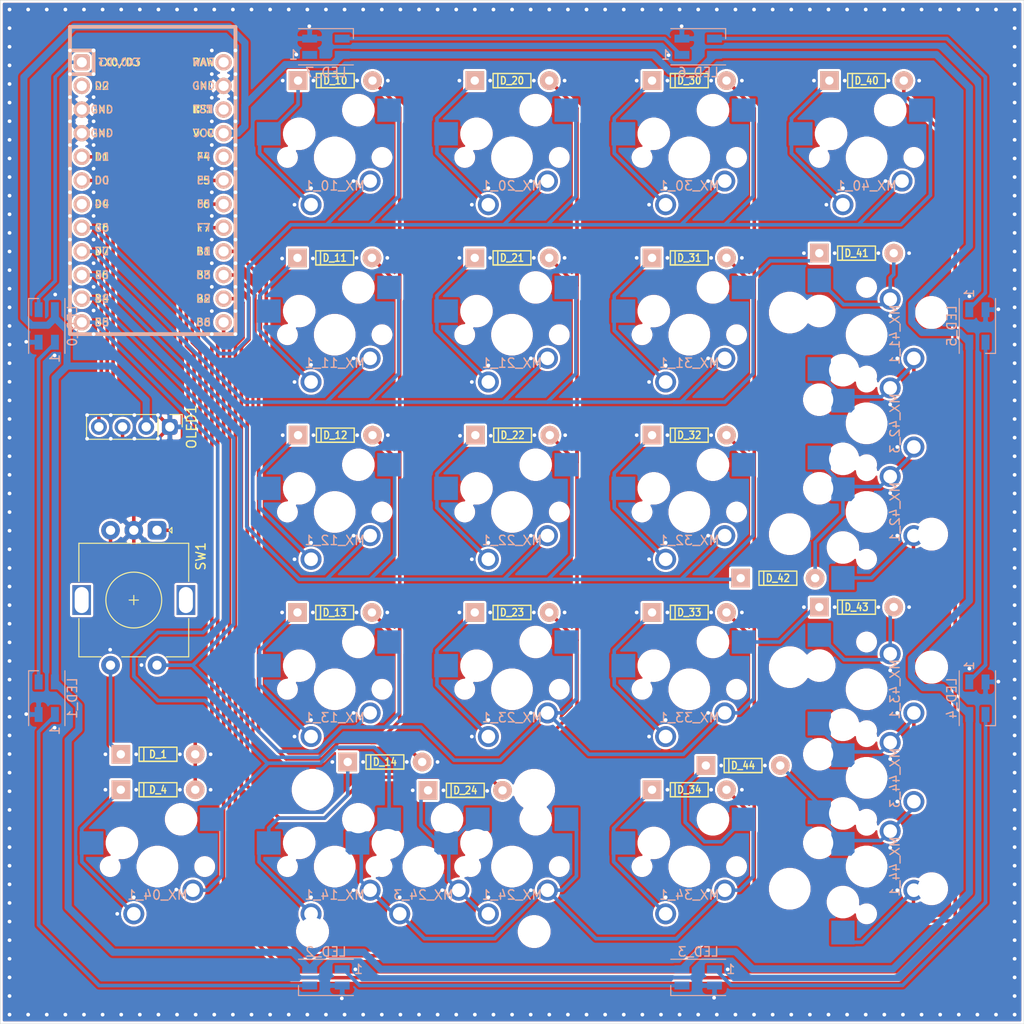
<source format=kicad_pcb>
(kicad_pcb (version 20171130) (host pcbnew 5.99.0+really5.1.10+dfsg1-1)
  (layers (0 F.Cu signal) (31 B.Cu signal) (34 B.Paste user hide) (35 F.Paste user hide) (36 B.SilkS user hide) (37 F.SilkS user hide) (38 B.Mask user hide) (39 F.Mask user hide) (44 Edge.Cuts user))
  (net 0 "")
  (net 1 R1)
  (net 2 R2)
  (net 3 R3)
  (net 4 C0)
  (net 5 C1)
  (net 6 C2)
  (net 7 GND)
  (net 8 "Net-(U1-Pad2)")
  (net 9 C3)
  (net 10 R4)
  (net 11 "Net-(U1-Pad24)")
  (net 12 "Net-(U1-Pad22)")
  (net 13 "Net-(U1-Pad20)")
  (net 14 "Net-(U1-Pad7)")
  (net 15 "Net-(D_41-Pad2)")
  (net 16 "Net-(D_42-Pad2)")
  (net 17 "Net-(D_43-Pad2)")
  (net 18 "Net-(D_44-Pad2)")
  (net 19 "Net-(LED_0-Pad1)")
  (net 20 V)
  (net 21 LED)
  (net 22 "Net-(LED_1-Pad1)")
  (net 23 "Net-(LED_2-Pad1)")
  (net 24 "Net-(LED_3-Pad1)")
  (net 25 "Net-(LED_4-Pad1)")
  (net 26 "Net-(LED_5-Pad1)")
  (net 27 "Net-(LED_6-Pad1)")
  (net 28 "Net-(LED_7-Pad1)")
  (net 29 R0)
  (net 30 SDA)
  (net 31 SCL)
  (net 32 B)
  (net 33 A)
  (net 34 C4)
  (net 35 "Net-(D_4-Pad1)")
  (net 36 "Net-(D_10-Pad1)")
  (net 37 "Net-(D_11-Pad1)")
  (net 38 "Net-(D_12-Pad1)")
  (net 39 "Net-(D_13-Pad1)")
  (net 40 "Net-(D_14-Pad1)")
  (net 41 "Net-(D_20-Pad1)")
  (net 42 "Net-(D_21-Pad1)")
  (net 43 "Net-(D_22-Pad1)")
  (net 44 "Net-(D_23-Pad1)")
  (net 45 "Net-(D_24-Pad1)")
  (net 46 "Net-(D_30-Pad1)")
  (net 47 "Net-(D_31-Pad1)")
  (net 48 "Net-(D_32-Pad1)")
  (net 49 "Net-(D_33-Pad1)")
  (net 50 "Net-(D_34-Pad1)")
  (net 51 "Net-(D_40-Pad1)")
  (net 52 "Net-(D_1-Pad1)")
  (module MX_Only:MXOnly-1U-Hotswap (layer F.Cu) (at 93.091 83.566 90)
    (fp_text reference MX_44_3)
    (fp_text value MX-NoLED)
    (fp_text user %R (at 0 3.048 90) (layer B.SilkS) (effects (justify mirror)))
    (pad 2 smd rect (at 5.842 -5.08 90) (size 2.55 2.5) (layers B.Cu B.Paste B.Mask) (net 34 C4))
    (pad 1 smd rect (at -7.085 -2.54 90) (size 2.55 2.5) (layers B.Cu B.Paste B.Mask) (net 18 "Net-(D_44-Pad2)"))
    (pad "" np_thru_hole circle (at 5.08 0 138.0996) (size 1.75 1.75) (drill 1.75) (layers *.Cu *.Mask))
    (pad "" np_thru_hole circle (at -5.08 0 138.0996) (size 1.75 1.75) (drill 1.75) (layers *.Cu *.Mask))
    (pad "" np_thru_hole circle (at -3.81 -2.54 90) (size 3 3) (drill 3) (layers *.Cu *.Mask))
    (pad "" np_thru_hole circle (at 0 0 90) (size 3.9878 3.9878) (drill 3.9878) (layers *.Cu *.Mask))
    (pad "" np_thru_hole circle (at 2.54 -5.08 90) (size 3 3) (drill 3) (layers *.Cu *.Mask))
  )
  (module MX_Only:MXOnly-1U-Hotswap (layer F.Cu) (at 45.466 93.091)
    (fp_text reference MX_24_3)
    (fp_text value MX-NoLED)
    (fp_text user %R (at 0 3.048) (layer B.SilkS) (effects (justify mirror)))
    (pad 2 smd rect (at 5.842 -5.08) (size 2.55 2.5) (layers B.Cu B.Paste B.Mask) (net 45 "Net-(D_24-Pad1)"))
    (pad 1 smd rect (at -7.085 -2.54) (size 2.55 2.5) (layers B.Cu B.Paste B.Mask) (net 10 R4))
    (pad "" np_thru_hole circle (at 5.08 0 48.0996) (size 1.75 1.75) (drill 1.75) (layers *.Cu *.Mask))
    (pad "" np_thru_hole circle (at -5.08 0 48.0996) (size 1.75 1.75) (drill 1.75) (layers *.Cu *.Mask))
    (pad "" np_thru_hole circle (at -3.81 -2.54) (size 3 3) (drill 3) (layers *.Cu *.Mask))
    (pad "" np_thru_hole circle (at 0 0) (size 3.9878 3.9878) (drill 3.9878) (layers *.Cu *.Mask))
    (pad "" np_thru_hole circle (at 2.54 -5.08) (size 3 3) (drill 3) (layers *.Cu *.Mask))
  )
  (module MX_Only:MXOnly-1U-Hotswap (layer F.Cu) (at 93.091 45.466 90)
    (fp_text reference MX_42_3)
    (fp_text value MX-NoLED)
    (fp_text user %R (at 0 3.048 90) (layer B.SilkS) (effects (justify mirror)))
    (pad 2 smd rect (at 5.842 -5.08 90) (size 2.55 2.5) (layers B.Cu B.Paste B.Mask) (net 34 C4))
    (pad 1 smd rect (at -7.085 -2.54 90) (size 2.55 2.5) (layers B.Cu B.Paste B.Mask) (net 16 "Net-(D_42-Pad2)"))
    (pad "" np_thru_hole circle (at 5.08 0 138.0996) (size 1.75 1.75) (drill 1.75) (layers *.Cu *.Mask))
    (pad "" np_thru_hole circle (at -5.08 0 138.0996) (size 1.75 1.75) (drill 1.75) (layers *.Cu *.Mask))
    (pad "" np_thru_hole circle (at -3.81 -2.54 90) (size 3 3) (drill 3) (layers *.Cu *.Mask))
    (pad "" np_thru_hole circle (at 0 0 90) (size 3.9878 3.9878) (drill 3.9878) (layers *.Cu *.Mask))
    (pad "" np_thru_hole circle (at 2.54 -5.08 90) (size 3 3) (drill 3) (layers *.Cu *.Mask))
  )
  (module Connector_PinHeader_2.54mm:PinHeader_1x04_P2.54mm_Vertical (layer F.Cu) (at 18.2245 45.847 270)
    (fp_text reference OLED1 (at 0 -2.33 90) (layer F.SilkS))
    (fp_text value Conn_01x04_Male)
    (pad 4 thru_hole oval (at 0 7.62 270) (size 1.7 1.7) (drill 1) (layers *.Cu *.Mask) (net 30 SDA))
    (pad 3 thru_hole oval (at 0 5.08 270) (size 1.7 1.7) (drill 1) (layers *.Cu *.Mask) (net 31 SCL))
    (pad 2 thru_hole oval (at 0 2.54 270) (size 1.7 1.7) (drill 1) (layers *.Cu *.Mask) (net 20 V))
    (pad 1 thru_hole roundrect (at 0 0 270) (size 1.7 1.7) (drill 1) (layers *.Cu *.Mask) (net 7 GND))
  )
  (module MX_Only:MXOnly-2U-NoLED (layer F.Cu) (at 93.091 83.566 270)
    (fp_text reference MX_44_2)
    (fp_text value MX-NoLED)
    (pad 2 thru_hole circle (at 2.54 -5.08 270) (size 2.25 2.25) (drill 1.47) (layers *.Cu B.Mask) (net 18 "Net-(D_44-Pad2)"))
    (pad "" np_thru_hole circle (at 0 0 270) (size 3.9878 3.9878) (drill 3.9878) (layers *.Cu *.Mask))
    (pad 1 thru_hole circle (at -3.81 -2.54 270) (size 2.25 2.25) (drill 1.47) (layers *.Cu B.Mask) (net 34 C4))
    (pad "" np_thru_hole circle (at -5.08 0 318.0996) (size 1.75 1.75) (drill 1.75) (layers *.Cu *.Mask))
    (pad "" np_thru_hole circle (at 5.08 0 318.0996) (size 1.75 1.75) (drill 1.75) (layers *.Cu *.Mask))
    (pad "" np_thru_hole circle (at -11.90625 -6.985 270) (size 3.048 3.048) (drill 3.048) (layers *.Cu *.Mask))
    (pad "" np_thru_hole circle (at 11.90625 -6.985 270) (size 3.048 3.048) (drill 3.048) (layers *.Cu *.Mask))
    (pad "" np_thru_hole circle (at -11.90625 8.255 270) (size 3.9878 3.9878) (drill 3.9878) (layers *.Cu *.Mask))
    (pad "" np_thru_hole circle (at 11.90625 8.255 270) (size 3.9878 3.9878) (drill 3.9878) (layers *.Cu *.Mask))
  )
  (module MX_Only:MXOnly-2U-NoLED (layer F.Cu) (at 93.091 45.466 270)
    (fp_text reference MX_42_2)
    (fp_text value MX-NoLED)
    (pad 2 thru_hole circle (at 2.54 -5.08 270) (size 2.25 2.25) (drill 1.47) (layers *.Cu B.Mask) (net 16 "Net-(D_42-Pad2)"))
    (pad "" np_thru_hole circle (at 0 0 270) (size 3.9878 3.9878) (drill 3.9878) (layers *.Cu *.Mask))
    (pad 1 thru_hole circle (at -3.81 -2.54 270) (size 2.25 2.25) (drill 1.47) (layers *.Cu B.Mask) (net 34 C4))
    (pad "" np_thru_hole circle (at -5.08 0 318.0996) (size 1.75 1.75) (drill 1.75) (layers *.Cu *.Mask))
    (pad "" np_thru_hole circle (at 5.08 0 318.0996) (size 1.75 1.75) (drill 1.75) (layers *.Cu *.Mask))
    (pad "" np_thru_hole circle (at -11.90625 -6.985 270) (size 3.048 3.048) (drill 3.048) (layers *.Cu *.Mask))
    (pad "" np_thru_hole circle (at 11.90625 -6.985 270) (size 3.048 3.048) (drill 3.048) (layers *.Cu *.Mask))
    (pad "" np_thru_hole circle (at -11.90625 8.255 270) (size 3.9878 3.9878) (drill 3.9878) (layers *.Cu *.Mask))
    (pad "" np_thru_hole circle (at 11.90625 8.255 270) (size 3.9878 3.9878) (drill 3.9878) (layers *.Cu *.Mask))
  )
  (module MX_Only:MXOnly-2U-NoLED (layer F.Cu) (at 45.466 93.091 180)
    (fp_text reference MX_24_2)
    (fp_text value MX-NoLED)
    (pad 2 thru_hole circle (at 2.54 -5.08 180) (size 2.25 2.25) (drill 1.47) (layers *.Cu B.Mask) (net 10 R4))
    (pad "" np_thru_hole circle (at 0 0 180) (size 3.9878 3.9878) (drill 3.9878) (layers *.Cu *.Mask))
    (pad 1 thru_hole circle (at -3.81 -2.54 180) (size 2.25 2.25) (drill 1.47) (layers *.Cu B.Mask) (net 45 "Net-(D_24-Pad1)"))
    (pad "" np_thru_hole circle (at -5.08 0 228.0996) (size 1.75 1.75) (drill 1.75) (layers *.Cu *.Mask))
    (pad "" np_thru_hole circle (at 5.08 0 228.0996) (size 1.75 1.75) (drill 1.75) (layers *.Cu *.Mask))
    (pad "" np_thru_hole circle (at -11.90625 -6.985 180) (size 3.048 3.048) (drill 3.048) (layers *.Cu *.Mask))
    (pad "" np_thru_hole circle (at 11.90625 -6.985 180) (size 3.048 3.048) (drill 3.048) (layers *.Cu *.Mask))
    (pad "" np_thru_hole circle (at -11.90625 8.255 180) (size 3.9878 3.9878) (drill 3.9878) (layers *.Cu *.Mask))
    (pad "" np_thru_hole circle (at 11.90625 8.255 180) (size 3.9878 3.9878) (drill 3.9878) (layers *.Cu *.Mask))
  )
  (module MX_Only:MXOnly-1U-Hotswap (layer F.Cu) (at 93.091 16.891)
    (fp_text reference MX_40_1)
    (fp_text value MX-NoLED)
    (fp_text user %R (at 0 3.048) (layer B.SilkS) (effects (justify mirror)))
    (pad 2 smd rect (at 5.842 -5.08) (size 2.55 2.5) (layers B.Cu B.Paste B.Mask) (net 29 R0))
    (pad 1 smd rect (at -7.085 -2.54) (size 2.55 2.5) (layers B.Cu B.Paste B.Mask) (net 51 "Net-(D_40-Pad1)"))
    (pad "" np_thru_hole circle (at 5.08 0 48.0996) (size 1.75 1.75) (drill 1.75) (layers *.Cu *.Mask))
    (pad "" np_thru_hole circle (at -5.08 0 48.0996) (size 1.75 1.75) (drill 1.75) (layers *.Cu *.Mask))
    (pad "" np_thru_hole circle (at -3.81 -2.54) (size 3 3) (drill 3) (layers *.Cu *.Mask))
    (pad "" np_thru_hole circle (at 0 0) (size 3.9878 3.9878) (drill 3.9878) (layers *.Cu *.Mask))
    (pad "" np_thru_hole circle (at 2.54 -5.08) (size 3 3) (drill 3) (layers *.Cu *.Mask))
  )
  (module MX_Only:MXOnly-1U-NoLED (layer F.Cu) (at 93.091 16.891 180)
    (fp_text reference MX_40_0)
    (fp_text value MX-NoLED)
    (pad 2 thru_hole circle (at 2.54 -5.08 180) (size 2.25 2.25) (drill 1.47) (layers *.Cu B.Mask) (net 51 "Net-(D_40-Pad1)"))
    (pad "" np_thru_hole circle (at 0 0 180) (size 3.9878 3.9878) (drill 3.9878) (layers *.Cu *.Mask))
    (pad 1 thru_hole circle (at -3.81 -2.54 180) (size 2.25 2.25) (drill 1.47) (layers *.Cu B.Mask) (net 29 R0))
    (pad "" np_thru_hole circle (at -5.08 0 228.0996) (size 1.75 1.75) (drill 1.75) (layers *.Cu *.Mask))
    (pad "" np_thru_hole circle (at 5.08 0 228.0996) (size 1.75 1.75) (drill 1.75) (layers *.Cu *.Mask))
  )
  (module MX_Only:MXOnly-1U-Hotswap (layer F.Cu) (at 74.041 16.891)
    (fp_text reference MX_30_1)
    (fp_text value MX-NoLED)
    (fp_text user %R (at 0 3.048) (layer B.SilkS) (effects (justify mirror)))
    (pad 2 smd rect (at 5.842 -5.08) (size 2.55 2.5) (layers B.Cu B.Paste B.Mask) (net 29 R0))
    (pad 1 smd rect (at -7.085 -2.54) (size 2.55 2.5) (layers B.Cu B.Paste B.Mask) (net 46 "Net-(D_30-Pad1)"))
    (pad "" np_thru_hole circle (at 5.08 0 48.0996) (size 1.75 1.75) (drill 1.75) (layers *.Cu *.Mask))
    (pad "" np_thru_hole circle (at -5.08 0 48.0996) (size 1.75 1.75) (drill 1.75) (layers *.Cu *.Mask))
    (pad "" np_thru_hole circle (at -3.81 -2.54) (size 3 3) (drill 3) (layers *.Cu *.Mask))
    (pad "" np_thru_hole circle (at 0 0) (size 3.9878 3.9878) (drill 3.9878) (layers *.Cu *.Mask))
    (pad "" np_thru_hole circle (at 2.54 -5.08) (size 3 3) (drill 3) (layers *.Cu *.Mask))
  )
  (module MX_Only:MXOnly-1U-NoLED (layer F.Cu) (at 74.041 16.891 180)
    (fp_text reference MX_30_0)
    (fp_text value MX-NoLED)
    (pad 2 thru_hole circle (at 2.54 -5.08 180) (size 2.25 2.25) (drill 1.47) (layers *.Cu B.Mask) (net 46 "Net-(D_30-Pad1)"))
    (pad "" np_thru_hole circle (at 0 0 180) (size 3.9878 3.9878) (drill 3.9878) (layers *.Cu *.Mask))
    (pad 1 thru_hole circle (at -3.81 -2.54 180) (size 2.25 2.25) (drill 1.47) (layers *.Cu B.Mask) (net 29 R0))
    (pad "" np_thru_hole circle (at -5.08 0 228.0996) (size 1.75 1.75) (drill 1.75) (layers *.Cu *.Mask))
    (pad "" np_thru_hole circle (at 5.08 0 228.0996) (size 1.75 1.75) (drill 1.75) (layers *.Cu *.Mask))
  )
  (module MX_Only:MXOnly-1U-Hotswap (layer F.Cu) (at 54.991 16.891)
    (fp_text reference MX_20_1)
    (fp_text value MX-NoLED)
    (fp_text user %R (at 0 3.048) (layer B.SilkS) (effects (justify mirror)))
    (pad 2 smd rect (at 5.842 -5.08) (size 2.55 2.5) (layers B.Cu B.Paste B.Mask) (net 29 R0))
    (pad 1 smd rect (at -7.085 -2.54) (size 2.55 2.5) (layers B.Cu B.Paste B.Mask) (net 41 "Net-(D_20-Pad1)"))
    (pad "" np_thru_hole circle (at 5.08 0 48.0996) (size 1.75 1.75) (drill 1.75) (layers *.Cu *.Mask))
    (pad "" np_thru_hole circle (at -5.08 0 48.0996) (size 1.75 1.75) (drill 1.75) (layers *.Cu *.Mask))
    (pad "" np_thru_hole circle (at -3.81 -2.54) (size 3 3) (drill 3) (layers *.Cu *.Mask))
    (pad "" np_thru_hole circle (at 0 0) (size 3.9878 3.9878) (drill 3.9878) (layers *.Cu *.Mask))
    (pad "" np_thru_hole circle (at 2.54 -5.08) (size 3 3) (drill 3) (layers *.Cu *.Mask))
  )
  (module MX_Only:MXOnly-1U-NoLED (layer F.Cu) (at 54.991 16.891 180)
    (fp_text reference MX_20_0)
    (fp_text value MX-NoLED)
    (pad 2 thru_hole circle (at 2.54 -5.08 180) (size 2.25 2.25) (drill 1.47) (layers *.Cu B.Mask) (net 41 "Net-(D_20-Pad1)"))
    (pad "" np_thru_hole circle (at 0 0 180) (size 3.9878 3.9878) (drill 3.9878) (layers *.Cu *.Mask))
    (pad 1 thru_hole circle (at -3.81 -2.54 180) (size 2.25 2.25) (drill 1.47) (layers *.Cu B.Mask) (net 29 R0))
    (pad "" np_thru_hole circle (at -5.08 0 228.0996) (size 1.75 1.75) (drill 1.75) (layers *.Cu *.Mask))
    (pad "" np_thru_hole circle (at 5.08 0 228.0996) (size 1.75 1.75) (drill 1.75) (layers *.Cu *.Mask))
  )
  (module MX_Only:MXOnly-1U-Hotswap (layer F.Cu) (at 35.941 16.891)
    (fp_text reference MX_10_1)
    (fp_text value MX-NoLED)
    (fp_text user %R (at 0 3.048) (layer B.SilkS) (effects (justify mirror)))
    (pad 2 smd rect (at 5.842 -5.08) (size 2.55 2.5) (layers B.Cu B.Paste B.Mask) (net 29 R0))
    (pad 1 smd rect (at -7.085 -2.54) (size 2.55 2.5) (layers B.Cu B.Paste B.Mask) (net 36 "Net-(D_10-Pad1)"))
    (pad "" np_thru_hole circle (at 5.08 0 48.0996) (size 1.75 1.75) (drill 1.75) (layers *.Cu *.Mask))
    (pad "" np_thru_hole circle (at -5.08 0 48.0996) (size 1.75 1.75) (drill 1.75) (layers *.Cu *.Mask))
    (pad "" np_thru_hole circle (at -3.81 -2.54) (size 3 3) (drill 3) (layers *.Cu *.Mask))
    (pad "" np_thru_hole circle (at 0 0) (size 3.9878 3.9878) (drill 3.9878) (layers *.Cu *.Mask))
    (pad "" np_thru_hole circle (at 2.54 -5.08) (size 3 3) (drill 3) (layers *.Cu *.Mask))
  )
  (module MX_Only:MXOnly-1U-NoLED (layer F.Cu) (at 35.941 16.891 180)
    (fp_text reference MX_10_0)
    (fp_text value MX-NoLED)
    (pad 2 thru_hole circle (at 2.54 -5.08 180) (size 2.25 2.25) (drill 1.47) (layers *.Cu B.Mask) (net 36 "Net-(D_10-Pad1)"))
    (pad "" np_thru_hole circle (at 0 0 180) (size 3.9878 3.9878) (drill 3.9878) (layers *.Cu *.Mask))
    (pad 1 thru_hole circle (at -3.81 -2.54 180) (size 2.25 2.25) (drill 1.47) (layers *.Cu B.Mask) (net 29 R0))
    (pad "" np_thru_hole circle (at -5.08 0 228.0996) (size 1.75 1.75) (drill 1.75) (layers *.Cu *.Mask))
    (pad "" np_thru_hole circle (at 5.08 0 228.0996) (size 1.75 1.75) (drill 1.75) (layers *.Cu *.Mask))
  )
  (module MX_Only:MXOnly-1U-Hotswap (layer F.Cu) (at 16.891 93.091)
    (fp_text reference MX_04_1)
    (fp_text value MX-NoLED)
    (fp_text user %R (at 0 3.048) (layer B.SilkS) (effects (justify mirror)))
    (pad 2 smd rect (at 5.842 -5.08) (size 2.55 2.5) (layers B.Cu B.Paste B.Mask) (net 10 R4))
    (pad 1 smd rect (at -7.085 -2.54) (size 2.55 2.5) (layers B.Cu B.Paste B.Mask) (net 35 "Net-(D_4-Pad1)"))
    (pad "" np_thru_hole circle (at 5.08 0 48.0996) (size 1.75 1.75) (drill 1.75) (layers *.Cu *.Mask))
    (pad "" np_thru_hole circle (at -5.08 0 48.0996) (size 1.75 1.75) (drill 1.75) (layers *.Cu *.Mask))
    (pad "" np_thru_hole circle (at -3.81 -2.54) (size 3 3) (drill 3) (layers *.Cu *.Mask))
    (pad "" np_thru_hole circle (at 0 0) (size 3.9878 3.9878) (drill 3.9878) (layers *.Cu *.Mask))
    (pad "" np_thru_hole circle (at 2.54 -5.08) (size 3 3) (drill 3) (layers *.Cu *.Mask))
  )
  (module MX_Only:MXOnly-1U-NoLED (layer F.Cu) (at 16.891 93.091 180)
    (fp_text reference MX_04_0)
    (fp_text value MX-NoLED)
    (pad 2 thru_hole circle (at 2.54 -5.08 180) (size 2.25 2.25) (drill 1.47) (layers *.Cu B.Mask) (net 35 "Net-(D_4-Pad1)"))
    (pad "" np_thru_hole circle (at 0 0 180) (size 3.9878 3.9878) (drill 3.9878) (layers *.Cu *.Mask))
    (pad 1 thru_hole circle (at -3.81 -2.54 180) (size 2.25 2.25) (drill 1.47) (layers *.Cu B.Mask) (net 10 R4))
    (pad "" np_thru_hole circle (at -5.08 0 228.0996) (size 1.75 1.75) (drill 1.75) (layers *.Cu *.Mask))
    (pad "" np_thru_hole circle (at 5.08 0 228.0996) (size 1.75 1.75) (drill 1.75) (layers *.Cu *.Mask))
  )
  (module LED_SMD:LED_SK6812MINI_PLCC4_3.5x3.5mm_P1.75mm (layer B.Cu) (at 35 5)
    (fp_text reference LED_7 (at 0 2.75) (layer B.SilkS) (effects (justify mirror)))
    (fp_text value SK6812MINI)
    (fp_text user 1 (at -3.5 0.875) (layer B.SilkS) (effects (justify mirror)))
    (pad 1 smd rect (at -1.75 0.875) (size 1.6 0.85) (layers B.Cu B.Paste B.Mask) (net 28 "Net-(LED_7-Pad1)"))
    (pad 2 smd rect (at -1.75 -0.875) (size 1.6 0.85) (layers B.Cu B.Paste B.Mask) (net 7 GND))
    (pad 4 smd rect (at 1.75 0.875) (size 1.6 0.85) (layers B.Cu B.Paste B.Mask) (net 20 V))
    (pad 3 smd rect (at 1.75 -0.875) (size 1.6 0.85) (layers B.Cu B.Paste B.Mask) (net 27 "Net-(LED_6-Pad1)"))
  )
  (module LED_SMD:LED_SK6812MINI_PLCC4_3.5x3.5mm_P1.75mm (layer B.Cu) (at 75 5)
    (fp_text reference LED_6 (at 0 2.75) (layer B.SilkS) (effects (justify mirror)))
    (fp_text value SK6812MINI)
    (fp_text user 1 (at -3.5 0.875) (layer B.SilkS) (effects (justify mirror)))
    (pad 1 smd rect (at -1.75 0.875) (size 1.6 0.85) (layers B.Cu B.Paste B.Mask) (net 27 "Net-(LED_6-Pad1)"))
    (pad 2 smd rect (at -1.75 -0.875) (size 1.6 0.85) (layers B.Cu B.Paste B.Mask) (net 7 GND))
    (pad 4 smd rect (at 1.75 0.875) (size 1.6 0.85) (layers B.Cu B.Paste B.Mask) (net 20 V))
    (pad 3 smd rect (at 1.75 -0.875) (size 1.6 0.85) (layers B.Cu B.Paste B.Mask) (net 26 "Net-(LED_5-Pad1)"))
  )
  (module LED_SMD:LED_SK6812MINI_PLCC4_3.5x3.5mm_P1.75mm (layer B.Cu) (at 105 35 270)
    (fp_text reference LED_5 (at 0 2.75 270) (layer B.SilkS) (effects (justify mirror)))
    (fp_text value SK6812MINI)
    (fp_text user 1 (at -3.5 0.875 270) (layer B.SilkS) (effects (justify mirror)))
    (pad 1 smd rect (at -1.75 0.875 270) (size 1.6 0.85) (layers B.Cu B.Paste B.Mask) (net 26 "Net-(LED_5-Pad1)"))
    (pad 2 smd rect (at -1.75 -0.875 270) (size 1.6 0.85) (layers B.Cu B.Paste B.Mask) (net 7 GND))
    (pad 4 smd rect (at 1.75 0.875 270) (size 1.6 0.85) (layers B.Cu B.Paste B.Mask) (net 20 V))
    (pad 3 smd rect (at 1.75 -0.875 270) (size 1.6 0.85) (layers B.Cu B.Paste B.Mask) (net 25 "Net-(LED_4-Pad1)"))
  )
  (module LED_SMD:LED_SK6812MINI_PLCC4_3.5x3.5mm_P1.75mm (layer B.Cu) (at 105 75 270)
    (fp_text reference LED_4 (at 0 2.75 270) (layer B.SilkS) (effects (justify mirror)))
    (fp_text value SK6812MINI)
    (fp_text user 1 (at -3.5 0.875 270) (layer B.SilkS) (effects (justify mirror)))
    (pad 1 smd rect (at -1.75 0.875 270) (size 1.6 0.85) (layers B.Cu B.Paste B.Mask) (net 25 "Net-(LED_4-Pad1)"))
    (pad 2 smd rect (at -1.75 -0.875 270) (size 1.6 0.85) (layers B.Cu B.Paste B.Mask) (net 7 GND))
    (pad 4 smd rect (at 1.75 0.875 270) (size 1.6 0.85) (layers B.Cu B.Paste B.Mask) (net 20 V))
    (pad 3 smd rect (at 1.75 -0.875 270) (size 1.6 0.85) (layers B.Cu B.Paste B.Mask) (net 24 "Net-(LED_3-Pad1)"))
  )
  (module LED_SMD:LED_SK6812MINI_PLCC4_3.5x3.5mm_P1.75mm (layer B.Cu) (at 75 105 180)
    (fp_text reference LED_3 (at 0 2.75) (layer B.SilkS) (effects (justify mirror)))
    (fp_text value SK6812MINI)
    (fp_text user 1 (at -3.5 0.875) (layer B.SilkS) (effects (justify mirror)))
    (pad 1 smd rect (at -1.75 0.875 180) (size 1.6 0.85) (layers B.Cu B.Paste B.Mask) (net 24 "Net-(LED_3-Pad1)"))
    (pad 2 smd rect (at -1.75 -0.875 180) (size 1.6 0.85) (layers B.Cu B.Paste B.Mask) (net 7 GND))
    (pad 4 smd rect (at 1.75 0.875 180) (size 1.6 0.85) (layers B.Cu B.Paste B.Mask) (net 20 V))
    (pad 3 smd rect (at 1.75 -0.875 180) (size 1.6 0.85) (layers B.Cu B.Paste B.Mask) (net 23 "Net-(LED_2-Pad1)"))
  )
  (module LED_SMD:LED_SK6812MINI_PLCC4_3.5x3.5mm_P1.75mm (layer B.Cu) (at 35 105 180)
    (fp_text reference LED_2 (at 0 2.75) (layer B.SilkS) (effects (justify mirror)))
    (fp_text value SK6812MINI)
    (fp_text user 1 (at -3.5 0.875) (layer B.SilkS) (effects (justify mirror)))
    (pad 1 smd rect (at -1.75 0.875 180) (size 1.6 0.85) (layers B.Cu B.Paste B.Mask) (net 23 "Net-(LED_2-Pad1)"))
    (pad 2 smd rect (at -1.75 -0.875 180) (size 1.6 0.85) (layers B.Cu B.Paste B.Mask) (net 7 GND))
    (pad 4 smd rect (at 1.75 0.875 180) (size 1.6 0.85) (layers B.Cu B.Paste B.Mask) (net 20 V))
    (pad 3 smd rect (at 1.75 -0.875 180) (size 1.6 0.85) (layers B.Cu B.Paste B.Mask) (net 22 "Net-(LED_1-Pad1)"))
  )
  (module LED_SMD:LED_SK6812MINI_PLCC4_3.5x3.5mm_P1.75mm (layer B.Cu) (at 5 75 90)
    (fp_text reference LED_1 (at 0 2.75 270) (layer B.SilkS) (effects (justify mirror)))
    (fp_text value SK6812MINI)
    (fp_text user 1 (at -3.5 0.875 270) (layer B.SilkS) (effects (justify mirror)))
    (pad 1 smd rect (at -1.75 0.875 90) (size 1.6 0.85) (layers B.Cu B.Paste B.Mask) (net 22 "Net-(LED_1-Pad1)"))
    (pad 2 smd rect (at -1.75 -0.875 90) (size 1.6 0.85) (layers B.Cu B.Paste B.Mask) (net 7 GND))
    (pad 4 smd rect (at 1.75 0.875 90) (size 1.6 0.85) (layers B.Cu B.Paste B.Mask) (net 20 V))
    (pad 3 smd rect (at 1.75 -0.875 90) (size 1.6 0.85) (layers B.Cu B.Paste B.Mask) (net 19 "Net-(LED_0-Pad1)"))
  )
  (module LED_SMD:LED_SK6812MINI_PLCC4_3.5x3.5mm_P1.75mm (layer B.Cu) (at 5 35 90)
    (fp_text reference LED_0 (at 0 2.75 270) (layer B.SilkS) (effects (justify mirror)))
    (fp_text value SK6812MINI)
    (fp_text user 1 (at -3.5 0.875 270) (layer B.SilkS) (effects (justify mirror)))
    (pad 1 smd rect (at -1.75 0.875 90) (size 1.6 0.85) (layers B.Cu B.Paste B.Mask) (net 19 "Net-(LED_0-Pad1)"))
    (pad 2 smd rect (at -1.75 -0.875 90) (size 1.6 0.85) (layers B.Cu B.Paste B.Mask) (net 7 GND))
    (pad 4 smd rect (at 1.75 0.875 90) (size 1.6 0.85) (layers B.Cu B.Paste B.Mask) (net 20 V))
    (pad 3 smd rect (at 1.75 -0.875 90) (size 1.6 0.85) (layers B.Cu B.Paste B.Mask) (net 21 LED))
  )
  (module keebio-parts:Diode_Long (layer F.Cu) (at 93.091 8.636 180)
    (fp_text reference D_40 (at 0 0) (layer F.SilkS) (effects (font (size 0.8 0.7))))
    (fp_text value D hide)
    (pad 1 thru_hole rect (at 4 0 180) (size 2 2) (drill 0.9) (layers *.Cu *.SilkS *.Mask) (net 51 "Net-(D_40-Pad1)"))
    (pad 2 thru_hole circle (at -4 0 180) (size 2 2) (drill 0.9) (layers *.Cu *.SilkS *.Mask) (net 34 C4))
  )
  (module keebio-parts:Diode_Long (layer F.Cu) (at 74.041 8.636 180)
    (fp_text reference D_30 (at 0 0) (layer F.SilkS) (effects (font (size 0.8 0.7))))
    (fp_text value D hide)
    (pad 1 thru_hole rect (at 4 0 180) (size 2 2) (drill 0.9) (layers *.Cu *.SilkS *.Mask) (net 46 "Net-(D_30-Pad1)"))
    (pad 2 thru_hole circle (at -4 0 180) (size 2 2) (drill 0.9) (layers *.Cu *.SilkS *.Mask) (net 9 C3))
  )
  (module keebio-parts:Diode_Long (layer F.Cu) (at 54.991 8.636 180)
    (fp_text reference D_20 (at 0 0) (layer F.SilkS) (effects (font (size 0.8 0.7))))
    (fp_text value D hide)
    (pad 1 thru_hole rect (at 4 0 180) (size 2 2) (drill 0.9) (layers *.Cu *.SilkS *.Mask) (net 41 "Net-(D_20-Pad1)"))
    (pad 2 thru_hole circle (at -4 0 180) (size 2 2) (drill 0.9) (layers *.Cu *.SilkS *.Mask) (net 6 C2))
  )
  (module keebio-parts:Diode_Long (layer F.Cu) (at 36.0045 8.636 180)
    (fp_text reference D_10 (at 0 0) (layer F.SilkS) (effects (font (size 0.8 0.7))))
    (fp_text value D hide)
    (pad 1 thru_hole rect (at 4 0 180) (size 2 2) (drill 0.9) (layers *.Cu *.SilkS *.Mask) (net 36 "Net-(D_10-Pad1)"))
    (pad 2 thru_hole circle (at -4 0 180) (size 2 2) (drill 0.9) (layers *.Cu *.SilkS *.Mask) (net 5 C1))
  )
  (module keebio-parts:Diode_Long (layer F.Cu) (at 16.9545 84.836 180)
    (fp_text reference D_4 (at 0 0) (layer F.SilkS) (effects (font (size 0.8 0.7))))
    (fp_text value D hide)
    (pad 1 thru_hole rect (at 4 0 180) (size 2 2) (drill 0.9) (layers *.Cu *.SilkS *.Mask) (net 35 "Net-(D_4-Pad1)"))
    (pad 2 thru_hole circle (at -4 0 180) (size 2 2) (drill 0.9) (layers *.Cu *.SilkS *.Mask) (net 4 C0))
  )
  (module keebio-parts:Diode_Long (layer F.Cu) (at 16.9545 81.026 180)
    (fp_text reference D_1 (at 0 0) (layer F.SilkS) (effects (font (size 0.8 0.7))))
    (fp_text value D hide)
    (pad 1 thru_hole rect (at 4 0 180) (size 2 2) (drill 0.9) (layers *.Cu *.SilkS *.Mask) (net 52 "Net-(D_1-Pad1)"))
    (pad 2 thru_hole circle (at -4 0 180) (size 2 2) (drill 0.9) (layers *.Cu *.SilkS *.Mask) (net 4 C0))
  )
  (module MX_Only:MXOnly-1U-Hotswap (layer F.Cu) (at 93.091 93.091 90)
    (fp_text reference MX_44_1)
    (fp_text value MX-NoLED)
    (fp_text user %R (at 0 3.048 90) (layer B.SilkS) (effects (justify mirror)))
    (pad 2 smd rect (at 5.842 -5.08 90) (size 2.55 2.5) (layers B.Cu B.Paste B.Mask) (net 18 "Net-(D_44-Pad2)"))
    (pad 1 smd rect (at -7.085 -2.54 90) (size 2.55 2.5) (layers B.Cu B.Paste B.Mask) (net 34 C4))
    (pad "" np_thru_hole circle (at 5.08 0 138.0996) (size 1.75 1.75) (drill 1.75) (layers *.Cu *.Mask))
    (pad "" np_thru_hole circle (at -5.08 0 138.0996) (size 1.75 1.75) (drill 1.75) (layers *.Cu *.Mask))
    (pad "" np_thru_hole circle (at -3.81 -2.54 90) (size 3 3) (drill 3) (layers *.Cu *.Mask))
    (pad "" np_thru_hole circle (at 0 0 90) (size 3.9878 3.9878) (drill 3.9878) (layers *.Cu *.Mask))
    (pad "" np_thru_hole circle (at 2.54 -5.08 90) (size 3 3) (drill 3) (layers *.Cu *.Mask))
  )
  (module MX_Only:MXOnly-1U-NoLED (layer F.Cu) (at 93.091 93.091 270)
    (fp_text reference MX_44_0)
    (fp_text value MX-NoLED)
    (pad 2 thru_hole circle (at 2.54 -5.08 270) (size 2.25 2.25) (drill 1.47) (layers *.Cu B.Mask) (net 34 C4))
    (pad "" np_thru_hole circle (at 0 0 270) (size 3.9878 3.9878) (drill 3.9878) (layers *.Cu *.Mask))
    (pad 1 thru_hole circle (at -3.81 -2.54 270) (size 2.25 2.25) (drill 1.47) (layers *.Cu B.Mask) (net 18 "Net-(D_44-Pad2)"))
    (pad "" np_thru_hole circle (at -5.08 0 318.0996) (size 1.75 1.75) (drill 1.75) (layers *.Cu *.Mask))
    (pad "" np_thru_hole circle (at 5.08 0 318.0996) (size 1.75 1.75) (drill 1.75) (layers *.Cu *.Mask))
  )
  (module MX_Only:MXOnly-1U-Hotswap (layer F.Cu) (at 93.091 74.041 90)
    (fp_text reference MX_43_1)
    (fp_text value MX-NoLED)
    (fp_text user %R (at 0 3.048 90) (layer B.SilkS) (effects (justify mirror)))
    (pad 2 smd rect (at 5.842 -5.08 90) (size 2.55 2.5) (layers B.Cu B.Paste B.Mask) (net 17 "Net-(D_43-Pad2)"))
    (pad 1 smd rect (at -7.085 -2.54 90) (size 2.55 2.5) (layers B.Cu B.Paste B.Mask) (net 34 C4))
    (pad "" np_thru_hole circle (at 5.08 0 138.0996) (size 1.75 1.75) (drill 1.75) (layers *.Cu *.Mask))
    (pad "" np_thru_hole circle (at -5.08 0 138.0996) (size 1.75 1.75) (drill 1.75) (layers *.Cu *.Mask))
    (pad "" np_thru_hole circle (at -3.81 -2.54 90) (size 3 3) (drill 3) (layers *.Cu *.Mask))
    (pad "" np_thru_hole circle (at 0 0 90) (size 3.9878 3.9878) (drill 3.9878) (layers *.Cu *.Mask))
    (pad "" np_thru_hole circle (at 2.54 -5.08 90) (size 3 3) (drill 3) (layers *.Cu *.Mask))
  )
  (module MX_Only:MXOnly-1U-NoLED (layer F.Cu) (at 93.091 74.041 270)
    (fp_text reference MX_43_0)
    (fp_text value MX-NoLED)
    (pad 2 thru_hole circle (at 2.54 -5.08 270) (size 2.25 2.25) (drill 1.47) (layers *.Cu B.Mask) (net 34 C4))
    (pad "" np_thru_hole circle (at 0 0 270) (size 3.9878 3.9878) (drill 3.9878) (layers *.Cu *.Mask))
    (pad 1 thru_hole circle (at -3.81 -2.54 270) (size 2.25 2.25) (drill 1.47) (layers *.Cu B.Mask) (net 17 "Net-(D_43-Pad2)"))
    (pad "" np_thru_hole circle (at -5.08 0 318.0996) (size 1.75 1.75) (drill 1.75) (layers *.Cu *.Mask))
    (pad "" np_thru_hole circle (at 5.08 0 318.0996) (size 1.75 1.75) (drill 1.75) (layers *.Cu *.Mask))
  )
  (module MX_Only:MXOnly-1U-Hotswap (layer F.Cu) (at 93.091 54.991 90)
    (fp_text reference MX_42_1)
    (fp_text value MX-NoLED)
    (fp_text user %R (at 0 3.048 90) (layer B.SilkS) (effects (justify mirror)))
    (pad 2 smd rect (at 5.842 -5.08 90) (size 2.55 2.5) (layers B.Cu B.Paste B.Mask) (net 16 "Net-(D_42-Pad2)"))
    (pad 1 smd rect (at -7.085 -2.54 90) (size 2.55 2.5) (layers B.Cu B.Paste B.Mask) (net 34 C4))
    (pad "" np_thru_hole circle (at 5.08 0 138.0996) (size 1.75 1.75) (drill 1.75) (layers *.Cu *.Mask))
    (pad "" np_thru_hole circle (at -5.08 0 138.0996) (size 1.75 1.75) (drill 1.75) (layers *.Cu *.Mask))
    (pad "" np_thru_hole circle (at -3.81 -2.54 90) (size 3 3) (drill 3) (layers *.Cu *.Mask))
    (pad "" np_thru_hole circle (at 0 0 90) (size 3.9878 3.9878) (drill 3.9878) (layers *.Cu *.Mask))
    (pad "" np_thru_hole circle (at 2.54 -5.08 90) (size 3 3) (drill 3) (layers *.Cu *.Mask))
  )
  (module MX_Only:MXOnly-1U-NoLED (layer F.Cu) (at 93.091 54.991 270)
    (fp_text reference MX_42_0)
    (fp_text value MX-NoLED)
    (pad 2 thru_hole circle (at 2.54 -5.08 270) (size 2.25 2.25) (drill 1.47) (layers *.Cu B.Mask) (net 34 C4))
    (pad "" np_thru_hole circle (at 0 0 270) (size 3.9878 3.9878) (drill 3.9878) (layers *.Cu *.Mask))
    (pad 1 thru_hole circle (at -3.81 -2.54 270) (size 2.25 2.25) (drill 1.47) (layers *.Cu B.Mask) (net 16 "Net-(D_42-Pad2)"))
    (pad "" np_thru_hole circle (at -5.08 0 318.0996) (size 1.75 1.75) (drill 1.75) (layers *.Cu *.Mask))
    (pad "" np_thru_hole circle (at 5.08 0 318.0996) (size 1.75 1.75) (drill 1.75) (layers *.Cu *.Mask))
  )
  (module MX_Only:MXOnly-1U-Hotswap (layer F.Cu) (at 93.091 35.941 90)
    (fp_text reference MX_41_1)
    (fp_text value MX-NoLED)
    (fp_text user %R (at 0 3.048 90) (layer B.SilkS) (effects (justify mirror)))
    (pad 2 smd rect (at 5.842 -5.08 90) (size 2.55 2.5) (layers B.Cu B.Paste B.Mask) (net 15 "Net-(D_41-Pad2)"))
    (pad 1 smd rect (at -7.085 -2.54 90) (size 2.55 2.5) (layers B.Cu B.Paste B.Mask) (net 34 C4))
    (pad "" np_thru_hole circle (at 5.08 0 138.0996) (size 1.75 1.75) (drill 1.75) (layers *.Cu *.Mask))
    (pad "" np_thru_hole circle (at -5.08 0 138.0996) (size 1.75 1.75) (drill 1.75) (layers *.Cu *.Mask))
    (pad "" np_thru_hole circle (at -3.81 -2.54 90) (size 3 3) (drill 3) (layers *.Cu *.Mask))
    (pad "" np_thru_hole circle (at 0 0 90) (size 3.9878 3.9878) (drill 3.9878) (layers *.Cu *.Mask))
    (pad "" np_thru_hole circle (at 2.54 -5.08 90) (size 3 3) (drill 3) (layers *.Cu *.Mask))
  )
  (module MX_Only:MXOnly-1U-NoLED (layer F.Cu) (at 93.091 35.941 270)
    (fp_text reference MX_41_0)
    (fp_text value MX-NoLED)
    (pad 2 thru_hole circle (at 2.54 -5.08 270) (size 2.25 2.25) (drill 1.47) (layers *.Cu B.Mask) (net 34 C4))
    (pad "" np_thru_hole circle (at 0 0 270) (size 3.9878 3.9878) (drill 3.9878) (layers *.Cu *.Mask))
    (pad 1 thru_hole circle (at -3.81 -2.54 270) (size 2.25 2.25) (drill 1.47) (layers *.Cu B.Mask) (net 15 "Net-(D_41-Pad2)"))
    (pad "" np_thru_hole circle (at -5.08 0 318.0996) (size 1.75 1.75) (drill 1.75) (layers *.Cu *.Mask))
    (pad "" np_thru_hole circle (at 5.08 0 318.0996) (size 1.75 1.75) (drill 1.75) (layers *.Cu *.Mask))
  )
  (module keebio-parts:Diode_Long (layer F.Cu) (at 79.8195 82.2325 180)
    (fp_text reference D_44 (at 0 0) (layer F.SilkS) (effects (font (size 0.8 0.7))))
    (fp_text value D hide)
    (pad 1 thru_hole rect (at 4 0 180) (size 2 2) (drill 0.9) (layers *.Cu *.SilkS *.Mask) (net 10 R4))
    (pad 2 thru_hole circle (at -4 0 180) (size 2 2) (drill 0.9) (layers *.Cu *.SilkS *.Mask) (net 18 "Net-(D_44-Pad2)"))
  )
  (module keebio-parts:Diode_Long (layer F.Cu) (at 92.0115 65.2145 180)
    (fp_text reference D_43 (at 0 0) (layer F.SilkS) (effects (font (size 0.8 0.7))))
    (fp_text value D hide)
    (pad 1 thru_hole rect (at 4 0 180) (size 2 2) (drill 0.9) (layers *.Cu *.SilkS *.Mask) (net 3 R3))
    (pad 2 thru_hole circle (at -4 0 180) (size 2 2) (drill 0.9) (layers *.Cu *.SilkS *.Mask) (net 17 "Net-(D_43-Pad2)"))
  )
  (module keebio-parts:Diode_Long (layer F.Cu) (at 83.566 62.103 180)
    (fp_text reference D_42 (at 0 0) (layer F.SilkS) (effects (font (size 0.8 0.7))))
    (fp_text value D hide)
    (pad 1 thru_hole rect (at 4 0 180) (size 2 2) (drill 0.9) (layers *.Cu *.SilkS *.Mask) (net 2 R2))
    (pad 2 thru_hole circle (at -4 0 180) (size 2 2) (drill 0.9) (layers *.Cu *.SilkS *.Mask) (net 16 "Net-(D_42-Pad2)"))
  )
  (module keebio-parts:Diode_Long (layer F.Cu) (at 92.0115 27.178 180)
    (fp_text reference D_41 (at 0 0) (layer F.SilkS) (effects (font (size 0.8 0.7))))
    (fp_text value D hide)
    (pad 1 thru_hole rect (at 4 0 180) (size 2 2) (drill 0.9) (layers *.Cu *.SilkS *.Mask) (net 1 R1))
    (pad 2 thru_hole circle (at -4 0 180) (size 2 2) (drill 0.9) (layers *.Cu *.SilkS *.Mask) (net 15 "Net-(D_41-Pad2)"))
  )
  (module MX_Only:MXOnly-1U-Hotswap (layer F.Cu) (at 74.041 93.091)
    (fp_text reference MX_34_1)
    (fp_text value MX-NoLED)
    (fp_text user %R (at 0 3.048) (layer B.SilkS) (effects (justify mirror)))
    (pad 2 smd rect (at 5.842 -5.08) (size 2.55 2.5) (layers B.Cu B.Paste B.Mask) (net 10 R4))
    (pad 1 smd rect (at -7.085 -2.54) (size 2.55 2.5) (layers B.Cu B.Paste B.Mask) (net 50 "Net-(D_34-Pad1)"))
    (pad "" np_thru_hole circle (at 5.08 0 48.0996) (size 1.75 1.75) (drill 1.75) (layers *.Cu *.Mask))
    (pad "" np_thru_hole circle (at -5.08 0 48.0996) (size 1.75 1.75) (drill 1.75) (layers *.Cu *.Mask))
    (pad "" np_thru_hole circle (at -3.81 -2.54) (size 3 3) (drill 3) (layers *.Cu *.Mask))
    (pad "" np_thru_hole circle (at 0 0) (size 3.9878 3.9878) (drill 3.9878) (layers *.Cu *.Mask))
    (pad "" np_thru_hole circle (at 2.54 -5.08) (size 3 3) (drill 3) (layers *.Cu *.Mask))
  )
  (module MX_Only:MXOnly-1U-NoLED (layer F.Cu) (at 74.041 93.091 180)
    (fp_text reference MX_34_0)
    (fp_text value MX-NoLED)
    (pad 2 thru_hole circle (at 2.54 -5.08 180) (size 2.25 2.25) (drill 1.47) (layers *.Cu B.Mask) (net 50 "Net-(D_34-Pad1)"))
    (pad "" np_thru_hole circle (at 0 0 180) (size 3.9878 3.9878) (drill 3.9878) (layers *.Cu *.Mask))
    (pad 1 thru_hole circle (at -3.81 -2.54 180) (size 2.25 2.25) (drill 1.47) (layers *.Cu B.Mask) (net 10 R4))
    (pad "" np_thru_hole circle (at -5.08 0 228.0996) (size 1.75 1.75) (drill 1.75) (layers *.Cu *.Mask))
    (pad "" np_thru_hole circle (at 5.08 0 228.0996) (size 1.75 1.75) (drill 1.75) (layers *.Cu *.Mask))
  )
  (module MX_Only:MXOnly-1U-Hotswap (layer F.Cu) (at 74.041 74.041)
    (fp_text reference MX_33_1)
    (fp_text value MX-NoLED)
    (fp_text user %R (at 0 3.048) (layer B.SilkS) (effects (justify mirror)))
    (pad 2 smd rect (at 5.842 -5.08) (size 2.55 2.5) (layers B.Cu B.Paste B.Mask) (net 3 R3))
    (pad 1 smd rect (at -7.085 -2.54) (size 2.55 2.5) (layers B.Cu B.Paste B.Mask) (net 49 "Net-(D_33-Pad1)"))
    (pad "" np_thru_hole circle (at 5.08 0 48.0996) (size 1.75 1.75) (drill 1.75) (layers *.Cu *.Mask))
    (pad "" np_thru_hole circle (at -5.08 0 48.0996) (size 1.75 1.75) (drill 1.75) (layers *.Cu *.Mask))
    (pad "" np_thru_hole circle (at -3.81 -2.54) (size 3 3) (drill 3) (layers *.Cu *.Mask))
    (pad "" np_thru_hole circle (at 0 0) (size 3.9878 3.9878) (drill 3.9878) (layers *.Cu *.Mask))
    (pad "" np_thru_hole circle (at 2.54 -5.08) (size 3 3) (drill 3) (layers *.Cu *.Mask))
  )
  (module MX_Only:MXOnly-1U-NoLED (layer F.Cu) (at 74.041 74.041 180)
    (fp_text reference MX_33_0)
    (fp_text value MX-NoLED)
    (pad 2 thru_hole circle (at 2.54 -5.08 180) (size 2.25 2.25) (drill 1.47) (layers *.Cu B.Mask) (net 49 "Net-(D_33-Pad1)"))
    (pad "" np_thru_hole circle (at 0 0 180) (size 3.9878 3.9878) (drill 3.9878) (layers *.Cu *.Mask))
    (pad 1 thru_hole circle (at -3.81 -2.54 180) (size 2.25 2.25) (drill 1.47) (layers *.Cu B.Mask) (net 3 R3))
    (pad "" np_thru_hole circle (at -5.08 0 228.0996) (size 1.75 1.75) (drill 1.75) (layers *.Cu *.Mask))
    (pad "" np_thru_hole circle (at 5.08 0 228.0996) (size 1.75 1.75) (drill 1.75) (layers *.Cu *.Mask))
  )
  (module MX_Only:MXOnly-1U-Hotswap (layer F.Cu) (at 74.041 54.991)
    (fp_text reference MX_32_1)
    (fp_text value MX-NoLED)
    (fp_text user %R (at 0 3.048) (layer B.SilkS) (effects (justify mirror)))
    (pad 2 smd rect (at 5.842 -5.08) (size 2.55 2.5) (layers B.Cu B.Paste B.Mask) (net 2 R2))
    (pad 1 smd rect (at -7.085 -2.54) (size 2.55 2.5) (layers B.Cu B.Paste B.Mask) (net 48 "Net-(D_32-Pad1)"))
    (pad "" np_thru_hole circle (at 5.08 0 48.0996) (size 1.75 1.75) (drill 1.75) (layers *.Cu *.Mask))
    (pad "" np_thru_hole circle (at -5.08 0 48.0996) (size 1.75 1.75) (drill 1.75) (layers *.Cu *.Mask))
    (pad "" np_thru_hole circle (at -3.81 -2.54) (size 3 3) (drill 3) (layers *.Cu *.Mask))
    (pad "" np_thru_hole circle (at 0 0) (size 3.9878 3.9878) (drill 3.9878) (layers *.Cu *.Mask))
    (pad "" np_thru_hole circle (at 2.54 -5.08) (size 3 3) (drill 3) (layers *.Cu *.Mask))
  )
  (module MX_Only:MXOnly-1U-NoLED (layer F.Cu) (at 74.041 54.991 180)
    (fp_text reference MX_32_0)
    (fp_text value MX-NoLED)
    (pad 2 thru_hole circle (at 2.54 -5.08 180) (size 2.25 2.25) (drill 1.47) (layers *.Cu B.Mask) (net 48 "Net-(D_32-Pad1)"))
    (pad "" np_thru_hole circle (at 0 0 180) (size 3.9878 3.9878) (drill 3.9878) (layers *.Cu *.Mask))
    (pad 1 thru_hole circle (at -3.81 -2.54 180) (size 2.25 2.25) (drill 1.47) (layers *.Cu B.Mask) (net 2 R2))
    (pad "" np_thru_hole circle (at -5.08 0 228.0996) (size 1.75 1.75) (drill 1.75) (layers *.Cu *.Mask))
    (pad "" np_thru_hole circle (at 5.08 0 228.0996) (size 1.75 1.75) (drill 1.75) (layers *.Cu *.Mask))
  )
  (module MX_Only:MXOnly-1U-Hotswap (layer F.Cu) (at 74.041 35.941)
    (fp_text reference MX_31_1)
    (fp_text value MX-NoLED)
    (fp_text user %R (at 0 3.048) (layer B.SilkS) (effects (justify mirror)))
    (pad 2 smd rect (at 5.842 -5.08) (size 2.55 2.5) (layers B.Cu B.Paste B.Mask) (net 1 R1))
    (pad 1 smd rect (at -7.085 -2.54) (size 2.55 2.5) (layers B.Cu B.Paste B.Mask) (net 47 "Net-(D_31-Pad1)"))
    (pad "" np_thru_hole circle (at 5.08 0 48.0996) (size 1.75 1.75) (drill 1.75) (layers *.Cu *.Mask))
    (pad "" np_thru_hole circle (at -5.08 0 48.0996) (size 1.75 1.75) (drill 1.75) (layers *.Cu *.Mask))
    (pad "" np_thru_hole circle (at -3.81 -2.54) (size 3 3) (drill 3) (layers *.Cu *.Mask))
    (pad "" np_thru_hole circle (at 0 0) (size 3.9878 3.9878) (drill 3.9878) (layers *.Cu *.Mask))
    (pad "" np_thru_hole circle (at 2.54 -5.08) (size 3 3) (drill 3) (layers *.Cu *.Mask))
  )
  (module MX_Only:MXOnly-1U-NoLED (layer F.Cu) (at 74.041 35.941 180)
    (fp_text reference MX_31_0)
    (fp_text value MX-NoLED)
    (pad 2 thru_hole circle (at 2.54 -5.08 180) (size 2.25 2.25) (drill 1.47) (layers *.Cu B.Mask) (net 47 "Net-(D_31-Pad1)"))
    (pad "" np_thru_hole circle (at 0 0 180) (size 3.9878 3.9878) (drill 3.9878) (layers *.Cu *.Mask))
    (pad 1 thru_hole circle (at -3.81 -2.54 180) (size 2.25 2.25) (drill 1.47) (layers *.Cu B.Mask) (net 1 R1))
    (pad "" np_thru_hole circle (at -5.08 0 228.0996) (size 1.75 1.75) (drill 1.75) (layers *.Cu *.Mask))
    (pad "" np_thru_hole circle (at 5.08 0 228.0996) (size 1.75 1.75) (drill 1.75) (layers *.Cu *.Mask))
  )
  (module MX_Only:MXOnly-1U-Hotswap (layer F.Cu) (at 54.991 93.091)
    (fp_text reference MX_24_1)
    (fp_text value MX-NoLED)
    (fp_text user %R (at 0 3.048) (layer B.SilkS) (effects (justify mirror)))
    (pad 2 smd rect (at 5.842 -5.08) (size 2.55 2.5) (layers B.Cu B.Paste B.Mask) (net 10 R4))
    (pad 1 smd rect (at -7.085 -2.54) (size 2.55 2.5) (layers B.Cu B.Paste B.Mask) (net 45 "Net-(D_24-Pad1)"))
    (pad "" np_thru_hole circle (at 5.08 0 48.0996) (size 1.75 1.75) (drill 1.75) (layers *.Cu *.Mask))
    (pad "" np_thru_hole circle (at -5.08 0 48.0996) (size 1.75 1.75) (drill 1.75) (layers *.Cu *.Mask))
    (pad "" np_thru_hole circle (at -3.81 -2.54) (size 3 3) (drill 3) (layers *.Cu *.Mask))
    (pad "" np_thru_hole circle (at 0 0) (size 3.9878 3.9878) (drill 3.9878) (layers *.Cu *.Mask))
    (pad "" np_thru_hole circle (at 2.54 -5.08) (size 3 3) (drill 3) (layers *.Cu *.Mask))
  )
  (module MX_Only:MXOnly-1U-NoLED (layer F.Cu) (at 54.991 93.091 180)
    (fp_text reference MX_24_0)
    (fp_text value MX-NoLED)
    (pad 2 thru_hole circle (at 2.54 -5.08 180) (size 2.25 2.25) (drill 1.47) (layers *.Cu B.Mask) (net 45 "Net-(D_24-Pad1)"))
    (pad "" np_thru_hole circle (at 0 0 180) (size 3.9878 3.9878) (drill 3.9878) (layers *.Cu *.Mask))
    (pad 1 thru_hole circle (at -3.81 -2.54 180) (size 2.25 2.25) (drill 1.47) (layers *.Cu B.Mask) (net 10 R4))
    (pad "" np_thru_hole circle (at -5.08 0 228.0996) (size 1.75 1.75) (drill 1.75) (layers *.Cu *.Mask))
    (pad "" np_thru_hole circle (at 5.08 0 228.0996) (size 1.75 1.75) (drill 1.75) (layers *.Cu *.Mask))
  )
  (module MX_Only:MXOnly-1U-Hotswap (layer F.Cu) (at 54.991 74.041)
    (fp_text reference MX_23_1)
    (fp_text value MX-NoLED)
    (fp_text user %R (at 0 3.048) (layer B.SilkS) (effects (justify mirror)))
    (pad 2 smd rect (at 5.842 -5.08) (size 2.55 2.5) (layers B.Cu B.Paste B.Mask) (net 3 R3))
    (pad 1 smd rect (at -7.085 -2.54) (size 2.55 2.5) (layers B.Cu B.Paste B.Mask) (net 44 "Net-(D_23-Pad1)"))
    (pad "" np_thru_hole circle (at 5.08 0 48.0996) (size 1.75 1.75) (drill 1.75) (layers *.Cu *.Mask))
    (pad "" np_thru_hole circle (at -5.08 0 48.0996) (size 1.75 1.75) (drill 1.75) (layers *.Cu *.Mask))
    (pad "" np_thru_hole circle (at -3.81 -2.54) (size 3 3) (drill 3) (layers *.Cu *.Mask))
    (pad "" np_thru_hole circle (at 0 0) (size 3.9878 3.9878) (drill 3.9878) (layers *.Cu *.Mask))
    (pad "" np_thru_hole circle (at 2.54 -5.08) (size 3 3) (drill 3) (layers *.Cu *.Mask))
  )
  (module MX_Only:MXOnly-1U-NoLED (layer F.Cu) (at 54.991 74.041 180)
    (fp_text reference MX_23_0)
    (fp_text value MX-NoLED)
    (pad 2 thru_hole circle (at 2.54 -5.08 180) (size 2.25 2.25) (drill 1.47) (layers *.Cu B.Mask) (net 44 "Net-(D_23-Pad1)"))
    (pad "" np_thru_hole circle (at 0 0 180) (size 3.9878 3.9878) (drill 3.9878) (layers *.Cu *.Mask))
    (pad 1 thru_hole circle (at -3.81 -2.54 180) (size 2.25 2.25) (drill 1.47) (layers *.Cu B.Mask) (net 3 R3))
    (pad "" np_thru_hole circle (at -5.08 0 228.0996) (size 1.75 1.75) (drill 1.75) (layers *.Cu *.Mask))
    (pad "" np_thru_hole circle (at 5.08 0 228.0996) (size 1.75 1.75) (drill 1.75) (layers *.Cu *.Mask))
  )
  (module MX_Only:MXOnly-1U-Hotswap (layer F.Cu) (at 54.991 54.991)
    (fp_text reference MX_22_1)
    (fp_text value MX-NoLED)
    (fp_text user %R (at 0 3.048) (layer B.SilkS) (effects (justify mirror)))
    (pad 2 smd rect (at 5.842 -5.08) (size 2.55 2.5) (layers B.Cu B.Paste B.Mask) (net 2 R2))
    (pad 1 smd rect (at -7.085 -2.54) (size 2.55 2.5) (layers B.Cu B.Paste B.Mask) (net 43 "Net-(D_22-Pad1)"))
    (pad "" np_thru_hole circle (at 5.08 0 48.0996) (size 1.75 1.75) (drill 1.75) (layers *.Cu *.Mask))
    (pad "" np_thru_hole circle (at -5.08 0 48.0996) (size 1.75 1.75) (drill 1.75) (layers *.Cu *.Mask))
    (pad "" np_thru_hole circle (at -3.81 -2.54) (size 3 3) (drill 3) (layers *.Cu *.Mask))
    (pad "" np_thru_hole circle (at 0 0) (size 3.9878 3.9878) (drill 3.9878) (layers *.Cu *.Mask))
    (pad "" np_thru_hole circle (at 2.54 -5.08) (size 3 3) (drill 3) (layers *.Cu *.Mask))
  )
  (module MX_Only:MXOnly-1U-NoLED (layer F.Cu) (at 54.991 54.991 180)
    (fp_text reference MX_22_0)
    (fp_text value MX-NoLED)
    (pad 2 thru_hole circle (at 2.54 -5.08 180) (size 2.25 2.25) (drill 1.47) (layers *.Cu B.Mask) (net 43 "Net-(D_22-Pad1)"))
    (pad "" np_thru_hole circle (at 0 0 180) (size 3.9878 3.9878) (drill 3.9878) (layers *.Cu *.Mask))
    (pad 1 thru_hole circle (at -3.81 -2.54 180) (size 2.25 2.25) (drill 1.47) (layers *.Cu B.Mask) (net 2 R2))
    (pad "" np_thru_hole circle (at -5.08 0 228.0996) (size 1.75 1.75) (drill 1.75) (layers *.Cu *.Mask))
    (pad "" np_thru_hole circle (at 5.08 0 228.0996) (size 1.75 1.75) (drill 1.75) (layers *.Cu *.Mask))
  )
  (module MX_Only:MXOnly-1U-Hotswap (layer F.Cu) (at 54.991 35.941)
    (fp_text reference MX_21_1)
    (fp_text value MX-NoLED)
    (fp_text user %R (at 0 3.048) (layer B.SilkS) (effects (justify mirror)))
    (pad 2 smd rect (at 5.842 -5.08) (size 2.55 2.5) (layers B.Cu B.Paste B.Mask) (net 1 R1))
    (pad 1 smd rect (at -7.085 -2.54) (size 2.55 2.5) (layers B.Cu B.Paste B.Mask) (net 42 "Net-(D_21-Pad1)"))
    (pad "" np_thru_hole circle (at 5.08 0 48.0996) (size 1.75 1.75) (drill 1.75) (layers *.Cu *.Mask))
    (pad "" np_thru_hole circle (at -5.08 0 48.0996) (size 1.75 1.75) (drill 1.75) (layers *.Cu *.Mask))
    (pad "" np_thru_hole circle (at -3.81 -2.54) (size 3 3) (drill 3) (layers *.Cu *.Mask))
    (pad "" np_thru_hole circle (at 0 0) (size 3.9878 3.9878) (drill 3.9878) (layers *.Cu *.Mask))
    (pad "" np_thru_hole circle (at 2.54 -5.08) (size 3 3) (drill 3) (layers *.Cu *.Mask))
  )
  (module MX_Only:MXOnly-1U-NoLED (layer F.Cu) (at 54.991 35.941 180)
    (fp_text reference MX_21_0)
    (fp_text value MX-NoLED)
    (pad 2 thru_hole circle (at 2.54 -5.08 180) (size 2.25 2.25) (drill 1.47) (layers *.Cu B.Mask) (net 42 "Net-(D_21-Pad1)"))
    (pad "" np_thru_hole circle (at 0 0 180) (size 3.9878 3.9878) (drill 3.9878) (layers *.Cu *.Mask))
    (pad 1 thru_hole circle (at -3.81 -2.54 180) (size 2.25 2.25) (drill 1.47) (layers *.Cu B.Mask) (net 1 R1))
    (pad "" np_thru_hole circle (at -5.08 0 228.0996) (size 1.75 1.75) (drill 1.75) (layers *.Cu *.Mask))
    (pad "" np_thru_hole circle (at 5.08 0 228.0996) (size 1.75 1.75) (drill 1.75) (layers *.Cu *.Mask))
  )
  (module MX_Only:MXOnly-1U-Hotswap (layer F.Cu) (at 35.941 93.091)
    (fp_text reference MX_14_1)
    (fp_text value MX-NoLED)
    (fp_text user %R (at 0 3.048) (layer B.SilkS) (effects (justify mirror)))
    (pad 2 smd rect (at 5.842 -5.08) (size 2.55 2.5) (layers B.Cu B.Paste B.Mask) (net 10 R4))
    (pad 1 smd rect (at -7.085 -2.54) (size 2.55 2.5) (layers B.Cu B.Paste B.Mask) (net 40 "Net-(D_14-Pad1)"))
    (pad "" np_thru_hole circle (at 5.08 0 48.0996) (size 1.75 1.75) (drill 1.75) (layers *.Cu *.Mask))
    (pad "" np_thru_hole circle (at -5.08 0 48.0996) (size 1.75 1.75) (drill 1.75) (layers *.Cu *.Mask))
    (pad "" np_thru_hole circle (at -3.81 -2.54) (size 3 3) (drill 3) (layers *.Cu *.Mask))
    (pad "" np_thru_hole circle (at 0 0) (size 3.9878 3.9878) (drill 3.9878) (layers *.Cu *.Mask))
    (pad "" np_thru_hole circle (at 2.54 -5.08) (size 3 3) (drill 3) (layers *.Cu *.Mask))
  )
  (module MX_Only:MXOnly-1U-NoLED (layer F.Cu) (at 35.941 93.091 180)
    (fp_text reference MX_14_0)
    (fp_text value MX-NoLED)
    (pad 2 thru_hole circle (at 2.54 -5.08 180) (size 2.25 2.25) (drill 1.47) (layers *.Cu B.Mask) (net 40 "Net-(D_14-Pad1)"))
    (pad "" np_thru_hole circle (at 0 0 180) (size 3.9878 3.9878) (drill 3.9878) (layers *.Cu *.Mask))
    (pad 1 thru_hole circle (at -3.81 -2.54 180) (size 2.25 2.25) (drill 1.47) (layers *.Cu B.Mask) (net 10 R4))
    (pad "" np_thru_hole circle (at -5.08 0 228.0996) (size 1.75 1.75) (drill 1.75) (layers *.Cu *.Mask))
    (pad "" np_thru_hole circle (at 5.08 0 228.0996) (size 1.75 1.75) (drill 1.75) (layers *.Cu *.Mask))
  )
  (module MX_Only:MXOnly-1U-Hotswap (layer F.Cu) (at 35.941 74.041)
    (fp_text reference MX_13_1)
    (fp_text value MX-NoLED)
    (fp_text user %R (at 0 3.048) (layer B.SilkS) (effects (justify mirror)))
    (pad 2 smd rect (at 5.842 -5.08) (size 2.55 2.5) (layers B.Cu B.Paste B.Mask) (net 3 R3))
    (pad 1 smd rect (at -7.085 -2.54) (size 2.55 2.5) (layers B.Cu B.Paste B.Mask) (net 39 "Net-(D_13-Pad1)"))
    (pad "" np_thru_hole circle (at 5.08 0 48.0996) (size 1.75 1.75) (drill 1.75) (layers *.Cu *.Mask))
    (pad "" np_thru_hole circle (at -5.08 0 48.0996) (size 1.75 1.75) (drill 1.75) (layers *.Cu *.Mask))
    (pad "" np_thru_hole circle (at -3.81 -2.54) (size 3 3) (drill 3) (layers *.Cu *.Mask))
    (pad "" np_thru_hole circle (at 0 0) (size 3.9878 3.9878) (drill 3.9878) (layers *.Cu *.Mask))
    (pad "" np_thru_hole circle (at 2.54 -5.08) (size 3 3) (drill 3) (layers *.Cu *.Mask))
  )
  (module MX_Only:MXOnly-1U-NoLED (layer F.Cu) (at 35.941 74.041 180)
    (fp_text reference MX_13_0)
    (fp_text value MX-NoLED)
    (pad 2 thru_hole circle (at 2.54 -5.08 180) (size 2.25 2.25) (drill 1.47) (layers *.Cu B.Mask) (net 39 "Net-(D_13-Pad1)"))
    (pad "" np_thru_hole circle (at 0 0 180) (size 3.9878 3.9878) (drill 3.9878) (layers *.Cu *.Mask))
    (pad 1 thru_hole circle (at -3.81 -2.54 180) (size 2.25 2.25) (drill 1.47) (layers *.Cu B.Mask) (net 3 R3))
    (pad "" np_thru_hole circle (at -5.08 0 228.0996) (size 1.75 1.75) (drill 1.75) (layers *.Cu *.Mask))
    (pad "" np_thru_hole circle (at 5.08 0 228.0996) (size 1.75 1.75) (drill 1.75) (layers *.Cu *.Mask))
  )
  (module MX_Only:MXOnly-1U-Hotswap (layer F.Cu) (at 35.941 54.991)
    (fp_text reference MX_12_1)
    (fp_text value MX-NoLED)
    (fp_text user %R (at 0 3.048) (layer B.SilkS) (effects (justify mirror)))
    (pad 2 smd rect (at 5.842 -5.08) (size 2.55 2.5) (layers B.Cu B.Paste B.Mask) (net 2 R2))
    (pad 1 smd rect (at -7.085 -2.54) (size 2.55 2.5) (layers B.Cu B.Paste B.Mask) (net 38 "Net-(D_12-Pad1)"))
    (pad "" np_thru_hole circle (at 5.08 0 48.0996) (size 1.75 1.75) (drill 1.75) (layers *.Cu *.Mask))
    (pad "" np_thru_hole circle (at -5.08 0 48.0996) (size 1.75 1.75) (drill 1.75) (layers *.Cu *.Mask))
    (pad "" np_thru_hole circle (at -3.81 -2.54) (size 3 3) (drill 3) (layers *.Cu *.Mask))
    (pad "" np_thru_hole circle (at 0 0) (size 3.9878 3.9878) (drill 3.9878) (layers *.Cu *.Mask))
    (pad "" np_thru_hole circle (at 2.54 -5.08) (size 3 3) (drill 3) (layers *.Cu *.Mask))
  )
  (module MX_Only:MXOnly-1U-NoLED (layer F.Cu) (at 35.941 54.991 180)
    (fp_text reference MX_12_0)
    (fp_text value MX-NoLED)
    (pad 2 thru_hole circle (at 2.54 -5.08 180) (size 2.25 2.25) (drill 1.47) (layers *.Cu B.Mask) (net 38 "Net-(D_12-Pad1)"))
    (pad "" np_thru_hole circle (at 0 0 180) (size 3.9878 3.9878) (drill 3.9878) (layers *.Cu *.Mask))
    (pad 1 thru_hole circle (at -3.81 -2.54 180) (size 2.25 2.25) (drill 1.47) (layers *.Cu B.Mask) (net 2 R2))
    (pad "" np_thru_hole circle (at -5.08 0 228.0996) (size 1.75 1.75) (drill 1.75) (layers *.Cu *.Mask))
    (pad "" np_thru_hole circle (at 5.08 0 228.0996) (size 1.75 1.75) (drill 1.75) (layers *.Cu *.Mask))
  )
  (module MX_Only:MXOnly-1U-Hotswap (layer F.Cu) (at 35.941 35.941)
    (fp_text reference MX_11_1)
    (fp_text value MX-NoLED)
    (fp_text user %R (at 0 3.048) (layer B.SilkS) (effects (justify mirror)))
    (pad 2 smd rect (at 5.842 -5.08) (size 2.55 2.5) (layers B.Cu B.Paste B.Mask) (net 1 R1))
    (pad 1 smd rect (at -7.085 -2.54) (size 2.55 2.5) (layers B.Cu B.Paste B.Mask) (net 37 "Net-(D_11-Pad1)"))
    (pad "" np_thru_hole circle (at 5.08 0 48.0996) (size 1.75 1.75) (drill 1.75) (layers *.Cu *.Mask))
    (pad "" np_thru_hole circle (at -5.08 0 48.0996) (size 1.75 1.75) (drill 1.75) (layers *.Cu *.Mask))
    (pad "" np_thru_hole circle (at -3.81 -2.54) (size 3 3) (drill 3) (layers *.Cu *.Mask))
    (pad "" np_thru_hole circle (at 0 0) (size 3.9878 3.9878) (drill 3.9878) (layers *.Cu *.Mask))
    (pad "" np_thru_hole circle (at 2.54 -5.08) (size 3 3) (drill 3) (layers *.Cu *.Mask))
  )
  (module MX_Only:MXOnly-1U-NoLED (layer F.Cu) (at 35.941 35.941 180)
    (fp_text reference MX_11_0)
    (fp_text value MX-NoLED)
    (pad 2 thru_hole circle (at 2.54 -5.08 180) (size 2.25 2.25) (drill 1.47) (layers *.Cu B.Mask) (net 37 "Net-(D_11-Pad1)"))
    (pad "" np_thru_hole circle (at 0 0 180) (size 3.9878 3.9878) (drill 3.9878) (layers *.Cu *.Mask))
    (pad 1 thru_hole circle (at -3.81 -2.54 180) (size 2.25 2.25) (drill 1.47) (layers *.Cu B.Mask) (net 1 R1))
    (pad "" np_thru_hole circle (at -5.08 0 228.0996) (size 1.75 1.75) (drill 1.75) (layers *.Cu *.Mask))
    (pad "" np_thru_hole circle (at 5.08 0 228.0996) (size 1.75 1.75) (drill 1.75) (layers *.Cu *.Mask))
  )
  (module keebio-parts:Diode_Long (layer F.Cu) (at 74.041 84.836 180)
    (fp_text reference D_34 (at 0 0) (layer F.SilkS) (effects (font (size 0.8 0.7))))
    (fp_text value D hide)
    (pad 1 thru_hole rect (at 4 0 180) (size 2 2) (drill 0.9) (layers *.Cu *.SilkS *.Mask) (net 50 "Net-(D_34-Pad1)"))
    (pad 2 thru_hole circle (at -4 0 180) (size 2 2) (drill 0.9) (layers *.Cu *.SilkS *.Mask) (net 9 C3))
  )
  (module keebio-parts:Diode_Long (layer F.Cu) (at 74.041 65.786 180)
    (fp_text reference D_33 (at 0 0) (layer F.SilkS) (effects (font (size 0.8 0.7))))
    (fp_text value D hide)
    (pad 1 thru_hole rect (at 4 0 180) (size 2 2) (drill 0.9) (layers *.Cu *.SilkS *.Mask) (net 49 "Net-(D_33-Pad1)"))
    (pad 2 thru_hole circle (at -4 0 180) (size 2 2) (drill 0.9) (layers *.Cu *.SilkS *.Mask) (net 9 C3))
  )
  (module keebio-parts:Diode_Long (layer F.Cu) (at 74.041 46.736 180)
    (fp_text reference D_32 (at 0 0) (layer F.SilkS) (effects (font (size 0.8 0.7))))
    (fp_text value D hide)
    (pad 1 thru_hole rect (at 4 0 180) (size 2 2) (drill 0.9) (layers *.Cu *.SilkS *.Mask) (net 48 "Net-(D_32-Pad1)"))
    (pad 2 thru_hole circle (at -4 0 180) (size 2 2) (drill 0.9) (layers *.Cu *.SilkS *.Mask) (net 9 C3))
  )
  (module keebio-parts:Diode_Long (layer F.Cu) (at 74.041 27.686 180)
    (fp_text reference D_31 (at 0 0) (layer F.SilkS) (effects (font (size 0.8 0.7))))
    (fp_text value D hide)
    (pad 1 thru_hole rect (at 4 0 180) (size 2 2) (drill 0.9) (layers *.Cu *.SilkS *.Mask) (net 47 "Net-(D_31-Pad1)"))
    (pad 2 thru_hole circle (at -4 0 180) (size 2 2) (drill 0.9) (layers *.Cu *.SilkS *.Mask) (net 9 C3))
  )
  (module keebio-parts:Diode_Long (layer F.Cu) (at 49.9745 84.8995 180)
    (fp_text reference D_24 (at 0 0) (layer F.SilkS) (effects (font (size 0.8 0.7))))
    (fp_text value D hide)
    (pad 1 thru_hole rect (at 4 0 180) (size 2 2) (drill 0.9) (layers *.Cu *.SilkS *.Mask) (net 45 "Net-(D_24-Pad1)"))
    (pad 2 thru_hole circle (at -4 0 180) (size 2 2) (drill 0.9) (layers *.Cu *.SilkS *.Mask) (net 6 C2))
  )
  (module keebio-parts:Diode_Long (layer F.Cu) (at 54.991 65.786 180)
    (fp_text reference D_23 (at 0 0) (layer F.SilkS) (effects (font (size 0.8 0.7))))
    (fp_text value D hide)
    (pad 1 thru_hole rect (at 4 0 180) (size 2 2) (drill 0.9) (layers *.Cu *.SilkS *.Mask) (net 44 "Net-(D_23-Pad1)"))
    (pad 2 thru_hole circle (at -4 0 180) (size 2 2) (drill 0.9) (layers *.Cu *.SilkS *.Mask) (net 6 C2))
  )
  (module keebio-parts:Diode_Long (layer F.Cu) (at 55.0545 46.736 180)
    (fp_text reference D_22 (at 0 0) (layer F.SilkS) (effects (font (size 0.8 0.7))))
    (fp_text value D hide)
    (pad 1 thru_hole rect (at 4 0 180) (size 2 2) (drill 0.9) (layers *.Cu *.SilkS *.Mask) (net 43 "Net-(D_22-Pad1)"))
    (pad 2 thru_hole circle (at -4 0 180) (size 2 2) (drill 0.9) (layers *.Cu *.SilkS *.Mask) (net 6 C2))
  )
  (module keebio-parts:Diode_Long (layer F.Cu) (at 54.991 27.686 180)
    (fp_text reference D_21 (at 0 0) (layer F.SilkS) (effects (font (size 0.8 0.7))))
    (fp_text value D hide)
    (pad 1 thru_hole rect (at 4 0 180) (size 2 2) (drill 0.9) (layers *.Cu *.SilkS *.Mask) (net 42 "Net-(D_21-Pad1)"))
    (pad 2 thru_hole circle (at -4 0 180) (size 2 2) (drill 0.9) (layers *.Cu *.SilkS *.Mask) (net 6 C2))
  )
  (module keebio-parts:Diode_Long (layer F.Cu) (at 41.3385 81.8515 180)
    (fp_text reference D_14 (at 0 0) (layer F.SilkS) (effects (font (size 0.8 0.7))))
    (fp_text value D hide)
    (pad 1 thru_hole rect (at 4 0 180) (size 2 2) (drill 0.9) (layers *.Cu *.SilkS *.Mask) (net 40 "Net-(D_14-Pad1)"))
    (pad 2 thru_hole circle (at -4 0 180) (size 2 2) (drill 0.9) (layers *.Cu *.SilkS *.Mask) (net 5 C1))
  )
  (module keebio-parts:Diode_Long (layer F.Cu) (at 35.941 65.786 180)
    (fp_text reference D_13 (at 0 0) (layer F.SilkS) (effects (font (size 0.8 0.7))))
    (fp_text value D hide)
    (pad 1 thru_hole rect (at 4 0 180) (size 2 2) (drill 0.9) (layers *.Cu *.SilkS *.Mask) (net 39 "Net-(D_13-Pad1)"))
    (pad 2 thru_hole circle (at -4 0 180) (size 2 2) (drill 0.9) (layers *.Cu *.SilkS *.Mask) (net 5 C1))
  )
  (module keebio-parts:Diode_Long (layer F.Cu) (at 36.0045 46.736 180)
    (fp_text reference D_12 (at 0 0) (layer F.SilkS) (effects (font (size 0.8 0.7))))
    (fp_text value D hide)
    (pad 1 thru_hole rect (at 4 0 180) (size 2 2) (drill 0.9) (layers *.Cu *.SilkS *.Mask) (net 38 "Net-(D_12-Pad1)"))
    (pad 2 thru_hole circle (at -4 0 180) (size 2 2) (drill 0.9) (layers *.Cu *.SilkS *.Mask) (net 5 C1))
  )
  (module keebio-parts:Diode_Long (layer F.Cu) (at 35.941 27.686 180)
    (fp_text reference D_11 (at 0 0) (layer F.SilkS) (effects (font (size 0.8 0.7))))
    (fp_text value D hide)
    (pad 1 thru_hole rect (at 4 0 180) (size 2 2) (drill 0.9) (layers *.Cu *.SilkS *.Mask) (net 37 "Net-(D_11-Pad1)"))
    (pad 2 thru_hole circle (at -4 0 180) (size 2 2) (drill 0.9) (layers *.Cu *.SilkS *.Mask) (net 5 C1))
  )
  (module keebio-parts:ArduinoProMicro (layer F.Cu) (at 16.383 20.6375 270)
    (fp_text reference U1 hide)
    (fp_text value Elite-C hide)
    (fp_text user ST (at -8.91 -5.04) (layer B.SilkS) (effects (font (size 0.8 0.8)) (justify mirror)))
    (fp_text user TX0/D3 (at -13.97 3.571872) (layer F.SilkS) (effects (font (size 0.8 0.8))))
    (fp_text user TX0/D3 (at -13.97 3.571872) (layer B.SilkS) (effects (font (size 0.8 0.8)) (justify mirror)))
    (fp_text user D2 (at -11.43 5.461) (layer F.SilkS) (effects (font (size 0.8 0.8))))
    (fp_text user D0 (at -1.27 5.461) (layer F.SilkS) (effects (font (size 0.8 0.8))))
    (fp_text user D1 (at -3.81 5.461) (layer F.SilkS) (effects (font (size 0.8 0.8))))
    (fp_text user GND (at -6.35 5.461) (layer F.SilkS) (effects (font (size 0.8 0.8))))
    (fp_text user GND (at -8.89 5.461) (layer F.SilkS) (effects (font (size 0.8 0.8))))
    (fp_text user D4 (at 1.27 5.461) (layer F.SilkS) (effects (font (size 0.8 0.8))))
    (fp_text user C6 (at 3.81 5.461) (layer F.SilkS) (effects (font (size 0.8 0.8))))
    (fp_text user D7 (at 6.35 5.461) (layer F.SilkS) (effects (font (size 0.8 0.8))))
    (fp_text user E6 (at 8.89 5.461) (layer F.SilkS) (effects (font (size 0.8 0.8))))
    (fp_text user B4 (at 11.43 5.461) (layer F.SilkS) (effects (font (size 0.8 0.8))))
    (fp_text user B5 (at 13.97 5.461) (layer F.SilkS) (effects (font (size 0.8 0.8))))
    (fp_text user B6 (at 13.97 -5.461) (layer F.SilkS) (effects (font (size 0.8 0.8))))
    (fp_text user B2 (at 11.43 -5.461) (layer B.SilkS) (effects (font (size 0.8 0.8)) (justify mirror)))
    (fp_text user B3 (at 8.89 -5.461) (layer F.SilkS) (effects (font (size 0.8 0.8))))
    (fp_text user B1 (at 6.35 -5.461) (layer F.SilkS) (effects (font (size 0.8 0.8))))
    (fp_text user F7 (at 3.81 -5.461) (layer B.SilkS) (effects (font (size 0.8 0.8)) (justify mirror)))
    (fp_text user F6 (at 1.27 -5.461) (layer B.SilkS) (effects (font (size 0.8 0.8)) (justify mirror)))
    (fp_text user F5 (at -1.27 -5.461) (layer B.SilkS) (effects (font (size 0.8 0.8)) (justify mirror)))
    (fp_text user F4 (at -3.81 -5.461) (layer F.SilkS) (effects (font (size 0.8 0.8))))
    (fp_text user VCC (at -6.35 -5.461) (layer F.SilkS) (effects (font (size 0.8 0.8))))
    (fp_text user ST (at -8.92 -5.73312) (layer F.SilkS) (effects (font (size 0.8 0.8))))
    (fp_text user GND (at -11.43 -5.461) (layer F.SilkS) (effects (font (size 0.8 0.8))))
    (fp_text user RAW (at -13.97 -5.461) (layer F.SilkS) (effects (font (size 0.8 0.8))))
    (fp_text user RAW (at -13.97 -5.461) (layer B.SilkS) (effects (font (size 0.8 0.8)) (justify mirror)))
    (fp_text user GND (at -11.43 -5.461) (layer B.SilkS) (effects (font (size 0.8 0.8)) (justify mirror)))
    (fp_text user VCC (at -6.35 -5.461) (layer B.SilkS) (effects (font (size 0.8 0.8)) (justify mirror)))
    (fp_text user F4 (at -3.81 -5.461) (layer B.SilkS) (effects (font (size 0.8 0.8)) (justify mirror)))
    (fp_text user F5 (at -1.27 -5.461) (layer F.SilkS) (effects (font (size 0.8 0.8))))
    (fp_text user F6 (at 1.27 -5.461) (layer F.SilkS) (effects (font (size 0.8 0.8))))
    (fp_text user F7 (at 3.81 -5.461) (layer F.SilkS) (effects (font (size 0.8 0.8))))
    (fp_text user B1 (at 6.35 -5.461) (layer B.SilkS) (effects (font (size 0.8 0.8)) (justify mirror)))
    (fp_text user B3 (at 8.89 -5.461) (layer B.SilkS) (effects (font (size 0.8 0.8)) (justify mirror)))
    (fp_text user B2 (at 11.43 -5.461) (layer F.SilkS) (effects (font (size 0.8 0.8))))
    (fp_text user B6 (at 13.97 -5.461) (layer B.SilkS) (effects (font (size 0.8 0.8)) (justify mirror)))
    (fp_text user B5 (at 13.97 5.461) (layer B.SilkS) (effects (font (size 0.8 0.8)) (justify mirror)))
    (fp_text user B4 (at 11.43 5.461) (layer B.SilkS) (effects (font (size 0.8 0.8)) (justify mirror)))
    (fp_text user E6 (at 8.89 5.461) (layer B.SilkS) (effects (font (size 0.8 0.8)) (justify mirror)))
    (fp_text user D7 (at 6.35 5.461) (layer B.SilkS) (effects (font (size 0.8 0.8)) (justify mirror)))
    (fp_text user C6 (at 3.81 5.461) (layer B.SilkS) (effects (font (size 0.8 0.8)) (justify mirror)))
    (fp_text user D4 (at 1.27 5.461) (layer B.SilkS) (effects (font (size 0.8 0.8)) (justify mirror)))
    (fp_text user GND (at -8.89 5.461) (layer B.SilkS) (effects (font (size 0.8 0.8)) (justify mirror)))
    (fp_text user GND (at -6.35 5.461) (layer B.SilkS) (effects (font (size 0.8 0.8)) (justify mirror)))
    (fp_text user D1 (at -3.81 5.461) (layer B.SilkS) (effects (font (size 0.8 0.8)) (justify mirror)))
    (fp_text user D0 (at -1.27 5.461) (layer B.SilkS) (effects (font (size 0.8 0.8)) (justify mirror)))
    (fp_text user D2 (at -11.43 5.461) (layer B.SilkS) (effects (font (size 0.8 0.8)) (justify mirror)))
    (pad 24 thru_hole circle (at -13.97 -7.62 270) (size 1.7526 1.7526) (drill 1.0922) (layers *.Cu *.SilkS *.Mask) (net 11 "Net-(U1-Pad24)"))
    (pad 12 thru_hole circle (at 13.97 7.62 270) (size 1.7526 1.7526) (drill 1.0922) (layers *.Cu *.SilkS *.Mask) (net 10 R4))
    (pad 23 thru_hole circle (at -11.43 -7.62 270) (size 1.7526 1.7526) (drill 1.0922) (layers *.Cu *.SilkS *.Mask) (net 7 GND))
    (pad 22 thru_hole circle (at -8.89 -7.62 270) (size 1.7526 1.7526) (drill 1.0922) (layers *.Cu *.SilkS *.Mask) (net 12 "Net-(U1-Pad22)"))
    (pad 21 thru_hole circle (at -6.35 -7.62 270) (size 1.7526 1.7526) (drill 1.0922) (layers *.Cu *.SilkS *.Mask) (net 20 V))
    (pad 20 thru_hole circle (at -3.81 -7.62 270) (size 1.7526 1.7526) (drill 1.0922) (layers *.Cu *.SilkS *.Mask) (net 13 "Net-(U1-Pad20)"))
    (pad 19 thru_hole circle (at -1.27 -7.62 270) (size 1.7526 1.7526) (drill 1.0922) (layers *.Cu *.SilkS *.Mask) (net 33 A))
    (pad 18 thru_hole circle (at 1.27 -7.62 270) (size 1.7526 1.7526) (drill 1.0922) (layers *.Cu *.SilkS *.Mask) (net 32 B))
    (pad 17 thru_hole circle (at 3.81 -7.62 270) (size 1.7526 1.7526) (drill 1.0922) (layers *.Cu *.SilkS *.Mask) (net 4 C0))
    (pad 16 thru_hole circle (at 6.35 -7.62 270) (size 1.7526 1.7526) (drill 1.0922) (layers *.Cu *.SilkS *.Mask) (net 5 C1))
    (pad 15 thru_hole circle (at 8.89 -7.62 270) (size 1.7526 1.7526) (drill 1.0922) (layers *.Cu *.SilkS *.Mask) (net 6 C2))
    (pad 14 thru_hole circle (at 11.43 -7.62 270) (size 1.7526 1.7526) (drill 1.0922) (layers *.Cu *.SilkS *.Mask) (net 9 C3))
    (pad 13 thru_hole circle (at 13.97 -7.62 270) (size 1.7526 1.7526) (drill 1.0922) (layers *.Cu *.SilkS *.Mask) (net 34 C4))
    (pad 11 thru_hole circle (at 11.43 7.62 270) (size 1.7526 1.7526) (drill 1.0922) (layers *.Cu *.SilkS *.Mask) (net 3 R3))
    (pad 10 thru_hole circle (at 8.89 7.62 270) (size 1.7526 1.7526) (drill 1.0922) (layers *.Cu *.SilkS *.Mask) (net 2 R2))
    (pad 9 thru_hole circle (at 6.35 7.62 270) (size 1.7526 1.7526) (drill 1.0922) (layers *.Cu *.SilkS *.Mask) (net 1 R1))
    (pad 8 thru_hole circle (at 3.81 7.62 270) (size 1.7526 1.7526) (drill 1.0922) (layers *.Cu *.SilkS *.Mask) (net 29 R0))
    (pad 7 thru_hole circle (at 1.27 7.62 270) (size 1.7526 1.7526) (drill 1.0922) (layers *.Cu *.SilkS *.Mask) (net 14 "Net-(U1-Pad7)"))
    (pad 6 thru_hole circle (at -1.27 7.62 270) (size 1.7526 1.7526) (drill 1.0922) (layers *.Cu *.SilkS *.Mask) (net 31 SCL))
    (pad 5 thru_hole circle (at -3.81 7.62 270) (size 1.7526 1.7526) (drill 1.0922) (layers *.Cu *.SilkS *.Mask) (net 30 SDA))
    (pad 4 thru_hole circle (at -6.35 7.62 270) (size 1.7526 1.7526) (drill 1.0922) (layers *.Cu *.SilkS *.Mask) (net 7 GND))
    (pad 3 thru_hole circle (at -8.89 7.62 270) (size 1.7526 1.7526) (drill 1.0922) (layers *.Cu *.SilkS *.Mask) (net 7 GND))
    (pad 2 thru_hole circle (at -11.43 7.62 270) (size 1.7526 1.7526) (drill 1.0922) (layers *.Cu *.SilkS *.Mask) (net 8 "Net-(U1-Pad2)"))
    (pad 1 thru_hole roundrect (at -13.97 7.62 270) (size 1.7526 1.7526) (drill 1.0922) (layers *.Cu *.SilkS *.Mask) (net 21 LED))
  )
  (module keebio-parts:RotaryEncoder_Alps_EC11E-Switch_Vertical_H20mm (layer F.Cu) (at 14.351 64.4525 270)
    (fp_text reference SW1 (at -4.7 -7.2 90) (layer F.SilkS))
    (fp_text value Rotary_Encoder_Switch)
    (pad S1 thru_hole circle (at 7 2.5 270) (size 2 2) (drill 1) (layers *.Cu *.Mask) (net 52 "Net-(D_1-Pad1)"))
    (pad S2 thru_hole circle (at 7 -2.5 270) (size 2 2) (drill 1) (layers *.Cu *.Mask) (net 3 R3))
    (pad MP thru_hole rect (at 0 5.6 270) (size 3.2 2) (drill oval 2.8 1.5) (layers *.Cu *.Mask))
    (pad MP thru_hole rect (at 0 -5.6 270) (size 3.2 2) (drill oval 2.8 1.5) (layers *.Cu *.Mask))
    (pad B thru_hole circle (at -7.5 2.5 270) (size 2 2) (drill 1) (layers *.Cu *.Mask) (net 32 B))
    (pad C thru_hole circle (at -7.5 0 270) (size 2 2) (drill 1) (layers *.Cu *.Mask) (net 7 GND))
    (pad A thru_hole roundrect (at -7.5 -2.5 270) (size 2 2) (drill 1) (layers *.Cu *.Mask) (net 33 A))
  )
  (gr_line (start 0 110) (end 0 0) (layer Edge.Cuts) (width 0.05))
  (gr_line (start 0 0) (end 110 0) (layer Edge.Cuts) (width 0.05))
  (gr_line (start 0 110) (end 110 110) (layer Edge.Cuts) (width 0.05))
  (gr_line (start 110 0) (end 110 110) (layer Edge.Cuts) (width 0.05))
  (segment (start 77.851 38.481) (end 73.152 43.18) (width 0.381) (layer B.Cu) (net 1))
  (segment (start 39.751 38.481) (end 35.052 43.18) (width 0.381) (layer B.Cu) (net 1))
  (segment (start 58.801 38.481) (end 54.102 43.18) (width 0.381) (layer B.Cu) (net 1))
  (segment (start 39.751 43.18) (end 35.052 43.18) (width 0.381) (layer B.Cu) (net 1))
  (segment (start 54.102 43.18) (end 39.751 43.18) (width 0.381) (layer B.Cu) (net 1))
  (segment (start 58.801 43.18) (end 54.102 43.18) (width 0.381) (layer B.Cu) (net 1))
  (segment (start 72.39 43.18) (end 58.801 43.18) (width 0.381) (layer B.Cu) (net 1))
  (segment (start 73.152 43.18) (end 72.39 43.18) (width 0.381) (layer B.Cu) (net 1))
  (segment (start 42.799 40.132) (end 39.751 43.18) (width 0.381) (layer B.Cu) (net 1))
  (segment (start 42.799 31.877) (end 42.799 40.132) (width 0.381) (layer B.Cu) (net 1))
  (segment (start 41.783 30.861) (end 42.799 31.877) (width 0.381) (layer B.Cu) (net 1))
  (segment (start 61.849 40.132) (end 58.801 43.18) (width 0.381) (layer B.Cu) (net 1))
  (segment (start 61.849 31.877) (end 61.849 40.132) (width 0.381) (layer B.Cu) (net 1))
  (segment (start 60.833 30.861) (end 61.849 31.877) (width 0.381) (layer B.Cu) (net 1))
  (segment (start 77.851 43.18) (end 72.39 43.18) (width 0.381) (layer B.Cu) (net 1))
  (segment (start 80.899 40.132) (end 77.851 43.18) (width 0.381) (layer B.Cu) (net 1))
  (segment (start 80.899 31.877) (end 80.899 40.132) (width 0.381) (layer B.Cu) (net 1))
  (segment (start 79.883 30.861) (end 80.899 31.877) (width 0.381) (layer B.Cu) (net 1))
  (segment (start 10.0965 26.9875) (end 8.763 26.9875) (width 0.381) (layer B.Cu) (net 1))
  (segment (start 26.289 43.18) (end 10.0965 26.9875) (width 0.381) (layer B.Cu) (net 1))
  (segment (start 35.052 43.18) (end 26.289 43.18) (width 0.381) (layer B.Cu) (net 1))
  (segment (start 87.186 28.0035) (end 88.0115 27.178) (width 0.381) (layer B.Cu) (net 1))
  (segment (start 82.7405 28.0035) (end 87.186 28.0035) (width 0.381) (layer B.Cu) (net 1))
  (segment (start 79.883 30.861) (end 82.7405 28.0035) (width 0.381) (layer B.Cu) (net 1))
  (segment (start 77.851 57.531) (end 73.152 62.23) (width 0.381) (layer B.Cu) (net 2))
  (segment (start 61.428601 50.506601) (end 61.428601 59.665899) (width 0.381) (layer B.Cu) (net 2))
  (segment (start 60.833 49.911) (end 61.428601 50.506601) (width 0.381) (layer B.Cu) (net 2))
  (segment (start 61.428601 59.665899) (end 58.8645 62.23) (width 0.381) (layer B.Cu) (net 2))
  (segment (start 73.152 62.23) (end 58.8645 62.23) (width 0.381) (layer B.Cu) (net 2))
  (segment (start 58.801 57.531) (end 54.102 62.23) (width 0.381) (layer B.Cu) (net 2))
  (segment (start 58.8645 62.23) (end 54.102 62.23) (width 0.381) (layer B.Cu) (net 2))
  (segment (start 42.378601 59.602399) (end 39.751 62.23) (width 0.381) (layer B.Cu) (net 2))
  (segment (start 42.378601 50.506601) (end 42.378601 59.602399) (width 0.381) (layer B.Cu) (net 2))
  (segment (start 41.783 49.911) (end 42.378601 50.506601) (width 0.381) (layer B.Cu) (net 2))
  (segment (start 54.102 62.23) (end 39.751 62.23) (width 0.381) (layer B.Cu) (net 2))
  (segment (start 39.751 57.531) (end 35.052 62.23) (width 0.381) (layer B.Cu) (net 2))
  (segment (start 39.751 62.23) (end 35.052 62.23) (width 0.381) (layer B.Cu) (net 2))
  (segment (start 80.645 49.149) (end 79.883 49.911) (width 0.381) (layer B.Cu) (net 2))
  (segment (start 76.2 62.23) (end 73.152 62.23) (width 0.381) (layer B.Cu) (net 2))
  (segment (start 80.899 50.927) (end 80.899 57.531) (width 0.381) (layer B.Cu) (net 2))
  (segment (start 80.899 57.531) (end 76.2 62.23) (width 0.381) (layer B.Cu) (net 2))
  (segment (start 79.883 49.911) (end 80.899 50.927) (width 0.381) (layer B.Cu) (net 2))
  (segment (start 79.439 62.23) (end 79.566 62.103) (width 0.381) (layer B.Cu) (net 2))
  (segment (start 76.2 62.23) (end 79.439 62.23) (width 0.381) (layer B.Cu) (net 2))
  (segment (start 32.153118 62.23) (end 35.052 62.23) (width 0.381) (layer B.Cu) (net 2))
  (segment (start 26.4795 56.556382) (end 32.153118 62.23) (width 0.381) (layer B.Cu) (net 2))
  (segment (start 26.4795 45.9105) (end 26.4795 56.556382) (width 0.381) (layer B.Cu) (net 2))
  (segment (start 10.0965 29.5275) (end 26.4795 45.9105) (width 0.381) (layer B.Cu) (net 2))
  (segment (start 8.763 29.5275) (end 10.0965 29.5275) (width 0.381) (layer B.Cu) (net 2))
  (segment (start 79.44199 76.581) (end 77.851 76.581) (width 0.381) (layer B.Cu) (net 3))
  (segment (start 80.9625 75.06049) (end 79.44199 76.581) (width 0.381) (layer B.Cu) (net 3))
  (segment (start 79.883 68.961) (end 80.9625 70.0405) (width 0.381) (layer B.Cu) (net 3))
  (segment (start 60.39199 76.581) (end 58.801 76.581) (width 0.381) (layer B.Cu) (net 3))
  (segment (start 61.9125 75.06049) (end 60.39199 76.581) (width 0.381) (layer B.Cu) (net 3))
  (segment (start 61.9125 70.0405) (end 61.9125 75.06049) (width 0.381) (layer B.Cu) (net 3))
  (segment (start 60.833 68.961) (end 61.9125 70.0405) (width 0.381) (layer B.Cu) (net 3))
  (segment (start 10.0965 32.0675) (end 8.763 32.0675) (width 0.381) (layer B.Cu) (net 3))
  (segment (start 25.0825 47.0535) (end 10.0965 32.0675) (width 0.381) (layer B.Cu) (net 3))
  (segment (start 25.0825 67.056) (end 25.0825 47.0535) (width 0.381) (layer B.Cu) (net 3))
  (segment (start 20.686 71.4525) (end 25.0825 67.056) (width 0.381) (layer B.Cu) (net 3))
  (segment (start 16.851 71.4525) (end 20.686 71.4525) (width 0.381) (layer B.Cu) (net 3))
  (segment (start 80.9625 70.0405) (end 80.9625 75.06049) (width 0.381) (layer B.Cu) (net 3))
  (segment (start 87.503 65.2145) (end 83.7565 68.961) (width 0.381) (layer B.Cu) (net 3))
  (segment (start 83.7565 68.961) (end 79.883 68.961) (width 0.381) (layer B.Cu) (net 3))
  (segment (start 88.0115 65.2145) (end 87.503 65.2145) (width 0.381) (layer B.Cu) (net 3))
  (segment (start 53.721 81.661) (end 58.801 76.581) (width 0.381) (layer B.Cu) (net 3))
  (segment (start 48.768 81.661) (end 53.721 81.661) (width 0.381) (layer B.Cu) (net 3))
  (segment (start 45.212 78.105) (end 48.768 81.661) (width 0.381) (layer B.Cu) (net 3))
  (segment (start 37.973 78.105) (end 45.212 78.105) (width 0.381) (layer B.Cu) (net 3))
  (segment (start 34.06775 80.7085) (end 36.67125 78.105) (width 0.381) (layer B.Cu) (net 3))
  (segment (start 29.9085 80.7085) (end 34.06775 80.7085) (width 0.381) (layer B.Cu) (net 3))
  (segment (start 20.6525 71.4525) (end 29.9085 80.7085) (width 0.381) (layer B.Cu) (net 3))
  (segment (start 16.851 71.4525) (end 20.6525 71.4525) (width 0.381) (layer B.Cu) (net 3))
  (segment (start 42.8625 70.0405) (end 42.8625 76.581) (width 0.381) (layer B.Cu) (net 3))
  (segment (start 42.8625 76.581) (end 41.3385 78.105) (width 0.381) (layer B.Cu) (net 3))
  (segment (start 41.783 68.961) (end 42.8625 70.0405) (width 0.381) (layer B.Cu) (net 3))
  (segment (start 39.751 76.581) (end 38.227 78.105) (width 0.381) (layer B.Cu) (net 3))
  (segment (start 38.0365 78.105) (end 39.6875 78.105) (width 0.381) (layer B.Cu) (net 3))
  (segment (start 38.227 78.105) (end 38.0365 78.105) (width 0.381) (layer B.Cu) (net 3))
  (segment (start 36.67125 78.105) (end 38.0365 78.105) (width 0.381) (layer B.Cu) (net 3))
  (segment (start 63.246 81.026) (end 58.801 76.581) (width 0.381) (layer B.Cu) (net 3))
  (segment (start 73.406 81.026) (end 63.246 81.026) (width 0.381) (layer B.Cu) (net 3))
  (segment (start 77.851 76.581) (end 73.406 81.026) (width 0.381) (layer B.Cu) (net 3))
  (segment (start 20.9545 84.836) (end 20.9545 81.026) (width 0.381) (layer F.Cu) (net 4))
  (segment (start 21.913899 25.203101) (end 22.6695 24.4475) (width 0.381) (layer F.Cu) (net 4))
  (segment (start 22.6695 24.4475) (end 24.003 24.4475) (width 0.381) (layer F.Cu) (net 4))
  (segment (start 21.913899 36.270669) (end 21.913899 25.203101) (width 0.381) (layer F.Cu) (net 4))
  (segment (start 22.733 37.08977) (end 21.913899 36.270669) (width 0.381) (layer F.Cu) (net 4))
  (segment (start 22.733 77.6605) (end 22.733 37.08977) (width 0.381) (layer F.Cu) (net 4))
  (segment (start 20.9545 79.439) (end 22.733 77.6605) (width 0.381) (layer F.Cu) (net 4))
  (segment (start 20.9545 81.026) (end 20.9545 79.439) (width 0.381) (layer F.Cu) (net 4))
  (segment (start 42.926 11.5575) (end 40.0045 8.636) (width 0.381) (layer F.Cu) (net 5))
  (segment (start 42.926 27.686) (end 42.926 11.5575) (width 0.381) (layer F.Cu) (net 5))
  (segment (start 42.926 46.736) (end 42.926 27.686) (width 0.381) (layer F.Cu) (net 5))
  (segment (start 42.926 65.786) (end 42.926 46.736) (width 0.381) (layer F.Cu) (net 5))
  (segment (start 34.544 81.534) (end 36.322 79.756) (width 0.381) (layer F.Cu) (net 5))
  (segment (start 30.734 81.534) (end 34.544 81.534) (width 0.381) (layer F.Cu) (net 5))
  (segment (start 27.76222 78.56222) (end 30.734 81.534) (width 0.381) (layer F.Cu) (net 5))
  (segment (start 40.5765 79.756) (end 42.926 77.4065) (width 0.381) (layer F.Cu) (net 5))
  (segment (start 27.76222 38.049022) (end 27.76222 78.56222) (width 0.381) (layer F.Cu) (net 5))
  (segment (start 28.587718 37.223524) (end 27.76222 38.049022) (width 0.381) (layer F.Cu) (net 5))
  (segment (start 42.926 77.4065) (end 42.926 65.786) (width 0.381) (layer F.Cu) (net 5))
  (segment (start 28.587718 30.302218) (end 28.587718 37.223524) (width 0.381) (layer F.Cu) (net 5))
  (segment (start 25.273 26.9875) (end 28.587718 30.302218) (width 0.381) (layer F.Cu) (net 5))
  (segment (start 24.003 26.9875) (end 25.273 26.9875) (width 0.381) (layer F.Cu) (net 5))
  (segment (start 42.926 30.671) (end 42.926 27.686) (width 0.381) (layer F.Cu) (net 5))
  (segment (start 39.941 27.686) (end 42.926 30.671) (width 0.381) (layer F.Cu) (net 5))
  (segment (start 42.926 49.6575) (end 40.0045 46.736) (width 0.381) (layer F.Cu) (net 5))
  (segment (start 42.926 46.736) (end 42.926 49.6575) (width 0.381) (layer F.Cu) (net 5))
  (segment (start 42.926 68.771) (end 42.926 65.786) (width 0.381) (layer F.Cu) (net 5))
  (segment (start 39.941 65.786) (end 42.926 68.771) (width 0.381) (layer F.Cu) (net 5))
  (segment (start 43.243 79.756) (end 39.878 79.756) (width 0.381) (layer F.Cu) (net 5))
  (segment (start 45.3385 81.8515) (end 43.243 79.756) (width 0.381) (layer F.Cu) (net 5))
  (segment (start 39.878 79.756) (end 40.5765 79.756) (width 0.381) (layer F.Cu) (net 5))
  (segment (start 36.322 79.756) (end 39.878 79.756) (width 0.381) (layer F.Cu) (net 5))
  (segment (start 58.991 8.636) (end 61.976 11.621) (width 0.381) (layer F.Cu) (net 6))
  (segment (start 61.976 11.621) (end 61.976 27.686) (width 0.381) (layer F.Cu) (net 6))
  (segment (start 61.976 27.686) (end 61.976 46.736) (width 0.381) (layer F.Cu) (net 6))
  (segment (start 61.976 46.736) (end 61.976 65.786) (width 0.381) (layer F.Cu) (net 6))
  (segment (start 61.976 30.671) (end 61.976 27.686) (width 0.381) (layer F.Cu) (net 6))
  (segment (start 58.991 27.686) (end 61.976 30.671) (width 0.381) (layer F.Cu) (net 6))
  (segment (start 61.976 68.771) (end 61.976 65.786) (width 0.381) (layer F.Cu) (net 6))
  (segment (start 58.991 65.786) (end 61.976 68.771) (width 0.381) (layer F.Cu) (net 6))
  (segment (start 61.976 49.6575) (end 61.976 46.736) (width 0.381) (layer F.Cu) (net 6))
  (segment (start 59.0545 46.736) (end 61.976 49.6575) (width 0.381) (layer F.Cu) (net 6))
  (segment (start 53.9745 84.8995) (end 52.555399 83.480399) (width 0.381) (layer F.Cu) (net 6))
  (segment (start 61.976 76.073) (end 61.976 68.771) (width 0.381) (layer F.Cu) (net 6))
  (segment (start 54.568601 83.480399) (end 61.976 76.073) (width 0.381) (layer F.Cu) (net 6))
  (segment (start 52.555399 83.480399) (end 54.568601 83.480399) (width 0.381) (layer F.Cu) (net 6))
  (segment (start 25.2095 29.5275) (end 24.003 29.5275) (width 0.381) (layer F.Cu) (net 6))
  (segment (start 27.3685 31.6865) (end 25.2095 29.5275) (width 0.381) (layer F.Cu) (net 6))
  (segment (start 27.3685 36.718506) (end 27.3685 31.6865) (width 0.381) (layer F.Cu) (net 6))
  (segment (start 26.543 37.544006) (end 27.3685 36.718506) (width 0.381) (layer F.Cu) (net 6))
  (segment (start 26.543 84.455) (end 26.543 37.544006) (width 0.381) (layer F.Cu) (net 6))
  (segment (start 29.972 87.884) (end 26.543 84.455) (width 0.381) (layer F.Cu) (net 6))
  (segment (start 34.8615 87.884) (end 29.972 87.884) (width 0.381) (layer F.Cu) (net 6))
  (segment (start 39.265101 83.480399) (end 34.8615 87.884) (width 0.381) (layer F.Cu) (net 6))
  (segment (start 52.555399 83.480399) (end 39.265101 83.480399) (width 0.381) (layer F.Cu) (net 6))
  (via (at 16.9545 44.577) (size 0.8) (drill 0.4) (layers F.Cu B.Cu) (net 7))
  (via (at 16.9545 47.117) (size 0.8) (drill 0.4) (layers F.Cu B.Cu) (net 7))
  (via (at 82.169 82.2325) (size 0.8) (drill 0.4) (layers F.Cu B.Cu) (net 7))
  (via (at 10.033 10.414) (size 0.8) (drill 0.4) (layers F.Cu B.Cu) (net 7))
  (via (at 10.033 13.0175) (size 0.8) (drill 0.4) (layers F.Cu B.Cu) (net 7))
  (via (at 10.033 15.5575) (size 0.8) (drill 0.4) (layers F.Cu B.Cu) (net 7))
  (via (at 10.033 18.0975) (size 0.8) (drill 0.4) (layers F.Cu B.Cu) (net 7))
  (via (at 10.033 20.6375) (size 0.8) (drill 0.4) (layers F.Cu B.Cu) (net 7))
  (via (at 10.033 23.1775) (size 0.8) (drill 0.4) (layers F.Cu B.Cu) (net 7))
  (via (at 10.033 25.7175) (size 0.8) (drill 0.4) (layers F.Cu B.Cu) (net 7))
  (via (at 10.033 28.2575) (size 0.8) (drill 0.4) (layers F.Cu B.Cu) (net 7))
  (via (at 10.033 30.7975) (size 0.8) (drill 0.4) (layers F.Cu B.Cu) (net 7))
  (via (at 10.033 33.3375) (size 0.8) (drill 0.4) (layers F.Cu B.Cu) (net 7))
  (via (at 10.033 35.8775) (size 0.8) (drill 0.4) (layers F.Cu B.Cu) (net 7))
  (via (at 10.033 7.9375) (size 0.8) (drill 0.4) (layers F.Cu B.Cu) (net 7))
  (via (at 10.033 5.3975) (size 0.8) (drill 0.4) (layers F.Cu B.Cu) (net 7))
  (via (at 10.033 5.3975) (size 0.8) (drill 0.4) (layers F.Cu B.Cu) (net 7))
  (via (at 7.493 10.414) (size 0.8) (drill 0.4) (layers F.Cu B.Cu) (net 7))
  (via (at 7.493 7.9375) (size 0.8) (drill 0.4) (layers F.Cu B.Cu) (net 7))
  (via (at 7.493 5.3975) (size 0.8) (drill 0.4) (layers F.Cu B.Cu) (net 7))
  (via (at 7.493 13.0175) (size 0.8) (drill 0.4) (layers F.Cu B.Cu) (net 7))
  (via (at 7.493 15.5575) (size 0.8) (drill 0.4) (layers F.Cu B.Cu) (net 7))
  (via (at 7.493 18.0975) (size 0.8) (drill 0.4) (layers F.Cu B.Cu) (net 7))
  (via (at 7.493 20.6375) (size 0.8) (drill 0.4) (layers F.Cu B.Cu) (net 7))
  (via (at 7.493 23.1775) (size 0.8) (drill 0.4) (layers F.Cu B.Cu) (net 7))
  (via (at 7.493 25.7175) (size 0.8) (drill 0.4) (layers F.Cu B.Cu) (net 7))
  (via (at 7.493 28.2575) (size 0.8) (drill 0.4) (layers F.Cu B.Cu) (net 7))
  (via (at 7.493 30.7975) (size 0.8) (drill 0.4) (layers F.Cu B.Cu) (net 7))
  (via (at 7.493 33.3375) (size 0.8) (drill 0.4) (layers F.Cu B.Cu) (net 7))
  (via (at 22.733 7.9375) (size 0.8) (drill 0.4) (layers F.Cu B.Cu) (net 7))
  (via (at 22.733 5.3975) (size 0.8) (drill 0.4) (layers F.Cu B.Cu) (net 7))
  (via (at 25.273 5.3975) (size 0.8) (drill 0.4) (layers F.Cu B.Cu) (net 7))
  (via (at 25.273 7.9375) (size 0.8) (drill 0.4) (layers F.Cu B.Cu) (net 7))
  (via (at 25.273 10.4775) (size 0.8) (drill 0.4) (layers F.Cu B.Cu) (net 7))
  (via (at 22.733 10.4775) (size 0.8) (drill 0.4) (layers F.Cu B.Cu) (net 7))
  (via (at 22.733 13.0175) (size 0.8) (drill 0.4) (layers F.Cu B.Cu) (net 7))
  (via (at 22.733 15.5575) (size 0.8) (drill 0.4) (layers F.Cu B.Cu) (net 7))
  (via (at 22.733 18.0975) (size 0.8) (drill 0.4) (layers F.Cu B.Cu) (net 7))
  (via (at 22.733 20.6375) (size 0.8) (drill 0.4) (layers F.Cu B.Cu) (net 7))
  (via (at 22.733 23.1775) (size 0.8) (drill 0.4) (layers F.Cu B.Cu) (net 7))
  (via (at 25.273 13.0175) (size 0.8) (drill 0.4) (layers F.Cu B.Cu) (net 7))
  (via (at 25.273 15.5575) (size 0.8) (drill 0.4) (layers F.Cu B.Cu) (net 7))
  (via (at 25.273 18.0975) (size 0.8) (drill 0.4) (layers F.Cu B.Cu) (net 7))
  (via (at 25.273 20.6375) (size 0.8) (drill 0.4) (layers F.Cu B.Cu) (net 7))
  (via (at 25.273 23.1775) (size 0.8) (drill 0.4) (layers F.Cu B.Cu) (net 7))
  (via (at 25.273 25.7175) (size 0.8) (drill 0.4) (layers F.Cu B.Cu) (net 7))
  (via (at 25.273 28.2575) (size 0.8) (drill 0.4) (layers F.Cu B.Cu) (net 7))
  (via (at 25.273 30.7975) (size 0.8) (drill 0.4) (layers F.Cu B.Cu) (net 7))
  (via (at 25.273 33.401) (size 0.8) (drill 0.4) (layers F.Cu B.Cu) (net 7))
  (via (at 22.733 25.7175) (size 0.8) (drill 0.4) (layers F.Cu B.Cu) (net 7))
  (via (at 22.733 28.2575) (size 0.8) (drill 0.4) (layers F.Cu B.Cu) (net 7))
  (via (at 22.733 30.7975) (size 0.8) (drill 0.4) (layers F.Cu B.Cu) (net 7))
  (via (at 22.733 33.401) (size 0.8) (drill 0.4) (layers F.Cu B.Cu) (net 7))
  (via (at 22.733 35.8775) (size 0.8) (drill 0.4) (layers F.Cu B.Cu) (net 7))
  (via (at 33.401 39.1795) (size 0.8) (drill 0.4) (layers F.Cu B.Cu) (net 7))
  (via (at 37.973 38.481) (size 0.8) (drill 0.4) (layers F.Cu B.Cu) (net 7))
  (via (at 33.401 20.193) (size 0.8) (drill 0.4) (layers F.Cu B.Cu) (net 7))
  (via (at 37.973 19.431) (size 0.8) (drill 0.4) (layers F.Cu B.Cu) (net 7))
  (via (at 52.451 20.193) (size 0.8) (drill 0.4) (layers F.Cu B.Cu) (net 7))
  (via (at 57.023 19.431) (size 0.8) (drill 0.4) (layers F.Cu B.Cu) (net 7))
  (via (at 71.501 20.193) (size 0.8) (drill 0.4) (layers F.Cu B.Cu) (net 7))
  (via (at 76.073 19.431) (size 0.8) (drill 0.4) (layers F.Cu B.Cu) (net 7))
  (via (at 90.551 20.193) (size 0.8) (drill 0.4) (layers F.Cu B.Cu) (net 7))
  (via (at 95.123 19.431) (size 0.8) (drill 0.4) (layers F.Cu B.Cu) (net 7))
  (via (at 52.451 39.243) (size 0.8) (drill 0.4) (layers F.Cu B.Cu) (net 7))
  (via (at 57.023 38.481) (size 0.8) (drill 0.4) (layers F.Cu B.Cu) (net 7))
  (via (at 71.501 39.243) (size 0.8) (drill 0.4) (layers F.Cu B.Cu) (net 7))
  (via (at 76.073 38.481) (size 0.8) (drill 0.4) (layers F.Cu B.Cu) (net 7))
  (via (at 33.401 58.293) (size 0.8) (drill 0.4) (layers F.Cu B.Cu) (net 7))
  (via (at 37.973 57.531) (size 0.8) (drill 0.4) (layers F.Cu B.Cu) (net 7))
  (via (at 52.451 58.293) (size 0.8) (drill 0.4) (layers F.Cu B.Cu) (net 7))
  (via (at 57.023 57.531) (size 0.8) (drill 0.4) (layers F.Cu B.Cu) (net 7))
  (via (at 71.501 58.293) (size 0.8) (drill 0.4) (layers F.Cu B.Cu) (net 7))
  (via (at 76.073 57.531) (size 0.8) (drill 0.4) (layers F.Cu B.Cu) (net 7))
  (via (at 33.401 77.343) (size 0.8) (drill 0.4) (layers F.Cu B.Cu) (net 7))
  (via (at 52.451 77.343) (size 0.8) (drill 0.4) (layers F.Cu B.Cu) (net 7))
  (via (at 71.501 77.343) (size 0.8) (drill 0.4) (layers F.Cu B.Cu) (net 7))
  (via (at 33.401 96.393) (size 0.8) (drill 0.4) (layers F.Cu B.Cu) (net 7))
  (via (at 42.926 96.393) (size 0.8) (drill 0.4) (layers F.Cu B.Cu) (net 7))
  (via (at 52.451 96.393) (size 0.8) (drill 0.4) (layers F.Cu B.Cu) (net 7))
  (via (at 71.501 96.393) (size 0.8) (drill 0.4) (layers F.Cu B.Cu) (net 7))
  (via (at 14.351 96.393) (size 0.8) (drill 0.4) (layers F.Cu B.Cu) (net 7))
  (via (at 18.923 95.5675) (size 0.8) (drill 0.4) (layers F.Cu B.Cu) (net 7))
  (via (at 11.811 69.7865) (size 0.8) (drill 0.4) (layers F.Cu B.Cu) (net 7))
  (via (at 37.973 76.581) (size 0.8) (drill 0.4) (layers F.Cu B.Cu) (net 7))
  (via (at 76.073 76.581) (size 0.8) (drill 0.4) (layers F.Cu B.Cu) (net 7))
  (via (at 76.073 95.631) (size 0.8) (drill 0.4) (layers F.Cu B.Cu) (net 7))
  (via (at 15.1765 71.4375) (size 0.8) (drill 0.4) (layers F.Cu B.Cu) (net 7))
  (via (at 95.631 33.909) (size 0.8) (drill 0.4) (layers F.Cu B.Cu) (net 7))
  (via (at 96.393 38.481) (size 0.8) (drill 0.4) (layers F.Cu B.Cu) (net 7))
  (via (at 95.631 43.434) (size 0.8) (drill 0.4) (layers F.Cu B.Cu) (net 7))
  (via (at 96.393 48.006) (size 0.8) (drill 0.4) (layers F.Cu B.Cu) (net 7))
  (via (at 95.631 52.959) (size 0.8) (drill 0.4) (layers F.Cu B.Cu) (net 7))
  (via (at 96.393 57.531) (size 0.8) (drill 0.4) (layers F.Cu B.Cu) (net 7))
  (via (at 95.631 72.009) (size 0.8) (drill 0.4) (layers F.Cu B.Cu) (net 7))
  (via (at 96.393 76.581) (size 0.8) (drill 0.4) (layers F.Cu B.Cu) (net 7))
  (via (at 95.631 81.534) (size 0.8) (drill 0.4) (layers F.Cu B.Cu) (net 7))
  (via (at 96.393 86.106) (size 0.8) (drill 0.4) (layers F.Cu B.Cu) (net 7))
  (via (at 95.631 91.059) (size 0.8) (drill 0.4) (layers F.Cu B.Cu) (net 7))
  (via (at 96.393 95.631) (size 0.8) (drill 0.4) (layers F.Cu B.Cu) (net 7))
  (via (at 33.655 8.636) (size 0.8) (drill 0.4) (layers F.Cu B.Cu) (net 7))
  (via (at 38.354 8.636) (size 0.8) (drill 0.4) (layers F.Cu B.Cu) (net 7))
  (via (at 52.6415 8.636) (size 0.8) (drill 0.4) (layers F.Cu B.Cu) (net 7))
  (via (at 57.3405 8.636) (size 0.8) (drill 0.4) (layers F.Cu B.Cu) (net 7))
  (via (at 71.6915 8.636) (size 0.8) (drill 0.4) (layers F.Cu B.Cu) (net 7))
  (via (at 76.3905 8.636) (size 0.8) (drill 0.4) (layers F.Cu B.Cu) (net 7))
  (via (at 90.7415 8.636) (size 0.8) (drill 0.4) (layers F.Cu B.Cu) (net 7))
  (via (at 95.4405 8.636) (size 0.8) (drill 0.4) (layers F.Cu B.Cu) (net 7))
  (via (at 33.5915 27.7495) (size 0.8) (drill 0.4) (layers F.Cu B.Cu) (net 7))
  (via (at 38.2905 27.686) (size 0.8) (drill 0.4) (layers F.Cu B.Cu) (net 7))
  (via (at 52.6415 27.686) (size 0.8) (drill 0.4) (layers F.Cu B.Cu) (net 7))
  (via (at 57.3405 27.686) (size 0.8) (drill 0.4) (layers F.Cu B.Cu) (net 7))
  (via (at 71.6915 27.686) (size 0.8) (drill 0.4) (layers F.Cu B.Cu) (net 7))
  (via (at 76.3905 27.686) (size 0.8) (drill 0.4) (layers F.Cu B.Cu) (net 7))
  (via (at 89.662 27.178) (size 0.8) (drill 0.4) (layers F.Cu B.Cu) (net 7))
  (via (at 94.361 27.178) (size 0.8) (drill 0.4) (layers F.Cu B.Cu) (net 7))
  (via (at 33.655 46.736) (size 0.8) (drill 0.4) (layers F.Cu B.Cu) (net 7))
  (via (at 38.354 46.736) (size 0.8) (drill 0.4) (layers F.Cu B.Cu) (net 7))
  (via (at 52.705 46.7995) (size 0.8) (drill 0.4) (layers F.Cu B.Cu) (net 7))
  (via (at 57.404 46.736) (size 0.8) (drill 0.4) (layers F.Cu B.Cu) (net 7))
  (via (at 71.6915 46.736) (size 0.8) (drill 0.4) (layers F.Cu B.Cu) (net 7))
  (via (at 76.3905 46.736) (size 0.8) (drill 0.4) (layers F.Cu B.Cu) (net 7))
  (via (at 33.5915 65.786) (size 0.8) (drill 0.4) (layers F.Cu B.Cu) (net 7))
  (via (at 38.2905 65.786) (size 0.8) (drill 0.4) (layers F.Cu B.Cu) (net 7))
  (via (at 71.6915 65.786) (size 0.8) (drill 0.4) (layers F.Cu B.Cu) (net 7))
  (via (at 76.3905 65.786) (size 0.8) (drill 0.4) (layers F.Cu B.Cu) (net 7))
  (via (at 89.662 65.2145) (size 0.8) (drill 0.4) (layers F.Cu B.Cu) (net 7))
  (via (at 94.361 65.2145) (size 0.8) (drill 0.4) (layers F.Cu B.Cu) (net 7))
  (via (at 43.688 81.8515) (size 0.8) (drill 0.4) (layers F.Cu B.Cu) (net 7))
  (via (at 47.625 84.8995) (size 0.8) (drill 0.4) (layers F.Cu B.Cu) (net 7))
  (via (at 52.324 84.963) (size 0.8) (drill 0.4) (layers F.Cu B.Cu) (net 7))
  (via (at 71.6915 84.836) (size 0.8) (drill 0.4) (layers F.Cu B.Cu) (net 7))
  (via (at 76.3905 84.836) (size 0.8) (drill 0.4) (layers F.Cu B.Cu) (net 7))
  (via (at 14.605 84.836) (size 0.8) (drill 0.4) (layers F.Cu B.Cu) (net 7))
  (via (at 19.304 84.836) (size 0.8) (drill 0.4) (layers F.Cu B.Cu) (net 7))
  (via (at 14.605 81.026) (size 0.8) (drill 0.4) (layers F.Cu B.Cu) (net 7))
  (via (at 19.304 81.026) (size 0.8) (drill 0.4) (layers F.Cu B.Cu) (net 7))
  (via (at 38.989 81.8515) (size 0.8) (drill 0.4) (layers F.Cu B.Cu) (net 7))
  (via (at 57.023 95.631) (size 0.8) (drill 0.4) (layers F.Cu B.Cu) (net 7))
  (via (at 47.498 95.631) (size 0.8) (drill 0.4) (layers F.Cu B.Cu) (net 7))
  (via (at 37.973 95.631) (size 0.8) (drill 0.4) (layers F.Cu B.Cu) (net 7))
  (via (at 57.023 76.581) (size 0.8) (drill 0.4) (layers F.Cu B.Cu) (net 7))
  (via (at 25.273 35.8775) (size 0.8) (drill 0.4) (layers F.Cu B.Cu) (net 7))
  (via (at 77.47 82.2325) (size 0.8) (drill 0.4) (layers F.Cu B.Cu) (net 7))
  (via (at 11.8745 47.117) (size 0.8) (drill 0.4) (layers F.Cu B.Cu) (net 7))
  (via (at 11.8745 44.577) (size 0.8) (drill 0.4) (layers F.Cu B.Cu) (net 7))
  (via (at 14.4145 44.577) (size 0.8) (drill 0.4) (layers F.Cu B.Cu) (net 7))
  (via (at 14.4145 47.117) (size 0.8) (drill 0.4) (layers F.Cu B.Cu) (net 7))
  (via (at 9.3345 44.577) (size 0.8) (drill 0.4) (layers F.Cu B.Cu) (net 7))
  (via (at 9.3345 47.117) (size 0.8) (drill 0.4) (layers F.Cu B.Cu) (net 7))
  (segment (start 14.351 56.9525) (end 14.351 58.547) (width 0.381) (layer F.Cu) (net 7))
  (segment (start 14.351 56.9525) (end 14.351 55.245) (width 0.381) (layer F.Cu) (net 7))
  (segment (start 18.2245 45.847) (end 18.2245 44.5135) (width 0.381) (layer B.Cu) (net 7))
  (segment (start 18.2245 45.847) (end 19.558 45.847) (width 0.381) (layer B.Cu) (net 7))
  (segment (start 18.2245 45.847) (end 18.2245 47.1805) (width 0.381) (layer B.Cu) (net 7))
  (via (at 1 1) (size 0.8) (drill 0.4) (layers F.Cu B.Cu) (net 7))
  (via (at 3 1) (size 0.8) (drill 0.4) (layers F.Cu B.Cu) (net 7))
  (via (at 5 1) (size 0.8) (drill 0.4) (layers F.Cu B.Cu) (net 7))
  (via (at 7 1) (size 0.8) (drill 0.4) (layers F.Cu B.Cu) (net 7))
  (via (at 9 1) (size 0.8) (drill 0.4) (layers F.Cu B.Cu) (net 7))
  (via (at 11 1) (size 0.8) (drill 0.4) (layers F.Cu B.Cu) (net 7))
  (via (at 13 1) (size 0.8) (drill 0.4) (layers F.Cu B.Cu) (net 7))
  (via (at 15 1) (size 0.8) (drill 0.4) (layers F.Cu B.Cu) (net 7))
  (via (at 17 1) (size 0.8) (drill 0.4) (layers F.Cu B.Cu) (net 7))
  (via (at 19 1) (size 0.8) (drill 0.4) (layers F.Cu B.Cu) (net 7))
  (via (at 21 1) (size 0.8) (drill 0.4) (layers F.Cu B.Cu) (net 7))
  (via (at 23 1) (size 0.8) (drill 0.4) (layers F.Cu B.Cu) (net 7))
  (via (at 25 1) (size 0.8) (drill 0.4) (layers F.Cu B.Cu) (net 7))
  (via (at 27 1) (size 0.8) (drill 0.4) (layers F.Cu B.Cu) (net 7))
  (via (at 29 1) (size 0.8) (drill 0.4) (layers F.Cu B.Cu) (net 7))
  (via (at 31 1) (size 0.8) (drill 0.4) (layers F.Cu B.Cu) (net 7))
  (via (at 33 1) (size 0.8) (drill 0.4) (layers F.Cu B.Cu) (net 7))
  (via (at 35 1) (size 0.8) (drill 0.4) (layers F.Cu B.Cu) (net 7))
  (via (at 37 1) (size 0.8) (drill 0.4) (layers F.Cu B.Cu) (net 7))
  (via (at 39 1) (size 0.8) (drill 0.4) (layers F.Cu B.Cu) (net 7))
  (via (at 41 1) (size 0.8) (drill 0.4) (layers F.Cu B.Cu) (net 7))
  (via (at 43 1) (size 0.8) (drill 0.4) (layers F.Cu B.Cu) (net 7))
  (via (at 45 1) (size 0.8) (drill 0.4) (layers F.Cu B.Cu) (net 7))
  (via (at 47 1) (size 0.8) (drill 0.4) (layers F.Cu B.Cu) (net 7))
  (via (at 49 1) (size 0.8) (drill 0.4) (layers F.Cu B.Cu) (net 7))
  (via (at 51 1) (size 0.8) (drill 0.4) (layers F.Cu B.Cu) (net 7))
  (via (at 53 1) (size 0.8) (drill 0.4) (layers F.Cu B.Cu) (net 7))
  (via (at 55 1) (size 0.8) (drill 0.4) (layers F.Cu B.Cu) (net 7))
  (via (at 57 1) (size 0.8) (drill 0.4) (layers F.Cu B.Cu) (net 7))
  (via (at 59 1) (size 0.8) (drill 0.4) (layers F.Cu B.Cu) (net 7))
  (via (at 61 1) (size 0.8) (drill 0.4) (layers F.Cu B.Cu) (net 7))
  (via (at 63 1) (size 0.8) (drill 0.4) (layers F.Cu B.Cu) (net 7))
  (via (at 65 1) (size 0.8) (drill 0.4) (layers F.Cu B.Cu) (net 7))
  (via (at 67 1) (size 0.8) (drill 0.4) (layers F.Cu B.Cu) (net 7))
  (via (at 69 1) (size 0.8) (drill 0.4) (layers F.Cu B.Cu) (net 7))
  (via (at 71 1) (size 0.8) (drill 0.4) (layers F.Cu B.Cu) (net 7))
  (via (at 73 1) (size 0.8) (drill 0.4) (layers F.Cu B.Cu) (net 7))
  (via (at 75 1) (size 0.8) (drill 0.4) (layers F.Cu B.Cu) (net 7))
  (via (at 77 1) (size 0.8) (drill 0.4) (layers F.Cu B.Cu) (net 7))
  (via (at 79 1) (size 0.8) (drill 0.4) (layers F.Cu B.Cu) (net 7))
  (via (at 81 1) (size 0.8) (drill 0.4) (layers F.Cu B.Cu) (net 7))
  (via (at 83 1) (size 0.8) (drill 0.4) (layers F.Cu B.Cu) (net 7))
  (via (at 85 1) (size 0.8) (drill 0.4) (layers F.Cu B.Cu) (net 7))
  (via (at 87 1) (size 0.8) (drill 0.4) (layers F.Cu B.Cu) (net 7))
  (via (at 89 1) (size 0.8) (drill 0.4) (layers F.Cu B.Cu) (net 7))
  (via (at 91 1) (size 0.8) (drill 0.4) (layers F.Cu B.Cu) (net 7))
  (via (at 93 1) (size 0.8) (drill 0.4) (layers F.Cu B.Cu) (net 7))
  (via (at 95 1) (size 0.8) (drill 0.4) (layers F.Cu B.Cu) (net 7))
  (via (at 97 1) (size 0.8) (drill 0.4) (layers F.Cu B.Cu) (net 7))
  (via (at 99 1) (size 0.8) (drill 0.4) (layers F.Cu B.Cu) (net 7))
  (via (at 101 1) (size 0.8) (drill 0.4) (layers F.Cu B.Cu) (net 7))
  (via (at 103 1) (size 0.8) (drill 0.4) (layers F.Cu B.Cu) (net 7))
  (via (at 105 1) (size 0.8) (drill 0.4) (layers F.Cu B.Cu) (net 7))
  (via (at 107 1) (size 0.8) (drill 0.4) (layers F.Cu B.Cu) (net 7))
  (via (at 109 1) (size 0.8) (drill 0.4) (layers F.Cu B.Cu) (net 7))
  (via (at 109 3) (size 0.8) (drill 0.4) (layers F.Cu B.Cu) (net 7))
  (via (at 109 5) (size 0.8) (drill 0.4) (layers F.Cu B.Cu) (net 7))
  (via (at 109 7) (size 0.8) (drill 0.4) (layers F.Cu B.Cu) (net 7))
  (via (at 109 9) (size 0.8) (drill 0.4) (layers F.Cu B.Cu) (net 7))
  (via (at 109 11) (size 0.8) (drill 0.4) (layers F.Cu B.Cu) (net 7))
  (via (at 109 13) (size 0.8) (drill 0.4) (layers F.Cu B.Cu) (net 7))
  (via (at 109 15) (size 0.8) (drill 0.4) (layers F.Cu B.Cu) (net 7))
  (via (at 109 17) (size 0.8) (drill 0.4) (layers F.Cu B.Cu) (net 7))
  (via (at 109 19) (size 0.8) (drill 0.4) (layers F.Cu B.Cu) (net 7))
  (via (at 109 21) (size 0.8) (drill 0.4) (layers F.Cu B.Cu) (net 7))
  (via (at 109 23) (size 0.8) (drill 0.4) (layers F.Cu B.Cu) (net 7))
  (via (at 109 25) (size 0.8) (drill 0.4) (layers F.Cu B.Cu) (net 7))
  (via (at 109 27) (size 0.8) (drill 0.4) (layers F.Cu B.Cu) (net 7))
  (via (at 109 29) (size 0.8) (drill 0.4) (layers F.Cu B.Cu) (net 7))
  (via (at 109 31) (size 0.8) (drill 0.4) (layers F.Cu B.Cu) (net 7))
  (via (at 109 33) (size 0.8) (drill 0.4) (layers F.Cu B.Cu) (net 7))
  (via (at 109 35) (size 0.8) (drill 0.4) (layers F.Cu B.Cu) (net 7))
  (via (at 109 37) (size 0.8) (drill 0.4) (layers F.Cu B.Cu) (net 7))
  (via (at 109 39) (size 0.8) (drill 0.4) (layers F.Cu B.Cu) (net 7))
  (via (at 109 41) (size 0.8) (drill 0.4) (layers F.Cu B.Cu) (net 7))
  (via (at 109 43) (size 0.8) (drill 0.4) (layers F.Cu B.Cu) (net 7))
  (via (at 109 45) (size 0.8) (drill 0.4) (layers F.Cu B.Cu) (net 7))
  (via (at 109 47) (size 0.8) (drill 0.4) (layers F.Cu B.Cu) (net 7))
  (via (at 109 49) (size 0.8) (drill 0.4) (layers F.Cu B.Cu) (net 7))
  (via (at 109 51) (size 0.8) (drill 0.4) (layers F.Cu B.Cu) (net 7))
  (via (at 109 53) (size 0.8) (drill 0.4) (layers F.Cu B.Cu) (net 7))
  (via (at 109 55) (size 0.8) (drill 0.4) (layers F.Cu B.Cu) (net 7))
  (via (at 109 57) (size 0.8) (drill 0.4) (layers F.Cu B.Cu) (net 7))
  (via (at 109 59) (size 0.8) (drill 0.4) (layers F.Cu B.Cu) (net 7))
  (via (at 109 61) (size 0.8) (drill 0.4) (layers F.Cu B.Cu) (net 7))
  (via (at 109 63) (size 0.8) (drill 0.4) (layers F.Cu B.Cu) (net 7))
  (via (at 109 65) (size 0.8) (drill 0.4) (layers F.Cu B.Cu) (net 7))
  (via (at 109 67) (size 0.8) (drill 0.4) (layers F.Cu B.Cu) (net 7))
  (via (at 109 69) (size 0.8) (drill 0.4) (layers F.Cu B.Cu) (net 7))
  (via (at 109 71) (size 0.8) (drill 0.4) (layers F.Cu B.Cu) (net 7))
  (via (at 109 73) (size 0.8) (drill 0.4) (layers F.Cu B.Cu) (net 7))
  (via (at 109 75) (size 0.8) (drill 0.4) (layers F.Cu B.Cu) (net 7))
  (via (at 109 77) (size 0.8) (drill 0.4) (layers F.Cu B.Cu) (net 7))
  (via (at 109 79) (size 0.8) (drill 0.4) (layers F.Cu B.Cu) (net 7))
  (via (at 109 81) (size 0.8) (drill 0.4) (layers F.Cu B.Cu) (net 7))
  (via (at 109 83) (size 0.8) (drill 0.4) (layers F.Cu B.Cu) (net 7))
  (via (at 109 85) (size 0.8) (drill 0.4) (layers F.Cu B.Cu) (net 7))
  (via (at 109 87) (size 0.8) (drill 0.4) (layers F.Cu B.Cu) (net 7))
  (via (at 109 89) (size 0.8) (drill 0.4) (layers F.Cu B.Cu) (net 7))
  (via (at 109 91) (size 0.8) (drill 0.4) (layers F.Cu B.Cu) (net 7))
  (via (at 109 93) (size 0.8) (drill 0.4) (layers F.Cu B.Cu) (net 7))
  (via (at 109 95) (size 0.8) (drill 0.4) (layers F.Cu B.Cu) (net 7))
  (via (at 109 99) (size 0.8) (drill 0.4) (layers F.Cu B.Cu) (net 7))
  (via (at 109 97) (size 0.8) (drill 0.4) (layers F.Cu B.Cu) (net 7))
  (via (at 109 101) (size 0.8) (drill 0.4) (layers F.Cu B.Cu) (net 7))
  (via (at 109 103) (size 0.8) (drill 0.4) (layers F.Cu B.Cu) (net 7))
  (via (at 109 105) (size 0.8) (drill 0.4) (layers F.Cu B.Cu) (net 7))
  (via (at 109 107) (size 0.8) (drill 0.4) (layers F.Cu B.Cu) (net 7))
  (via (at 109 109) (size 0.8) (drill 0.4) (layers F.Cu B.Cu) (net 7))
  (via (at 107 109) (size 0.8) (drill 0.4) (layers F.Cu B.Cu) (net 7))
  (via (at 105 109) (size 0.8) (drill 0.4) (layers F.Cu B.Cu) (net 7))
  (via (at 103 109) (size 0.8) (drill 0.4) (layers F.Cu B.Cu) (net 7))
  (via (at 101 109) (size 0.8) (drill 0.4) (layers F.Cu B.Cu) (net 7))
  (via (at 99 109) (size 0.8) (drill 0.4) (layers F.Cu B.Cu) (net 7))
  (via (at 97 109) (size 0.8) (drill 0.4) (layers F.Cu B.Cu) (net 7))
  (via (at 95 109) (size 0.8) (drill 0.4) (layers F.Cu B.Cu) (net 7))
  (via (at 93 109) (size 0.8) (drill 0.4) (layers F.Cu B.Cu) (net 7))
  (via (at 91 109) (size 0.8) (drill 0.4) (layers F.Cu B.Cu) (net 7))
  (via (at 89 109) (size 0.8) (drill 0.4) (layers F.Cu B.Cu) (net 7))
  (via (at 87 109) (size 0.8) (drill 0.4) (layers F.Cu B.Cu) (net 7))
  (via (at 85 109) (size 0.8) (drill 0.4) (layers F.Cu B.Cu) (net 7))
  (via (at 83 109) (size 0.8) (drill 0.4) (layers F.Cu B.Cu) (net 7))
  (via (at 81 109) (size 0.8) (drill 0.4) (layers F.Cu B.Cu) (net 7))
  (via (at 79 109) (size 0.8) (drill 0.4) (layers F.Cu B.Cu) (net 7))
  (via (at 77 109) (size 0.8) (drill 0.4) (layers F.Cu B.Cu) (net 7))
  (via (at 75 109) (size 0.8) (drill 0.4) (layers F.Cu B.Cu) (net 7))
  (via (at 73 109) (size 0.8) (drill 0.4) (layers F.Cu B.Cu) (net 7))
  (via (at 71 109) (size 0.8) (drill 0.4) (layers F.Cu B.Cu) (net 7))
  (via (at 69 109) (size 0.8) (drill 0.4) (layers F.Cu B.Cu) (net 7))
  (via (at 67 109) (size 0.8) (drill 0.4) (layers F.Cu B.Cu) (net 7))
  (via (at 65 109) (size 0.8) (drill 0.4) (layers F.Cu B.Cu) (net 7))
  (via (at 63 109) (size 0.8) (drill 0.4) (layers F.Cu B.Cu) (net 7))
  (via (at 61 109) (size 0.8) (drill 0.4) (layers F.Cu B.Cu) (net 7))
  (via (at 59 109) (size 0.8) (drill 0.4) (layers F.Cu B.Cu) (net 7))
  (via (at 57 109) (size 0.8) (drill 0.4) (layers F.Cu B.Cu) (net 7))
  (via (at 55 109) (size 0.8) (drill 0.4) (layers F.Cu B.Cu) (net 7))
  (via (at 53 109) (size 0.8) (drill 0.4) (layers F.Cu B.Cu) (net 7))
  (via (at 51 109) (size 0.8) (drill 0.4) (layers F.Cu B.Cu) (net 7))
  (via (at 49 109) (size 0.8) (drill 0.4) (layers F.Cu B.Cu) (net 7))
  (via (at 47 109) (size 0.8) (drill 0.4) (layers F.Cu B.Cu) (net 7))
  (via (at 45 109) (size 0.8) (drill 0.4) (layers F.Cu B.Cu) (net 7))
  (via (at 43 109) (size 0.8) (drill 0.4) (layers F.Cu B.Cu) (net 7))
  (via (at 41 109) (size 0.8) (drill 0.4) (layers F.Cu B.Cu) (net 7))
  (via (at 37 109) (size 0.8) (drill 0.4) (layers F.Cu B.Cu) (net 7))
  (via (at 35 109) (size 0.8) (drill 0.4) (layers F.Cu B.Cu) (net 7))
  (via (at 39 109) (size 0.8) (drill 0.4) (layers F.Cu B.Cu) (net 7))
  (via (at 33 109) (size 0.8) (drill 0.4) (layers F.Cu B.Cu) (net 7))
  (via (at 31 109) (size 0.8) (drill 0.4) (layers F.Cu B.Cu) (net 7))
  (via (at 29 109) (size 0.8) (drill 0.4) (layers F.Cu B.Cu) (net 7))
  (via (at 27 109) (size 0.8) (drill 0.4) (layers F.Cu B.Cu) (net 7))
  (via (at 25 109) (size 0.8) (drill 0.4) (layers F.Cu B.Cu) (net 7))
  (via (at 23 109) (size 0.8) (drill 0.4) (layers F.Cu B.Cu) (net 7))
  (via (at 21 109) (size 0.8) (drill 0.4) (layers F.Cu B.Cu) (net 7))
  (via (at 19 109) (size 0.8) (drill 0.4) (layers F.Cu B.Cu) (net 7))
  (via (at 17 109) (size 0.8) (drill 0.4) (layers F.Cu B.Cu) (net 7))
  (via (at 15 109) (size 0.8) (drill 0.4) (layers F.Cu B.Cu) (net 7))
  (via (at 13 109) (size 0.8) (drill 0.4) (layers F.Cu B.Cu) (net 7))
  (via (at 11 109) (size 0.8) (drill 0.4) (layers F.Cu B.Cu) (net 7))
  (via (at 9 109) (size 0.8) (drill 0.4) (layers F.Cu B.Cu) (net 7))
  (via (at 7 109) (size 0.8) (drill 0.4) (layers F.Cu B.Cu) (net 7))
  (via (at 5 109) (size 0.8) (drill 0.4) (layers F.Cu B.Cu) (net 7))
  (via (at 3 109) (size 0.8) (drill 0.4) (layers F.Cu B.Cu) (net 7))
  (via (at 1 109) (size 0.8) (drill 0.4) (layers F.Cu B.Cu) (net 7))
  (via (at 1 107) (size 0.8) (drill 0.4) (layers F.Cu B.Cu) (net 7))
  (via (at 1 105) (size 0.8) (drill 0.4) (layers F.Cu B.Cu) (net 7))
  (via (at 1 103) (size 0.8) (drill 0.4) (layers F.Cu B.Cu) (net 7))
  (via (at 1 101) (size 0.8) (drill 0.4) (layers F.Cu B.Cu) (net 7))
  (via (at 1 99) (size 0.8) (drill 0.4) (layers F.Cu B.Cu) (net 7))
  (via (at 1 97) (size 0.8) (drill 0.4) (layers F.Cu B.Cu) (net 7))
  (via (at 1 95) (size 0.8) (drill 0.4) (layers F.Cu B.Cu) (net 7))
  (via (at 1 93) (size 0.8) (drill 0.4) (layers F.Cu B.Cu) (net 7))
  (via (at 1 91) (size 0.8) (drill 0.4) (layers F.Cu B.Cu) (net 7))
  (via (at 1 89) (size 0.8) (drill 0.4) (layers F.Cu B.Cu) (net 7))
  (via (at 1 87) (size 0.8) (drill 0.4) (layers F.Cu B.Cu) (net 7))
  (via (at 1 85) (size 0.8) (drill 0.4) (layers F.Cu B.Cu) (net 7))
  (via (at 1 83) (size 0.8) (drill 0.4) (layers F.Cu B.Cu) (net 7))
  (via (at 1 81) (size 0.8) (drill 0.4) (layers F.Cu B.Cu) (net 7))
  (via (at 1 79) (size 0.8) (drill 0.4) (layers F.Cu B.Cu) (net 7))
  (via (at 1 77) (size 0.8) (drill 0.4) (layers F.Cu B.Cu) (net 7))
  (via (at 1 75) (size 0.8) (drill 0.4) (layers F.Cu B.Cu) (net 7))
  (via (at 1 73) (size 0.8) (drill 0.4) (layers F.Cu B.Cu) (net 7))
  (via (at 1 71) (size 0.8) (drill 0.4) (layers F.Cu B.Cu) (net 7))
  (via (at 1 69) (size 0.8) (drill 0.4) (layers F.Cu B.Cu) (net 7))
  (via (at 1 67) (size 0.8) (drill 0.4) (layers F.Cu B.Cu) (net 7))
  (via (at 1 65) (size 0.8) (drill 0.4) (layers F.Cu B.Cu) (net 7))
  (via (at 1 63) (size 0.8) (drill 0.4) (layers F.Cu B.Cu) (net 7))
  (via (at 1 61) (size 0.8) (drill 0.4) (layers F.Cu B.Cu) (net 7))
  (via (at 1 59) (size 0.8) (drill 0.4) (layers F.Cu B.Cu) (net 7))
  (via (at 1 57) (size 0.8) (drill 0.4) (layers F.Cu B.Cu) (net 7))
  (via (at 1 55) (size 0.8) (drill 0.4) (layers F.Cu B.Cu) (net 7))
  (via (at 1 53) (size 0.8) (drill 0.4) (layers F.Cu B.Cu) (net 7))
  (via (at 1 51) (size 0.8) (drill 0.4) (layers F.Cu B.Cu) (net 7))
  (via (at 1 49) (size 0.8) (drill 0.4) (layers F.Cu B.Cu) (net 7))
  (via (at 1 47) (size 0.8) (drill 0.4) (layers F.Cu B.Cu) (net 7))
  (via (at 1 45) (size 0.8) (drill 0.4) (layers F.Cu B.Cu) (net 7))
  (via (at 1 43) (size 0.8) (drill 0.4) (layers F.Cu B.Cu) (net 7))
  (via (at 1 41) (size 0.8) (drill 0.4) (layers F.Cu B.Cu) (net 7))
  (via (at 1 39) (size 0.8) (drill 0.4) (layers F.Cu B.Cu) (net 7))
  (via (at 1 37) (size 0.8) (drill 0.4) (layers F.Cu B.Cu) (net 7))
  (via (at 1 35) (size 0.8) (drill 0.4) (layers F.Cu B.Cu) (net 7))
  (via (at 1 33) (size 0.8) (drill 0.4) (layers F.Cu B.Cu) (net 7))
  (via (at 1 31) (size 0.8) (drill 0.4) (layers F.Cu B.Cu) (net 7))
  (via (at 1 29) (size 0.8) (drill 0.4) (layers F.Cu B.Cu) (net 7))
  (via (at 1 27) (size 0.8) (drill 0.4) (layers F.Cu B.Cu) (net 7))
  (via (at 1 25) (size 0.8) (drill 0.4) (layers F.Cu B.Cu) (net 7))
  (via (at 1 23) (size 0.8) (drill 0.4) (layers F.Cu B.Cu) (net 7))
  (via (at 1 21) (size 0.8) (drill 0.4) (layers F.Cu B.Cu) (net 7))
  (via (at 1 19) (size 0.8) (drill 0.4) (layers F.Cu B.Cu) (net 7))
  (via (at 1 17) (size 0.8) (drill 0.4) (layers F.Cu B.Cu) (net 7))
  (via (at 1 15) (size 0.8) (drill 0.4) (layers F.Cu B.Cu) (net 7))
  (via (at 1 13) (size 0.8) (drill 0.4) (layers F.Cu B.Cu) (net 7))
  (via (at 1 11) (size 0.8) (drill 0.4) (layers F.Cu B.Cu) (net 7))
  (via (at 1 7) (size 0.8) (drill 0.4) (layers F.Cu B.Cu) (net 7))
  (via (at 1 5) (size 0.8) (drill 0.4) (layers F.Cu B.Cu) (net 7))
  (via (at 1 9) (size 0.8) (drill 0.4) (layers F.Cu B.Cu) (net 7))
  (via (at 1 3) (size 0.8) (drill 0.4) (layers F.Cu B.Cu) (net 7))
  (via (at 5.9055 31.623) (size 0.8) (drill 0.4) (layers F.Cu B.Cu) (net 7))
  (via (at 2.794 36.703) (size 0.8) (drill 0.4) (layers F.Cu B.Cu) (net 7))
  (via (at 2.794 76.708) (size 0.8) (drill 0.4) (layers F.Cu B.Cu) (net 7))
  (via (at 36.703 107.2515) (size 0.8) (drill 0.4) (layers F.Cu B.Cu) (net 7))
  (via (at 76.708 107.188) (size 0.8) (drill 0.4) (layers F.Cu B.Cu) (net 7))
  (via (at 107.2515 73.2155) (size 0.8) (drill 0.4) (layers F.Cu B.Cu) (net 7))
  (via (at 107.2515 33.2105) (size 0.8) (drill 0.4) (layers F.Cu B.Cu) (net 7))
  (via (at 73.2155 2.794) (size 0.8) (drill 0.4) (layers F.Cu B.Cu) (net 7))
  (via (at 33.2105 2.794) (size 0.8) (drill 0.4) (layers F.Cu B.Cu) (net 7))
  (via (at 30.353 8.636) (size 0.8) (drill 0.4) (layers F.Cu B.Cu) (net 7))
  (via (at 41.656 8.636) (size 0.8) (drill 0.4) (layers F.Cu B.Cu) (net 7))
  (via (at 49.3395 8.636) (size 0.8) (drill 0.4) (layers F.Cu B.Cu) (net 7))
  (via (at 60.6425 8.636) (size 0.8) (drill 0.4) (layers F.Cu B.Cu) (net 7))
  (via (at 68.3895 8.636) (size 0.8) (drill 0.4) (layers F.Cu B.Cu) (net 7))
  (via (at 79.6925 8.636) (size 0.8) (drill 0.4) (layers F.Cu B.Cu) (net 7))
  (via (at 87.4395 8.636) (size 0.8) (drill 0.4) (layers F.Cu B.Cu) (net 7))
  (via (at 98.7425 8.636) (size 0.8) (drill 0.4) (layers F.Cu B.Cu) (net 7))
  (via (at 30.2895 27.7495) (size 0.8) (drill 0.4) (layers F.Cu B.Cu) (net 7))
  (via (at 49.3395 27.686) (size 0.8) (drill 0.4) (layers F.Cu B.Cu) (net 7))
  (via (at 68.3895 27.686) (size 0.8) (drill 0.4) (layers F.Cu B.Cu) (net 7))
  (via (at 86.36 27.178) (size 0.8) (drill 0.4) (layers F.Cu B.Cu) (net 7))
  (via (at 97.663 27.178) (size 0.8) (drill 0.4) (layers F.Cu B.Cu) (net 7))
  (via (at 60.6425 27.686) (size 0.8) (drill 0.4) (layers F.Cu B.Cu) (net 7))
  (via (at 79.6925 27.686) (size 0.8) (drill 0.4) (layers F.Cu B.Cu) (net 7))
  (via (at 41.5925 27.686) (size 0.8) (drill 0.4) (layers F.Cu B.Cu) (net 7))
  (via (at 30.353 46.736) (size 0.8) (drill 0.4) (layers F.Cu B.Cu) (net 7))
  (via (at 41.656 46.736) (size 0.8) (drill 0.4) (layers F.Cu B.Cu) (net 7))
  (via (at 49.403 46.7995) (size 0.8) (drill 0.4) (layers F.Cu B.Cu) (net 7))
  (via (at 60.706 46.736) (size 0.8) (drill 0.4) (layers F.Cu B.Cu) (net 7))
  (via (at 68.3895 46.736) (size 0.8) (drill 0.4) (layers F.Cu B.Cu) (net 7))
  (via (at 46.99 81.8515) (size 0.8) (drill 0.4) (layers F.Cu B.Cu) (net 7))
  (via (at 35.687 81.8515) (size 0.8) (drill 0.4) (layers F.Cu B.Cu) (net 7))
  (via (at 30.2895 65.786) (size 0.8) (drill 0.4) (layers F.Cu B.Cu) (net 7))
  (via (at 41.5925 65.786) (size 0.8) (drill 0.4) (layers F.Cu B.Cu) (net 7))
  (via (at 49.3395 65.786) (size 0.8) (drill 0.4) (layers F.Cu B.Cu) (net 7))
  (via (at 52.6415 65.786) (size 0.8) (drill 0.4) (layers F.Cu B.Cu) (net 7))
  (via (at 57.3405 65.786) (size 0.8) (drill 0.4) (layers F.Cu B.Cu) (net 7))
  (via (at 60.6425 65.786) (size 0.8) (drill 0.4) (layers F.Cu B.Cu) (net 7))
  (via (at 68.3895 65.786) (size 0.8) (drill 0.4) (layers F.Cu B.Cu) (net 7))
  (via (at 79.6925 65.786) (size 0.8) (drill 0.4) (layers F.Cu B.Cu) (net 7))
  (via (at 86.36 65.2145) (size 0.8) (drill 0.4) (layers F.Cu B.Cu) (net 7))
  (via (at 97.663 65.2145) (size 0.8) (drill 0.4) (layers F.Cu B.Cu) (net 7))
  (via (at 79.6925 84.836) (size 0.8) (drill 0.4) (layers F.Cu B.Cu) (net 7))
  (via (at 11.303 81.026) (size 0.8) (drill 0.4) (layers F.Cu B.Cu) (net 7))
  (via (at 11.303 84.836) (size 0.8) (drill 0.4) (layers F.Cu B.Cu) (net 7))
  (via (at 22.606 81.026) (size 0.8) (drill 0.4) (layers F.Cu B.Cu) (net 7))
  (via (at 22.606 84.836) (size 0.8) (drill 0.4) (layers F.Cu B.Cu) (net 7))
  (via (at 38.1635 104.14) (size 0.8) (drill 0.4) (layers F.Cu B.Cu) (net 7))
  (via (at 71.8185 5.9055) (size 0.8) (drill 0.4) (layers F.Cu B.Cu) (net 7))
  (via (at 31.8135 5.842) (size 0.8) (drill 0.4) (layers F.Cu B.Cu) (net 7))
  (via (at 104.14 31.8135) (size 0.8) (drill 0.4) (layers F.Cu B.Cu) (net 7))
  (via (at 104.14 71.8185) (size 0.8) (drill 0.4) (layers F.Cu B.Cu) (net 7))
  (via (at 78.1685 104.14) (size 0.8) (drill 0.4) (layers F.Cu B.Cu) (net 7))
  (via (at 5.842 78.1685) (size 0.8) (drill 0.4) (layers F.Cu B.Cu) (net 7))
  (via (at 5.842 38.1635) (size 0.8) (drill 0.4) (layers F.Cu B.Cu) (net 7))
  (via (at 44.323 84.8995) (size 0.8) (drill 0.4) (layers F.Cu B.Cu) (net 7))
  (via (at 31.623 79.121) (size 0.8) (drill 0.4) (layers F.Cu B.Cu) (net 7))
  (via (at 50.673 79.121) (size 0.8) (drill 0.4) (layers F.Cu B.Cu) (net 7))
  (via (at 69.723 79.121) (size 0.8) (drill 0.4) (layers F.Cu B.Cu) (net 7))
  (via (at 31.623 60.071) (size 0.8) (drill 0.4) (layers F.Cu B.Cu) (net 7))
  (via (at 50.673 60.071) (size 0.8) (drill 0.4) (layers F.Cu B.Cu) (net 7))
  (via (at 69.723 60.071) (size 0.8) (drill 0.4) (layers F.Cu B.Cu) (net 7))
  (via (at 31.623 41.021) (size 0.8) (drill 0.4) (layers F.Cu B.Cu) (net 7))
  (via (at 50.673 41.021) (size 0.8) (drill 0.4) (layers F.Cu B.Cu) (net 7))
  (via (at 69.723 41.021) (size 0.8) (drill 0.4) (layers F.Cu B.Cu) (net 7))
  (via (at 31.623 21.971) (size 0.8) (drill 0.4) (layers F.Cu B.Cu) (net 7))
  (via (at 50.673 21.971) (size 0.8) (drill 0.4) (layers F.Cu B.Cu) (net 7))
  (via (at 69.723 21.971) (size 0.8) (drill 0.4) (layers F.Cu B.Cu) (net 7))
  (via (at 88.773 21.971) (size 0.8) (drill 0.4) (layers F.Cu B.Cu) (net 7))
  (via (at 12.573 98.171) (size 0.8) (drill 0.4) (layers F.Cu B.Cu) (net 7))
  (segment (start 16.9545 47.117) (end 18.2245 45.847) (width 0.381) (layer F.Cu) (net 7))
  (segment (start 16.9545 44.577) (end 18.2245 45.847) (width 0.381) (layer F.Cu) (net 7))
  (segment (start 18.2245 45.847) (end 18.2245 47.244) (width 0.381) (layer F.Cu) (net 7))
  (segment (start 18.2245 44.45) (end 18.2245 45.847) (width 0.381) (layer F.Cu) (net 7))
  (segment (start 18.923 43.7515) (end 18.2245 44.45) (width 0.381) (layer F.Cu) (net 7))
  (segment (start 19.58339 47.28211) (end 19.58339 45.82161) (width 0.381) (layer F.Cu) (net 7))
  (segment (start 19.58339 45.82161) (end 19.58339 44.41189) (width 0.381) (layer F.Cu) (net 7))
  (segment (start 19.58339 44.41189) (end 18.923 43.7515) (width 0.381) (layer F.Cu) (net 7))
  (segment (start 19.558 45.847) (end 19.58339 45.82161) (width 0.381) (layer F.Cu) (net 7))
  (segment (start 18.2245 47.244) (end 18.923 47.9425) (width 0.381) (layer F.Cu) (net 7))
  (segment (start 18.923 47.9425) (end 19.58339 47.28211) (width 0.381) (layer F.Cu) (net 7))
  (segment (start 18.2245 45.847) (end 19.558 45.847) (width 0.381) (layer F.Cu) (net 7))
  (segment (start 78.041 27.686) (end 81.026 30.671001) (width 0.381) (layer F.Cu) (net 9))
  (segment (start 81.026 68.771) (end 78.041 65.786) (width 0.381) (layer F.Cu) (net 9))
  (segment (start 80.985101 49.680101) (end 78.041 46.736) (width 0.381) (layer F.Cu) (net 9))
  (segment (start 78.041 84.836) (end 81.026 87.821) (width 0.381) (layer F.Cu) (net 9))
  (segment (start 81.026 11.621) (end 78.041 8.636) (width 0.381) (layer F.Cu) (net 9))
  (segment (start 26.092101 32.505601) (end 26.092101 36.270669) (width 0.381) (layer F.Cu) (net 9))
  (segment (start 81.026 95.504) (end 81.026 11.621) (width 0.381) (layer F.Cu) (net 9))
  (segment (start 73.8505 102.6795) (end 81.026 95.504) (width 0.381) (layer F.Cu) (net 9))
  (segment (start 24.003 32.0675) (end 25.654 32.0675) (width 0.381) (layer F.Cu) (net 9))
  (segment (start 25.273 95.49426) (end 32.45824 102.6795) (width 0.381) (layer F.Cu) (net 9))
  (segment (start 32.45824 102.6795) (end 73.8505 102.6795) (width 0.381) (layer F.Cu) (net 9))
  (segment (start 25.654 32.0675) (end 26.092101 32.505601) (width 0.381) (layer F.Cu) (net 9))
  (segment (start 26.092101 36.270669) (end 25.273 37.08977) (width 0.381) (layer F.Cu) (net 9))
  (segment (start 25.273 37.08977) (end 25.273 95.49426) (width 0.381) (layer F.Cu) (net 9))
  (segment (start 38.81573 90.551) (end 38.381 90.551) (width 0.381) (layer B.Cu) (net 10))
  (segment (start 41.35573 88.011) (end 38.81573 90.551) (width 0.381) (layer B.Cu) (net 10))
  (segment (start 41.783 88.011) (end 41.35573 88.011) (width 0.381) (layer B.Cu) (net 10))
  (segment (start 42.291 98.171) (end 42.926 98.171) (width 0.381) (layer B.Cu) (net 10))
  (segment (start 39.751 95.631) (end 42.291 98.171) (width 0.381) (layer B.Cu) (net 10))
  (segment (start 38.7985 94.6785) (end 39.751 95.631) (width 0.381) (layer B.Cu) (net 10))
  (segment (start 38.7985 90.9685) (end 38.7985 94.6785) (width 0.381) (layer B.Cu) (net 10))
  (segment (start 38.381 90.551) (end 38.7985 90.9685) (width 0.381) (layer B.Cu) (net 10))
  (segment (start 22.29199 95.631) (end 20.701 95.631) (width 0.381) (layer B.Cu) (net 10))
  (segment (start 23.8125 94.11049) (end 22.29199 95.631) (width 0.381) (layer B.Cu) (net 10))
  (segment (start 23.8125 89.0905) (end 23.8125 94.11049) (width 0.381) (layer B.Cu) (net 10))
  (segment (start 22.733 88.011) (end 23.8125 89.0905) (width 0.381) (layer B.Cu) (net 10))
  (segment (start 60.39199 95.631) (end 58.801 95.631) (width 0.381) (layer B.Cu) (net 10))
  (segment (start 61.9125 94.11049) (end 60.39199 95.631) (width 0.381) (layer B.Cu) (net 10))
  (segment (start 61.9125 89.0905) (end 61.9125 94.11049) (width 0.381) (layer B.Cu) (net 10))
  (segment (start 60.833 88.011) (end 61.9125 89.0905) (width 0.381) (layer B.Cu) (net 10))
  (segment (start 79.44199 95.631) (end 77.851 95.631) (width 0.381) (layer B.Cu) (net 10))
  (segment (start 80.899 94.17399) (end 79.44199 95.631) (width 0.381) (layer B.Cu) (net 10))
  (segment (start 80.899 89.027) (end 80.899 94.17399) (width 0.381) (layer B.Cu) (net 10))
  (segment (start 79.883 88.011) (end 80.899 89.027) (width 0.381) (layer B.Cu) (net 10))
  (segment (start 53.1495 100.838) (end 58.3565 95.631) (width 0.381) (layer B.Cu) (net 10))
  (segment (start 58.3565 95.631) (end 58.801 95.631) (width 0.381) (layer B.Cu) (net 10))
  (segment (start 45.593 100.838) (end 53.1495 100.838) (width 0.381) (layer B.Cu) (net 10))
  (segment (start 42.926 98.171) (end 45.593 100.838) (width 0.381) (layer B.Cu) (net 10))
  (segment (start 72.644 100.838) (end 77.851 95.631) (width 0.381) (layer B.Cu) (net 10))
  (segment (start 64.008 100.838) (end 72.644 100.838) (width 0.381) (layer B.Cu) (net 10))
  (segment (start 58.801 95.631) (end 64.008 100.838) (width 0.381) (layer B.Cu) (net 10))
  (segment (start 73.5965 84.4555) (end 75.8195 82.2325) (width 0.381) (layer B.Cu) (net 10))
  (segment (start 73.5965 88.3285) (end 73.5965 84.4555) (width 0.381) (layer B.Cu) (net 10))
  (segment (start 75.692 90.424) (end 73.5965 88.3285) (width 0.381) (layer B.Cu) (net 10))
  (segment (start 77.47 90.424) (end 75.692 90.424) (width 0.381) (layer B.Cu) (net 10))
  (segment (start 79.883 88.011) (end 77.47 90.424) (width 0.381) (layer B.Cu) (net 10))
  (segment (start 28.7655 81.9785) (end 22.733 88.011) (width 0.381) (layer B.Cu) (net 10))
  (segment (start 34.417 81.9785) (end 28.7655 81.9785) (width 0.381) (layer B.Cu) (net 10))
  (segment (start 36.1315 80.264) (end 34.417 81.9785) (width 0.381) (layer B.Cu) (net 10))
  (segment (start 40.1955 80.264) (end 36.1315 80.264) (width 0.381) (layer B.Cu) (net 10))
  (segment (start 41.783 81.8515) (end 40.1955 80.264) (width 0.381) (layer B.Cu) (net 10))
  (segment (start 41.783 88.011) (end 41.783 81.8515) (width 0.381) (layer B.Cu) (net 10))
  (segment (start 23.368 47.862612) (end 10.112888 34.6075) (width 0.381) (layer B.Cu) (net 10))
  (segment (start 21.7805 67.945) (end 23.368 66.3575) (width 0.381) (layer B.Cu) (net 10))
  (segment (start 16.9545 67.945) (end 21.7805 67.945) (width 0.381) (layer B.Cu) (net 10))
  (segment (start 14.357399 72.650399) (end 14.357399 70.542101) (width 0.381) (layer B.Cu) (net 10))
  (segment (start 23.368 66.3575) (end 23.368 47.862612) (width 0.381) (layer B.Cu) (net 10))
  (segment (start 16.9545 75.2475) (end 14.357399 72.650399) (width 0.381) (layer B.Cu) (net 10))
  (segment (start 21.971 75.2475) (end 16.9545 75.2475) (width 0.381) (layer B.Cu) (net 10))
  (segment (start 14.357399 70.542101) (end 16.9545 67.945) (width 0.381) (layer B.Cu) (net 10))
  (segment (start 28.73375 82.01025) (end 21.971 75.2475) (width 0.381) (layer B.Cu) (net 10))
  (segment (start 10.112888 34.6075) (end 8.763 34.6075) (width 0.381) (layer B.Cu) (net 10))
  (segment (start 22.733 88.011) (end 28.73375 82.01025) (width 0.381) (layer B.Cu) (net 10))
  (segment (start 95.0595 32.7025) (end 95.631 32.131) (width 0.381) (layer B.Cu) (net 15))
  (segment (start 90.6145 32.7025) (end 95.0595 32.7025) (width 0.381) (layer B.Cu) (net 15))
  (segment (start 88.011 30.099) (end 90.6145 32.7025) (width 0.381) (layer B.Cu) (net 15))
  (segment (start 96.012 27.1785) (end 96.0115 27.178) (width 0.381) (layer B.Cu) (net 15))
  (segment (start 96.012 29.464) (end 96.012 27.1785) (width 0.381) (layer B.Cu) (net 15))
  (segment (start 95.631 29.845) (end 96.012 29.464) (width 0.381) (layer B.Cu) (net 15))
  (segment (start 95.631 32.131) (end 95.631 29.845) (width 0.381) (layer B.Cu) (net 15))
  (segment (start 90.551 52.15073) (end 90.551 52.551) (width 0.381) (layer B.Cu) (net 16))
  (segment (start 88.011 49.61073) (end 90.551 52.15073) (width 0.381) (layer B.Cu) (net 16))
  (segment (start 88.011 49.149) (end 88.011 49.61073) (width 0.381) (layer B.Cu) (net 16))
  (segment (start 98.171 48.641) (end 98.171 48.006) (width 0.381) (layer B.Cu) (net 16))
  (segment (start 95.631 51.181) (end 98.171 48.641) (width 0.381) (layer B.Cu) (net 16))
  (segment (start 94.5515 52.2605) (end 95.631 51.181) (width 0.381) (layer B.Cu) (net 16))
  (segment (start 90.8415 52.2605) (end 94.5515 52.2605) (width 0.381) (layer B.Cu) (net 16))
  (segment (start 90.551 52.551) (end 90.8415 52.2605) (width 0.381) (layer B.Cu) (net 16))
  (segment (start 90.551 52.551) (end 90.551 55.260242) (width 0.381) (layer B.Cu) (net 16))
  (segment (start 87.566 58.245242) (end 90.551 55.260242) (width 0.381) (layer B.Cu) (net 16))
  (segment (start 87.566 62.103) (end 87.566 58.245242) (width 0.381) (layer B.Cu) (net 16))
  (segment (start 94.996 70.866) (end 95.631 70.231) (width 0.381) (layer B.Cu) (net 17))
  (segment (start 90.678 70.866) (end 94.996 70.866) (width 0.381) (layer B.Cu) (net 17))
  (segment (start 88.011 68.199) (end 90.678 70.866) (width 0.381) (layer B.Cu) (net 17))
  (segment (start 95.631 65.595) (end 96.0115 65.2145) (width 0.381) (layer B.Cu) (net 17))
  (segment (start 95.631 70.231) (end 95.631 65.595) (width 0.381) (layer B.Cu) (net 17))
  (segment (start 90.551 90.25073) (end 90.551 90.651) (width 0.381) (layer B.Cu) (net 18))
  (segment (start 88.011 87.71073) (end 90.551 90.25073) (width 0.381) (layer B.Cu) (net 18))
  (segment (start 88.011 87.249) (end 88.011 87.71073) (width 0.381) (layer B.Cu) (net 18))
  (segment (start 98.171 86.741) (end 98.171 86.106) (width 0.381) (layer B.Cu) (net 18))
  (segment (start 95.631 89.281) (end 98.171 86.741) (width 0.381) (layer B.Cu) (net 18))
  (segment (start 94.615 90.297) (end 95.631 89.281) (width 0.381) (layer B.Cu) (net 18))
  (segment (start 90.905 90.297) (end 94.615 90.297) (width 0.381) (layer B.Cu) (net 18))
  (segment (start 90.551 90.651) (end 90.905 90.297) (width 0.381) (layer B.Cu) (net 18))
  (segment (start 88.011 86.424) (end 83.8195 82.2325) (width 0.381) (layer B.Cu) (net 18))
  (segment (start 88.011 87.249) (end 88.011 86.424) (width 0.381) (layer B.Cu) (net 18))
  (segment (start 4.125 38.6105) (end 4.125 73.25) (width 0.381) (layer B.Cu) (net 19))
  (segment (start 5.875 36.8605) (end 4.125 38.6105) (width 0.381) (layer B.Cu) (net 19))
  (segment (start 5.875 36.75) (end 5.875 36.8605) (width 0.381) (layer B.Cu) (net 19))
  (segment (start 12.0015 39.3065) (end 7.1755 39.3065) (width 0.762) (layer B.Cu) (net 20))
  (segment (start 15.6845 42.9895) (end 12.0015 39.3065) (width 0.762) (layer B.Cu) (net 20))
  (segment (start 15.6845 45.847) (end 15.6845 42.9895) (width 0.762) (layer B.Cu) (net 20))
  (segment (start 5.875 34.1325) (end 5.875 33.25) (width 0.762) (layer B.Cu) (net 20))
  (segment (start 7.1755 35.433) (end 5.875 34.1325) (width 0.762) (layer B.Cu) (net 20))
  (segment (start 7.1755 39.3065) (end 7.1755 35.433) (width 0.762) (layer B.Cu) (net 20))
  (segment (start 5.875 73.25) (end 5.9055 73.2195) (width 0.762) (layer B.Cu) (net 20))
  (segment (start 5.9055 40.5765) (end 7.1755 39.3065) (width 0.762) (layer B.Cu) (net 20))
  (segment (start 5.9055 73.2195) (end 5.9055 40.5765) (width 0.762) (layer B.Cu) (net 20))
  (segment (start 70.2005 5.875) (end 36.75 5.875) (width 0.762) (layer B.Cu) (net 20))
  (segment (start 71.951899 7.626399) (end 70.2005 5.875) (width 0.762) (layer B.Cu) (net 20))
  (segment (start 74.998601 7.626399) (end 71.951899 7.626399) (width 0.762) (layer B.Cu) (net 20))
  (segment (start 76.75 5.875) (end 74.998601 7.626399) (width 0.762) (layer B.Cu) (net 20))
  (segment (start 25.527 14.2875) (end 24.003 14.2875) (width 0.762) (layer B.Cu) (net 20))
  (segment (start 26.289 4.572) (end 26.289 13.5255) (width 0.762) (layer B.Cu) (net 20))
  (segment (start 24.5745 2.8575) (end 26.289 4.572) (width 0.762) (layer B.Cu) (net 20))
  (segment (start 2.54 8.255) (end 7.9375 2.8575) (width 0.762) (layer B.Cu) (net 20))
  (segment (start 2.54 34.0995) (end 2.54 8.255) (width 0.762) (layer B.Cu) (net 20))
  (segment (start 3.3655 34.925) (end 2.54 34.0995) (width 0.762) (layer B.Cu) (net 20))
  (segment (start 7.9375 2.8575) (end 24.5745 2.8575) (width 0.762) (layer B.Cu) (net 20))
  (segment (start 5.11175 34.925) (end 3.3655 34.925) (width 0.762) (layer B.Cu) (net 20))
  (segment (start 5.875 34.16175) (end 5.11175 34.925) (width 0.762) (layer B.Cu) (net 20))
  (segment (start 5.875 33.25) (end 5.875 34.16175) (width 0.762) (layer B.Cu) (net 20))
  (segment (start 26.282601 13.531899) (end 25.93975 13.87475) (width 0.762) (layer B.Cu) (net 20))
  (segment (start 26.282601 11.260617) (end 26.282601 13.531899) (width 0.762) (layer B.Cu) (net 20))
  (segment (start 35.715399 6.909601) (end 30.633617 6.909601) (width 0.762) (layer B.Cu) (net 20))
  (segment (start 36.75 5.875) (end 35.715399 6.909601) (width 0.762) (layer B.Cu) (net 20))
  (segment (start 30.633617 6.909601) (end 26.282601 11.260617) (width 0.762) (layer B.Cu) (net 20))
  (segment (start 25.93975 13.87475) (end 25.527 14.2875) (width 0.762) (layer B.Cu) (net 20))
  (segment (start 26.289 13.5255) (end 25.93975 13.87475) (width 0.762) (layer B.Cu) (net 20))
  (segment (start 7.3025 97.4725) (end 12.1285 102.2985) (width 0.762) (layer B.Cu) (net 20))
  (segment (start 31.4235 102.2985) (end 33.25 104.125) (width 0.762) (layer B.Cu) (net 20))
  (segment (start 7.3025 79.502) (end 7.3025 97.4725) (width 0.762) (layer B.Cu) (net 20))
  (segment (start 8.4455 78.359) (end 7.3025 79.502) (width 0.762) (layer B.Cu) (net 20))
  (segment (start 12.1285 102.2985) (end 31.4235 102.2985) (width 0.762) (layer B.Cu) (net 20))
  (segment (start 8.4455 75.8205) (end 8.4455 78.359) (width 0.762) (layer B.Cu) (net 20))
  (segment (start 5.875 73.25) (end 8.4455 75.8205) (width 0.762) (layer B.Cu) (net 20))
  (segment (start 40.879 104.125) (end 73.25 104.125) (width 0.762) (layer B.Cu) (net 20))
  (segment (start 39.0525 102.2985) (end 40.879 104.125) (width 0.762) (layer B.Cu) (net 20))
  (segment (start 35.0765 102.2985) (end 39.0525 102.2985) (width 0.762) (layer B.Cu) (net 20))
  (segment (start 33.25 104.125) (end 35.0765 102.2985) (width 0.762) (layer B.Cu) (net 20))
  (segment (start 104.14 76.765) (end 104.125 76.75) (width 0.762) (layer B.Cu) (net 20))
  (segment (start 95.9485 104.0765) (end 104.14 95.885) (width 0.762) (layer B.Cu) (net 20))
  (segment (start 80.8355 104.0765) (end 95.9485 104.0765) (width 0.762) (layer B.Cu) (net 20))
  (segment (start 78.994 102.235) (end 80.8355 104.0765) (width 0.762) (layer B.Cu) (net 20))
  (segment (start 104.14 95.885) (end 104.14 76.765) (width 0.762) (layer B.Cu) (net 20))
  (segment (start 75.14 102.235) (end 78.994 102.235) (width 0.762) (layer B.Cu) (net 20))
  (segment (start 73.25 104.125) (end 75.14 102.235) (width 0.762) (layer B.Cu) (net 20))
  (segment (start 104.14 36.765) (end 104.125 36.75) (width 0.762) (layer B.Cu) (net 20))
  (segment (start 104.14 64.516) (end 104.14 36.765) (width 0.762) (layer B.Cu) (net 20))
  (segment (start 97.917 70.739) (end 104.14 64.516) (width 0.762) (layer B.Cu) (net 20))
  (segment (start 97.917 72.5805) (end 97.917 70.739) (width 0.762) (layer B.Cu) (net 20))
  (segment (start 99.187 73.8505) (end 97.917 72.5805) (width 0.762) (layer B.Cu) (net 20))
  (segment (start 101.2255 73.8505) (end 99.187 73.8505) (width 0.762) (layer B.Cu) (net 20))
  (segment (start 104.125 76.75) (end 101.2255 73.8505) (width 0.762) (layer B.Cu) (net 20))
  (segment (start 104.14 9.398) (end 100.584 5.842) (width 0.762) (layer B.Cu) (net 20))
  (segment (start 100.584 5.842) (end 76.783 5.842) (width 0.762) (layer B.Cu) (net 20))
  (segment (start 104.14 26.416) (end 104.14 9.398) (width 0.762) (layer B.Cu) (net 20))
  (segment (start 76.783 5.842) (end 76.75 5.875) (width 0.762) (layer B.Cu) (net 20))
  (segment (start 97.942399 32.613601) (end 104.14 26.416) (width 0.762) (layer B.Cu) (net 20))
  (segment (start 97.942399 34.583879) (end 97.942399 32.613601) (width 0.762) (layer B.Cu) (net 20))
  (segment (start 99.051871 35.693351) (end 97.942399 34.583879) (width 0.762) (layer B.Cu) (net 20))
  (segment (start 103.068351 35.693351) (end 99.051871 35.693351) (width 0.762) (layer B.Cu) (net 20))
  (segment (start 104.125 36.75) (end 103.068351 35.693351) (width 0.762) (layer B.Cu) (net 20))
  (segment (start 4.125 31.943) (end 4.125 33.25) (width 0.381) (layer B.Cu) (net 21))
  (segment (start 5.9055 30.1625) (end 4.125 31.943) (width 0.381) (layer B.Cu) (net 21))
  (segment (start 5.9055 8.255) (end 5.9055 30.1625) (width 0.381) (layer B.Cu) (net 21))
  (segment (start 7.493 6.6675) (end 5.9055 8.255) (width 0.381) (layer B.Cu) (net 21))
  (segment (start 8.763 6.6675) (end 7.493 6.6675) (width 0.381) (layer B.Cu) (net 21))
  (segment (start 10.625 105.875) (end 33.25 105.875) (width 0.381) (layer B.Cu) (net 22))
  (segment (start 4.1275 99.3775) (end 10.625 105.875) (width 0.381) (layer B.Cu) (net 22))
  (segment (start 4.1275 78.613) (end 4.1275 99.3775) (width 0.381) (layer B.Cu) (net 22))
  (segment (start 6.0325 76.708) (end 4.1275 78.613) (width 0.381) (layer B.Cu) (net 22))
  (segment (start 38.6285 105.875) (end 73.25 105.875) (width 0.381) (layer B.Cu) (net 23))
  (segment (start 36.8785 104.125) (end 38.6285 105.875) (width 0.381) (layer B.Cu) (net 23))
  (segment (start 36.75 104.125) (end 36.8785 104.125) (width 0.381) (layer B.Cu) (net 23))
  (segment (start 105.875 96.944) (end 105.875 76.75) (width 0.381) (layer B.Cu) (net 24))
  (segment (start 96.9645 105.8545) (end 105.875 96.944) (width 0.381) (layer B.Cu) (net 24))
  (segment (start 78.5495 105.8545) (end 96.9645 105.8545) (width 0.381) (layer B.Cu) (net 24))
  (segment (start 76.82 104.125) (end 78.5495 105.8545) (width 0.381) (layer B.Cu) (net 24))
  (segment (start 76.75 104.125) (end 76.82 104.125) (width 0.381) (layer B.Cu) (net 24))
  (segment (start 105.875 71.417) (end 105.875 36.75) (width 0.381) (layer B.Cu) (net 25))
  (segment (start 104.125 73.167) (end 105.875 71.417) (width 0.381) (layer B.Cu) (net 25))
  (segment (start 104.125 73.25) (end 104.125 73.167) (width 0.381) (layer B.Cu) (net 25))
  (segment (start 101.7245 4.125) (end 76.75 4.125) (width 0.381) (layer B.Cu) (net 26))
  (segment (start 105.8545 31.4325) (end 105.8545 8.255) (width 0.381) (layer B.Cu) (net 26))
  (segment (start 105.8545 8.255) (end 101.7245 4.125) (width 0.381) (layer B.Cu) (net 26))
  (segment (start 104.125 33.162) (end 105.8545 31.4325) (width 0.381) (layer B.Cu) (net 26))
  (segment (start 104.125 33.25) (end 104.125 33.162) (width 0.381) (layer B.Cu) (net 26))
  (segment (start 71.3715 4.125) (end 36.75 4.125) (width 0.381) (layer B.Cu) (net 27))
  (segment (start 73.1215 5.875) (end 71.3715 4.125) (width 0.381) (layer B.Cu) (net 27))
  (segment (start 73.25 5.875) (end 73.1215 5.875) (width 0.381) (layer B.Cu) (net 27))
  (segment (start 96.901 19.431) (end 92.202 24.13) (width 0.381) (layer B.Cu) (net 29))
  (segment (start 77.851 19.431) (end 73.152 24.13) (width 0.381) (layer B.Cu) (net 29))
  (segment (start 58.801 19.431) (end 54.102 24.13) (width 0.381) (layer B.Cu) (net 29))
  (segment (start 77.851 24.13) (end 92.202 24.13) (width 0.381) (layer B.Cu) (net 29))
  (segment (start 39.751 19.431) (end 35.052 24.13) (width 0.381) (layer B.Cu) (net 29))
  (segment (start 58.801 24.13) (end 77.851 24.13) (width 0.381) (layer B.Cu) (net 29))
  (segment (start 35.052 24.13) (end 39.751 24.13) (width 0.381) (layer B.Cu) (net 29))
  (segment (start 42.799 21.082) (end 39.751 24.13) (width 0.381) (layer B.Cu) (net 29))
  (segment (start 42.799 12.827) (end 42.799 21.082) (width 0.381) (layer B.Cu) (net 29))
  (segment (start 41.783 11.811) (end 42.799 12.827) (width 0.381) (layer B.Cu) (net 29))
  (segment (start 61.849 21.082) (end 58.801 24.13) (width 0.381) (layer B.Cu) (net 29))
  (segment (start 61.849 12.827) (end 61.849 21.082) (width 0.381) (layer B.Cu) (net 29))
  (segment (start 60.833 11.811) (end 61.849 12.827) (width 0.381) (layer B.Cu) (net 29))
  (segment (start 80.899 21.082) (end 77.851 24.13) (width 0.381) (layer B.Cu) (net 29))
  (segment (start 80.899 12.827) (end 80.899 21.082) (width 0.381) (layer B.Cu) (net 29))
  (segment (start 79.883 11.811) (end 80.899 12.827) (width 0.381) (layer B.Cu) (net 29))
  (segment (start 99.949 12.827) (end 98.933 11.811) (width 0.381) (layer B.Cu) (net 29))
  (segment (start 99.949 20.955) (end 99.949 12.827) (width 0.381) (layer B.Cu) (net 29))
  (segment (start 96.774 24.13) (end 99.949 20.955) (width 0.381) (layer B.Cu) (net 29))
  (segment (start 92.202 24.13) (end 96.774 24.13) (width 0.381) (layer B.Cu) (net 29))
  (segment (start 39.751 24.13) (end 58.801 24.13) (width 0.381) (layer B.Cu) (net 29))
  (segment (start 23.622 37.973) (end 10.0965 24.4475) (width 0.381) (layer B.Cu) (net 29))
  (segment (start 10.0965 24.4475) (end 8.763 24.4475) (width 0.381) (layer B.Cu) (net 29))
  (segment (start 25.019 37.973) (end 23.622 37.973) (width 0.381) (layer B.Cu) (net 29))
  (segment (start 26.67 36.322) (end 25.019 37.973) (width 0.381) (layer B.Cu) (net 29))
  (segment (start 26.67 28.702) (end 26.67 36.322) (width 0.381) (layer B.Cu) (net 29))
  (segment (start 31.242 24.13) (end 26.67 28.702) (width 0.381) (layer B.Cu) (net 29))
  (segment (start 35.052 24.13) (end 31.242 24.13) (width 0.381) (layer B.Cu) (net 29))
  (segment (start 10.6045 44.2595) (end 10.6045 45.847) (width 0.381) (layer F.Cu) (net 30))
  (segment (start 12.1285 42.7355) (end 10.6045 44.2595) (width 0.381) (layer F.Cu) (net 30))
  (segment (start 12.1285 18.923) (end 12.1285 42.7355) (width 0.381) (layer F.Cu) (net 30))
  (segment (start 10.033 16.8275) (end 12.1285 18.923) (width 0.381) (layer F.Cu) (net 30))
  (segment (start 8.763 16.8275) (end 10.033 16.8275) (width 0.381) (layer F.Cu) (net 30))
  (segment (start 10.0965 19.3675) (end 8.763 19.3675) (width 0.381) (layer F.Cu) (net 31))
  (segment (start 10.8585 20.1295) (end 10.0965 19.3675) (width 0.381) (layer F.Cu) (net 31))
  (segment (start 8.509 44.038149) (end 10.8585 41.688649) (width 0.381) (layer F.Cu) (net 31))
  (segment (start 10.8585 41.688649) (end 10.8585 20.1295) (width 0.381) (layer F.Cu) (net 31))
  (segment (start 8.9535 47.9425) (end 8.509 47.498) (width 0.381) (layer F.Cu) (net 31))
  (segment (start 12.319 47.9425) (end 8.9535 47.9425) (width 0.381) (layer F.Cu) (net 31))
  (segment (start 13.1445 47.117) (end 12.319 47.9425) (width 0.381) (layer F.Cu) (net 31))
  (segment (start 8.509 47.498) (end 8.509 44.038149) (width 0.381) (layer F.Cu) (net 31))
  (segment (start 13.1445 45.847) (end 13.1445 47.117) (width 0.381) (layer F.Cu) (net 31))
  (segment (start 11.851 58.333) (end 11.851 56.9525) (width 0.381) (layer F.Cu) (net 32))
  (segment (start 12.827 59.309) (end 11.851 58.333) (width 0.381) (layer F.Cu) (net 32))
  (segment (start 17.9705 59.309) (end 12.827 59.309) (width 0.381) (layer F.Cu) (net 32))
  (segment (start 21.463 37.592) (end 21.463 55.8165) (width 0.381) (layer F.Cu) (net 32))
  (segment (start 20.6375 36.7665) (end 21.463 37.592) (width 0.381) (layer F.Cu) (net 32))
  (segment (start 20.6375 24.003) (end 20.6375 36.7665) (width 0.381) (layer F.Cu) (net 32))
  (segment (start 22.733 21.9075) (end 20.6375 24.003) (width 0.381) (layer F.Cu) (net 32))
  (segment (start 21.463 55.8165) (end 17.9705 59.309) (width 0.381) (layer F.Cu) (net 32))
  (segment (start 24.003 21.9075) (end 22.733 21.9075) (width 0.381) (layer F.Cu) (net 32))
  (segment (start 18.295 56.9525) (end 16.851 56.9525) (width 0.381) (layer F.Cu) (net 33))
  (segment (start 20.193 55.0545) (end 18.295 56.9525) (width 0.381) (layer F.Cu) (net 33))
  (segment (start 20.193 38.227) (end 20.193 55.0545) (width 0.381) (layer F.Cu) (net 33))
  (segment (start 19.3675 37.4015) (end 20.193 38.227) (width 0.381) (layer F.Cu) (net 33))
  (segment (start 19.3675 22.7965) (end 19.3675 37.4015) (width 0.381) (layer F.Cu) (net 33))
  (segment (start 22.7965 19.3675) (end 19.3675 22.7965) (width 0.381) (layer F.Cu) (net 33))
  (segment (start 24.003 19.3675) (end 22.7965 19.3675) (width 0.381) (layer F.Cu) (net 33))
  (segment (start 90.551 42.62573) (end 90.551 43.026) (width 0.381) (layer B.Cu) (net 34))
  (segment (start 88.011 40.08573) (end 90.551 42.62573) (width 0.381) (layer B.Cu) (net 34))
  (segment (start 88.011 39.624) (end 88.011 40.08573) (width 0.381) (layer B.Cu) (net 34))
  (segment (start 98.171 39.116) (end 98.171 38.481) (width 0.381) (layer B.Cu) (net 34))
  (segment (start 95.631 41.656) (end 98.171 39.116) (width 0.381) (layer B.Cu) (net 34))
  (segment (start 90.551 80.72573) (end 90.551 81.126) (width 0.381) (layer B.Cu) (net 34))
  (segment (start 88.011 78.18573) (end 90.551 80.72573) (width 0.381) (layer B.Cu) (net 34))
  (segment (start 88.011 77.724) (end 88.011 78.18573) (width 0.381) (layer B.Cu) (net 34))
  (segment (start 98.171 77.216) (end 98.171 76.581) (width 0.381) (layer B.Cu) (net 34))
  (segment (start 95.631 79.756) (end 98.171 77.216) (width 0.381) (layer B.Cu) (net 34))
  (segment (start 91.594 101.219) (end 92.583 101.219) (width 0.381) (layer B.Cu) (net 34))
  (segment (start 90.551 100.176) (end 91.594 101.219) (width 0.381) (layer B.Cu) (net 34))
  (segment (start 94.615 80.772) (end 95.631 79.756) (width 0.381) (layer B.Cu) (net 34))
  (segment (start 90.905 80.772) (end 94.615 80.772) (width 0.381) (layer B.Cu) (net 34))
  (segment (start 90.551 81.126) (end 90.905 80.772) (width 0.381) (layer B.Cu) (net 34))
  (segment (start 94.6785 42.6085) (end 95.631 41.656) (width 0.381) (layer B.Cu) (net 34))
  (segment (start 90.9685 42.6085) (end 94.6785 42.6085) (width 0.381) (layer B.Cu) (net 34))
  (segment (start 90.551 43.026) (end 90.9685 42.6085) (width 0.381) (layer B.Cu) (net 34))
  (segment (start 90.551 62.076) (end 93.626 62.076) (width 0.381) (layer B.Cu) (net 34))
  (segment (start 97.282 96.52) (end 98.132899 95.669101) (width 0.381) (layer B.Cu) (net 34))
  (segment (start 92.583 101.219) (end 97.282 96.52) (width 0.381) (layer B.Cu) (net 34))
  (segment (start 97.37725 58.32475) (end 98.132899 57.569101) (width 0.381) (layer B.Cu) (net 34))
  (segment (start 93.626 62.076) (end 97.37725 58.32475) (width 0.381) (layer B.Cu) (net 34))
  (segment (start 102.616 63.6905) (end 102.616 82.169) (width 0.381) (layer F.Cu) (net 34))
  (segment (start 102.616 43.6245) (end 102.616 63.6905) (width 0.381) (layer F.Cu) (net 34))
  (segment (start 102.1715 82.169) (end 102.616 82.169) (width 0.381) (layer F.Cu) (net 34))
  (segment (start 98.171 78.1685) (end 102.1715 82.169) (width 0.381) (layer F.Cu) (net 34))
  (segment (start 98.171 76.581) (end 98.171 78.1685) (width 0.381) (layer F.Cu) (net 34))
  (segment (start 98.132899 59.080399) (end 98.132899 57.531) (width 0.381) (layer F.Cu) (net 34))
  (segment (start 102.616 63.5635) (end 98.132899 59.080399) (width 0.381) (layer F.Cu) (net 34))
  (segment (start 102.616 63.6905) (end 102.616 63.5635) (width 0.381) (layer F.Cu) (net 34))
  (segment (start 98.171 40.0685) (end 102.616 44.5135) (width 0.381) (layer F.Cu) (net 34))
  (segment (start 102.616 44.5135) (end 102.616 43.6245) (width 0.381) (layer F.Cu) (net 34))
  (segment (start 98.171 38.481) (end 98.171 40.0685) (width 0.381) (layer F.Cu) (net 34))
  (segment (start 102.616 15.621) (end 102.616 43.6245) (width 0.381) (layer F.Cu) (net 34))
  (segment (start 97.091 10.096) (end 102.616 15.621) (width 0.381) (layer F.Cu) (net 34))
  (segment (start 97.091 8.636) (end 97.091 10.096) (width 0.381) (layer F.Cu) (net 34))
  (segment (start 102.616 98.933) (end 96.52 105.029) (width 0.381) (layer F.Cu) (net 34))
  (segment (start 102.616 98.552) (end 102.616 98.933) (width 0.381) (layer F.Cu) (net 34))
  (segment (start 102.616 82.169) (end 102.616 98.933) (width 0.381) (layer F.Cu) (net 34))
  (segment (start 98.132899 97.180399) (end 98.132899 95.631) (width 0.381) (layer F.Cu) (net 34))
  (segment (start 96.52 105.029) (end 90.284298 105.029) (width 0.381) (layer F.Cu) (net 34))
  (segment (start 99.8855 98.933) (end 102.616 98.933) (width 0.381) (layer F.Cu) (net 34))
  (segment (start 98.132899 97.180399) (end 99.8855 98.933) (width 0.381) (layer F.Cu) (net 34))
  (segment (start 24.003 97.7265) (end 24.003 34.6075) (width 0.381) (layer F.Cu) (net 34))
  (segment (start 31.3055 105.029) (end 24.003 97.7265) (width 0.381) (layer F.Cu) (net 34))
  (segment (start 96.52 105.029) (end 31.3055 105.029) (width 0.381) (layer F.Cu) (net 34))
  (segment (start 8.763 92.583) (end 14.351 98.171) (width 0.381) (layer B.Cu) (net 35))
  (segment (start 8.763 91.594) (end 8.763 92.583) (width 0.381) (layer B.Cu) (net 35))
  (segment (start 9.806 90.551) (end 8.763 91.594) (width 0.381) (layer B.Cu) (net 35))
  (segment (start 8.763 89.0275) (end 12.9545 84.836) (width 0.381) (layer B.Cu) (net 35))
  (segment (start 8.763 89.508) (end 8.763 89.0275) (width 0.381) (layer B.Cu) (net 35))
  (segment (start 9.806 90.551) (end 8.763 89.508) (width 0.381) (layer B.Cu) (net 35))
  (segment (start 27.8765 16.4465) (end 27.8765 15.3305) (width 0.381) (layer B.Cu) (net 36))
  (segment (start 27.8765 15.3305) (end 28.856 14.351) (width 0.381) (layer B.Cu) (net 36))
  (segment (start 33.401 21.971) (end 27.8765 16.4465) (width 0.381) (layer B.Cu) (net 36))
  (segment (start 28.856 14.351) (end 32.0045 11.2025) (width 0.381) (layer B.Cu) (net 36))
  (segment (start 32.0045 11.2025) (end 32.0045 8.636) (width 0.381) (layer B.Cu) (net 36))
  (segment (start 27.8765 31.7505) (end 31.941 27.686) (width 0.381) (layer B.Cu) (net 37))
  (segment (start 27.8765 32.4215) (end 27.8765 31.7505) (width 0.381) (layer B.Cu) (net 37))
  (segment (start 28.856 33.401) (end 27.8765 32.4215) (width 0.381) (layer B.Cu) (net 37))
  (segment (start 27.813 34.444) (end 28.856 33.401) (width 0.381) (layer B.Cu) (net 37))
  (segment (start 27.813 35.433) (end 27.813 34.444) (width 0.381) (layer B.Cu) (net 37))
  (segment (start 33.401 41.021) (end 27.813 35.433) (width 0.381) (layer B.Cu) (net 37))
  (segment (start 27.8765 53.4305) (end 28.856 52.451) (width 0.381) (layer B.Cu) (net 38))
  (segment (start 27.8765 54.5465) (end 27.8765 53.4305) (width 0.381) (layer B.Cu) (net 38))
  (segment (start 33.401 60.071) (end 27.8765 54.5465) (width 0.381) (layer B.Cu) (net 38))
  (segment (start 27.8765 50.864) (end 32.0045 46.736) (width 0.381) (layer B.Cu) (net 38))
  (segment (start 27.8765 51.4715) (end 27.8765 50.864) (width 0.381) (layer B.Cu) (net 38))
  (segment (start 28.856 52.451) (end 27.8765 51.4715) (width 0.381) (layer B.Cu) (net 38))
  (segment (start 27.8765 69.8505) (end 31.941 65.786) (width 0.381) (layer B.Cu) (net 39))
  (segment (start 27.8765 70.5215) (end 27.8765 69.8505) (width 0.381) (layer B.Cu) (net 39))
  (segment (start 28.856 71.501) (end 27.8765 70.5215) (width 0.381) (layer B.Cu) (net 39))
  (segment (start 27.8765 73.5965) (end 33.401 79.121) (width 0.381) (layer B.Cu) (net 39))
  (segment (start 27.8765 72.4805) (end 27.8765 73.5965) (width 0.381) (layer B.Cu) (net 39))
  (segment (start 28.856 71.501) (end 27.8765 72.4805) (width 0.381) (layer B.Cu) (net 39))
  (segment (start 27.813 92.583) (end 33.362899 98.132899) (width 0.381) (layer B.Cu) (net 40))
  (segment (start 27.813 91.594) (end 27.813 92.583) (width 0.381) (layer B.Cu) (net 40))
  (segment (start 28.856 90.551) (end 27.813 91.594) (width 0.381) (layer B.Cu) (net 40))
  (segment (start 37.3385 85.407) (end 37.3385 81.8515) (width 0.381) (layer B.Cu) (net 40))
  (segment (start 34.8615 87.884) (end 37.3385 85.407) (width 0.381) (layer B.Cu) (net 40))
  (segment (start 29.9085 87.884) (end 34.8615 87.884) (width 0.381) (layer B.Cu) (net 40))
  (segment (start 28.856 88.9365) (end 29.9085 87.884) (width 0.381) (layer B.Cu) (net 40))
  (segment (start 28.856 90.551) (end 28.856 88.9365) (width 0.381) (layer B.Cu) (net 40))
  (segment (start 46.9265 15.3305) (end 47.906 14.351) (width 0.381) (layer B.Cu) (net 41))
  (segment (start 46.9265 16.4465) (end 46.9265 15.3305) (width 0.381) (layer B.Cu) (net 41))
  (segment (start 52.451 21.971) (end 46.9265 16.4465) (width 0.381) (layer B.Cu) (net 41))
  (segment (start 46.9265 12.7005) (end 50.991 8.636) (width 0.381) (layer B.Cu) (net 41))
  (segment (start 46.9265 13.3715) (end 46.9265 12.7005) (width 0.381) (layer B.Cu) (net 41))
  (segment (start 47.906 14.351) (end 46.9265 13.3715) (width 0.381) (layer B.Cu) (net 41))
  (segment (start 46.9265 34.3805) (end 47.906 33.401) (width 0.381) (layer B.Cu) (net 42))
  (segment (start 46.9265 35.4965) (end 46.9265 34.3805) (width 0.381) (layer B.Cu) (net 42))
  (segment (start 52.451 41.021) (end 46.9265 35.4965) (width 0.381) (layer B.Cu) (net 42))
  (segment (start 46.9265 31.7505) (end 50.991 27.686) (width 0.381) (layer B.Cu) (net 42))
  (segment (start 46.9265 32.4215) (end 46.9265 31.7505) (width 0.381) (layer B.Cu) (net 42))
  (segment (start 47.906 33.401) (end 46.9265 32.4215) (width 0.381) (layer B.Cu) (net 42))
  (segment (start 46.9265 53.4305) (end 47.906 52.451) (width 0.381) (layer B.Cu) (net 43))
  (segment (start 46.9265 54.5465) (end 46.9265 53.4305) (width 0.381) (layer B.Cu) (net 43))
  (segment (start 52.451 60.071) (end 46.9265 54.5465) (width 0.381) (layer B.Cu) (net 43))
  (segment (start 46.9265 50.864) (end 51.0545 46.736) (width 0.381) (layer B.Cu) (net 43))
  (segment (start 46.9265 51.4715) (end 46.9265 50.864) (width 0.381) (layer B.Cu) (net 43))
  (segment (start 47.906 52.451) (end 46.9265 51.4715) (width 0.381) (layer B.Cu) (net 43))
  (segment (start 46.9265 69.8505) (end 50.991 65.786) (width 0.381) (layer B.Cu) (net 44))
  (segment (start 46.9265 70.5215) (end 46.9265 69.8505) (width 0.381) (layer B.Cu) (net 44))
  (segment (start 47.906 71.501) (end 46.9265 70.5215) (width 0.381) (layer B.Cu) (net 44))
  (segment (start 46.9265 73.5965) (end 52.451 79.121) (width 0.381) (layer B.Cu) (net 44))
  (segment (start 46.9265 72.4805) (end 46.9265 73.5965) (width 0.381) (layer B.Cu) (net 44))
  (segment (start 47.906 71.501) (end 46.9265 72.4805) (width 0.381) (layer B.Cu) (net 44))
  (segment (start 48.30627 90.551) (end 47.906 90.551) (width 0.381) (layer B.Cu) (net 45))
  (segment (start 50.84627 88.011) (end 48.30627 90.551) (width 0.381) (layer B.Cu) (net 45))
  (segment (start 51.308 88.011) (end 50.84627 88.011) (width 0.381) (layer B.Cu) (net 45))
  (segment (start 51.816 98.171) (end 52.451 98.171) (width 0.381) (layer B.Cu) (net 45))
  (segment (start 49.276 95.631) (end 51.816 98.171) (width 0.381) (layer B.Cu) (net 45))
  (segment (start 48.1965 94.5515) (end 49.276 95.631) (width 0.381) (layer B.Cu) (net 45))
  (segment (start 48.1965 90.8415) (end 48.1965 94.5515) (width 0.381) (layer B.Cu) (net 45))
  (segment (start 47.906 90.551) (end 48.1965 90.8415) (width 0.381) (layer B.Cu) (net 45))
  (segment (start 45.212 85.662) (end 45.9745 84.8995) (width 0.381) (layer B.Cu) (net 45))
  (segment (start 45.212 88.646) (end 45.212 85.662) (width 0.381) (layer B.Cu) (net 45))
  (segment (start 47.117 90.551) (end 45.212 88.646) (width 0.381) (layer B.Cu) (net 45))
  (segment (start 47.906 90.551) (end 47.117 90.551) (width 0.381) (layer B.Cu) (net 45))
  (segment (start 65.9765 15.3305) (end 66.956 14.351) (width 0.381) (layer B.Cu) (net 46))
  (segment (start 65.9765 16.4465) (end 65.9765 15.3305) (width 0.381) (layer B.Cu) (net 46))
  (segment (start 71.501 21.971) (end 65.9765 16.4465) (width 0.381) (layer B.Cu) (net 46))
  (segment (start 65.9765 12.7005) (end 70.041 8.636) (width 0.381) (layer B.Cu) (net 46))
  (segment (start 65.9765 13.3715) (end 65.9765 12.7005) (width 0.381) (layer B.Cu) (net 46))
  (segment (start 66.956 14.351) (end 65.9765 13.3715) (width 0.381) (layer B.Cu) (net 46))
  (segment (start 65.9765 34.3805) (end 66.956 33.401) (width 0.381) (layer B.Cu) (net 47))
  (segment (start 65.9765 35.4965) (end 65.9765 34.3805) (width 0.381) (layer B.Cu) (net 47))
  (segment (start 71.501 41.021) (end 65.9765 35.4965) (width 0.381) (layer B.Cu) (net 47))
  (segment (start 65.9765 31.7505) (end 70.041 27.686) (width 0.381) (layer B.Cu) (net 47))
  (segment (start 65.9765 32.4215) (end 65.9765 31.7505) (width 0.381) (layer B.Cu) (net 47))
  (segment (start 66.956 33.401) (end 65.9765 32.4215) (width 0.381) (layer B.Cu) (net 47))
  (segment (start 65.9765 53.4305) (end 66.956 52.451) (width 0.381) (layer B.Cu) (net 48))
  (segment (start 65.9765 54.5465) (end 65.9765 53.4305) (width 0.381) (layer B.Cu) (net 48))
  (segment (start 71.501 60.071) (end 65.9765 54.5465) (width 0.381) (layer B.Cu) (net 48))
  (segment (start 65.9765 50.8005) (end 70.041 46.736) (width 0.381) (layer B.Cu) (net 48))
  (segment (start 65.9765 51.4715) (end 65.9765 50.8005) (width 0.381) (layer B.Cu) (net 48))
  (segment (start 66.956 52.451) (end 65.9765 51.4715) (width 0.381) (layer B.Cu) (net 48))
  (segment (start 65.9765 69.8505) (end 70.041 65.786) (width 0.381) (layer B.Cu) (net 49))
  (segment (start 65.9765 70.5215) (end 65.9765 69.8505) (width 0.381) (layer B.Cu) (net 49))
  (segment (start 66.956 71.501) (end 65.9765 70.5215) (width 0.381) (layer B.Cu) (net 49))
  (segment (start 65.9765 73.5965) (end 71.501 79.121) (width 0.381) (layer B.Cu) (net 49))
  (segment (start 65.9765 72.4805) (end 65.9765 73.5965) (width 0.381) (layer B.Cu) (net 49))
  (segment (start 66.956 71.501) (end 65.9765 72.4805) (width 0.381) (layer B.Cu) (net 49))
  (segment (start 65.913 91.594) (end 65.913 92.583) (width 0.381) (layer B.Cu) (net 50))
  (segment (start 65.913 92.583) (end 71.501 98.171) (width 0.381) (layer B.Cu) (net 50))
  (segment (start 66.956 90.551) (end 65.913 91.594) (width 0.381) (layer B.Cu) (net 50))
  (segment (start 65.913 88.964) (end 70.041 84.836) (width 0.381) (layer B.Cu) (net 50))
  (segment (start 65.913 89.508) (end 65.913 88.964) (width 0.381) (layer B.Cu) (net 50))
  (segment (start 66.956 90.551) (end 65.913 89.508) (width 0.381) (layer B.Cu) (net 50))
  (segment (start 85.0265 15.3305) (end 86.006 14.351) (width 0.381) (layer B.Cu) (net 51))
  (segment (start 85.0265 16.4465) (end 85.0265 15.3305) (width 0.381) (layer B.Cu) (net 51))
  (segment (start 90.551 21.971) (end 85.0265 16.4465) (width 0.381) (layer B.Cu) (net 51))
  (segment (start 85.0265 12.7005) (end 89.091 8.636) (width 0.381) (layer B.Cu) (net 51))
  (segment (start 85.0265 13.3715) (end 85.0265 12.7005) (width 0.381) (layer B.Cu) (net 51))
  (segment (start 86.006 14.351) (end 85.0265 13.3715) (width 0.381) (layer B.Cu) (net 51))
  (segment (start 11.851 79.9225) (end 12.9545 81.026) (width 0.381) (layer B.Cu) (net 52))
  (segment (start 11.851 71.4525) (end 11.851 79.9225) (width 0.381) (layer B.Cu) (net 52))
  (zone (net 7) (net_name GND) (layer B.Cu) (connect_pads (clearance 0.254)) (min_thickness 0.2032) (fill yes (arc_segments 32) (thermal_gap 0.508) (thermal_bridge_width 0.508))
    (polygon (pts (xy 109.75 109.75) (xy 0.25 109.75) (xy 0.25 0.25) (xy 109.75 0.25)))
  )
  (zone (net 7) (net_name GND) (layer F.Cu) (connect_pads (clearance 0.254)) (min_thickness 0.2032) (fill yes (arc_segments 32) (thermal_gap 0.508) (thermal_bridge_width 0.508))
    (polygon (pts (xy 109.75 109.75) (xy 0.25 109.75) (xy 0.25 0.25) (xy 109.75 0.25)))
  )
)
</source>
